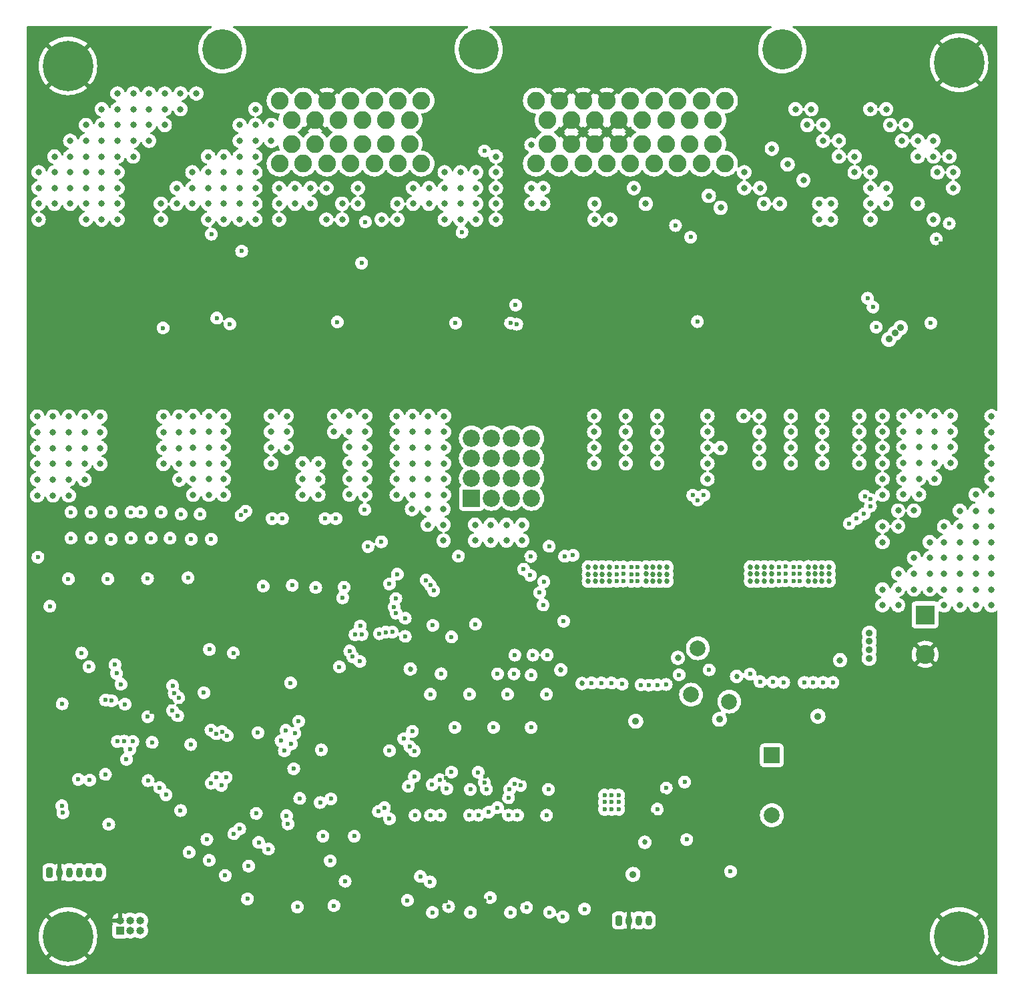
<source format=gbr>
%TF.GenerationSoftware,KiCad,Pcbnew,(6.0.8)*%
%TF.CreationDate,2023-05-29T03:20:34+02:00*%
%TF.ProjectId,pdms,70646d73-2e6b-4696-9361-645f70636258,rev?*%
%TF.SameCoordinates,Original*%
%TF.FileFunction,Copper,L3,Inr*%
%TF.FilePolarity,Positive*%
%FSLAX46Y46*%
G04 Gerber Fmt 4.6, Leading zero omitted, Abs format (unit mm)*
G04 Created by KiCad (PCBNEW (6.0.8)) date 2023-05-29 03:20:34*
%MOMM*%
%LPD*%
G01*
G04 APERTURE LIST*
G04 Aperture macros list*
%AMRoundRect*
0 Rectangle with rounded corners*
0 $1 Rounding radius*
0 $2 $3 $4 $5 $6 $7 $8 $9 X,Y pos of 4 corners*
0 Add a 4 corners polygon primitive as box body*
4,1,4,$2,$3,$4,$5,$6,$7,$8,$9,$2,$3,0*
0 Add four circle primitives for the rounded corners*
1,1,$1+$1,$2,$3*
1,1,$1+$1,$4,$5*
1,1,$1+$1,$6,$7*
1,1,$1+$1,$8,$9*
0 Add four rect primitives between the rounded corners*
20,1,$1+$1,$2,$3,$4,$5,0*
20,1,$1+$1,$4,$5,$6,$7,0*
20,1,$1+$1,$6,$7,$8,$9,0*
20,1,$1+$1,$8,$9,$2,$3,0*%
G04 Aperture macros list end*
%TA.AperFunction,ComponentPad*%
%ADD10C,2.000000*%
%TD*%
%TA.AperFunction,ComponentPad*%
%ADD11RoundRect,0.200000X-0.200000X-0.450000X0.200000X-0.450000X0.200000X0.450000X-0.200000X0.450000X0*%
%TD*%
%TA.AperFunction,ComponentPad*%
%ADD12O,0.800000X1.300000*%
%TD*%
%TA.AperFunction,ComponentPad*%
%ADD13R,1.000000X1.000000*%
%TD*%
%TA.AperFunction,ComponentPad*%
%ADD14O,1.000000X1.000000*%
%TD*%
%TA.AperFunction,ComponentPad*%
%ADD15C,0.800000*%
%TD*%
%TA.AperFunction,ComponentPad*%
%ADD16C,6.400000*%
%TD*%
%TA.AperFunction,ComponentPad*%
%ADD17C,2.250000*%
%TD*%
%TA.AperFunction,ComponentPad*%
%ADD18C,5.100000*%
%TD*%
%TA.AperFunction,ComponentPad*%
%ADD19R,2.000000X2.000000*%
%TD*%
%TA.AperFunction,ComponentPad*%
%ADD20R,2.175000X2.175000*%
%TD*%
%TA.AperFunction,ComponentPad*%
%ADD21C,2.175000*%
%TD*%
%TA.AperFunction,ComponentPad*%
%ADD22R,2.400000X2.400000*%
%TD*%
%TA.AperFunction,ComponentPad*%
%ADD23C,2.400000*%
%TD*%
%TA.AperFunction,ViaPad*%
%ADD24C,0.600000*%
%TD*%
%TA.AperFunction,ViaPad*%
%ADD25C,0.685800*%
%TD*%
%TA.AperFunction,ViaPad*%
%ADD26C,0.889000*%
%TD*%
%TA.AperFunction,ViaPad*%
%ADD27C,0.800000*%
%TD*%
G04 APERTURE END LIST*
D10*
%TO.N,SPI3_MISO*%
%TO.C,TP3*%
X102108000Y-120904000D03*
%TD*%
D11*
%TO.N,SAFETY_IN*%
%TO.C,J5*%
X92125000Y-155450000D03*
D12*
%TO.N,GND*%
X93375000Y-155450000D03*
%TO.N,+12V*%
X94625000Y-155450000D03*
%TO.N,+5V*%
X95875000Y-155450000D03*
%TD*%
D13*
%TO.N,+3.3V*%
%TO.C,J1*%
X28830000Y-156725000D03*
D14*
%TO.N,GND*%
X28830000Y-155455000D03*
%TO.N,+5V*%
X30100000Y-156725000D03*
%TO.N,NRST*%
X30100000Y-155455000D03*
%TO.N,SWCLK*%
X31370000Y-156725000D03*
%TO.N,SWDIO*%
X31370000Y-155455000D03*
%TD*%
D15*
%TO.N,GND*%
%TO.C,H2*%
X136952056Y-44902944D03*
X135255000Y-44200000D03*
X133557944Y-48297056D03*
D16*
X135255000Y-46600000D03*
D15*
X132855000Y-46600000D03*
X133557944Y-44902944D03*
X135255000Y-49000000D03*
X136952056Y-48297056D03*
X137655000Y-46600000D03*
%TD*%
D17*
%TO.N,HP_MOS7*%
%TO.C,J2*%
X105558000Y-59396000D03*
%TO.N,LP_MOS7*%
X104058000Y-56896000D03*
%TO.N,HP_MOS7*%
X102558000Y-59396000D03*
%TO.N,unconnected-(J2-Pad4)*%
X101058000Y-56896000D03*
%TO.N,LP_MOS6*%
X99558000Y-59396000D03*
%TO.N,unconnected-(J2-Pad6)*%
X98058000Y-56896000D03*
%TO.N,LP_MOS5*%
X96558000Y-59396000D03*
%TO.N,HP_MOS6*%
X95058000Y-56896000D03*
X93558000Y-59396000D03*
%TO.N,GND*%
X92058000Y-56896000D03*
%TO.N,LP_MOS4*%
X90558000Y-59396000D03*
%TO.N,GND*%
X89058000Y-56896000D03*
%TO.N,LP_MOS3*%
X87558000Y-59396000D03*
%TO.N,GND*%
X86058000Y-56896000D03*
%TO.N,LP_MOS2*%
X84558000Y-59396000D03*
%TO.N,HP_MOS5*%
X83058000Y-56896000D03*
X81558000Y-59396000D03*
%TO.N,LP_MOS8*%
X105558000Y-51396000D03*
%TO.N,HP_MOS8*%
X104058000Y-53896000D03*
X102558000Y-51396000D03*
%TO.N,+12V*%
X101058000Y-53896000D03*
X99558000Y-51396000D03*
%TO.N,+5V*%
X98058000Y-53896000D03*
X96558000Y-51396000D03*
%TO.N,+3.3V*%
X95058000Y-53896000D03*
X93558000Y-51396000D03*
%TO.N,GND*%
X92058000Y-53896000D03*
X90558000Y-51396000D03*
X89058000Y-53896000D03*
X87558000Y-51396000D03*
X86058000Y-53896000D03*
X84558000Y-51396000D03*
%TO.N,SAFETY_IN*%
X83058000Y-53896000D03*
%TO.N,LP_MOS1*%
X81558000Y-51396000D03*
%TO.N,HP_MOS4*%
X67058000Y-59396000D03*
%TO.N,CAN1_L*%
X65558000Y-56896000D03*
%TO.N,HP_MOS4*%
X64058000Y-59396000D03*
%TO.N,CAN1_H*%
X62558000Y-56896000D03*
%TO.N,HP_MOS4*%
X61058000Y-59396000D03*
%TO.N,CAN2_L*%
X59558000Y-56896000D03*
%TO.N,HP_MOS3*%
X58058000Y-59396000D03*
%TO.N,CAN2_H*%
X56558000Y-56896000D03*
%TO.N,HP_MOS3*%
X55058000Y-59396000D03*
%TO.N,HP_MOS2*%
X53558000Y-56896000D03*
%TO.N,HP_MOS3*%
X52058000Y-59396000D03*
%TO.N,HP_MOS2*%
X50558000Y-56896000D03*
X49058000Y-59396000D03*
%TO.N,CONN_AD_IN1*%
X67058000Y-51396000D03*
%TO.N,CONN_AD_IN2*%
X65558000Y-53896000D03*
%TO.N,CONN_AD_IN3*%
X64058000Y-51396000D03*
%TO.N,CONN_AD_IN4*%
X62558000Y-53896000D03*
%TO.N,CONN_AD_IN5*%
X61058000Y-51396000D03*
%TO.N,CONN_AD_IN6*%
X59558000Y-53896000D03*
%TO.N,CONN_AD_IN7*%
X58058000Y-51396000D03*
%TO.N,CONN_AD_IN8*%
X56558000Y-53896000D03*
%TO.N,GND*%
X55058000Y-51396000D03*
X53558000Y-53896000D03*
%TO.N,HP_MOS1*%
X52058000Y-51396000D03*
X50558000Y-53896000D03*
X49058000Y-51396000D03*
D18*
%TO.N,unconnected-(J2-PadMH1)*%
X112808000Y-44896000D03*
%TO.N,unconnected-(J2-PadMH2)*%
X74308000Y-44896000D03*
%TO.N,unconnected-(J2-PadMH3)*%
X41808000Y-44896000D03*
%TD*%
D19*
%TO.N,+5V*%
%TO.C,BZ1*%
X111500000Y-134500000D03*
D10*
%TO.N,Net-(BZ1-Pad2)*%
X111500000Y-142100000D03*
%TD*%
D11*
%TO.N,+3.3V*%
%TO.C,J4*%
X19892000Y-149352000D03*
D12*
%TO.N,GND*%
X21142000Y-149352000D03*
%TO.N,+5V*%
X22392000Y-149352000D03*
%TO.N,NRST*%
X23642000Y-149352000D03*
%TO.N,SWCLK*%
X24892000Y-149352000D03*
%TO.N,SWDIO*%
X26142000Y-149352000D03*
%TD*%
D20*
%TO.N,+12V*%
%TO.C,J3*%
X73405500Y-101853500D03*
D21*
X75945500Y-101853500D03*
X78485500Y-101853500D03*
X81025500Y-101853500D03*
X73405500Y-99313500D03*
X75945500Y-99313500D03*
X78485500Y-99313500D03*
X81025500Y-99313500D03*
X73405500Y-96773500D03*
X75945500Y-96773500D03*
X78485500Y-96773500D03*
X81025500Y-96773500D03*
X73405500Y-94233500D03*
X75945500Y-94233500D03*
X78485500Y-94233500D03*
X81025500Y-94233500D03*
%TD*%
D15*
%TO.N,GND*%
%TO.C,H1*%
X20527944Y-48687056D03*
D16*
X22225000Y-46990000D03*
D15*
X20527944Y-45292944D03*
X23922056Y-48687056D03*
X22225000Y-49390000D03*
X23922056Y-45292944D03*
X22225000Y-44590000D03*
X24625000Y-46990000D03*
X19825000Y-46990000D03*
%TD*%
D10*
%TO.N,SPI3_SCK*%
%TO.C,TP4*%
X106095800Y-127685800D03*
%TD*%
D15*
%TO.N,GND*%
%TO.C,H3*%
X23922056Y-159177056D03*
X20527944Y-155782944D03*
X23922056Y-155782944D03*
X24625000Y-157480000D03*
X20527944Y-159177056D03*
D16*
X22225000Y-157480000D03*
D15*
X19825000Y-157480000D03*
X22225000Y-159880000D03*
X22225000Y-155080000D03*
%TD*%
D10*
%TO.N,SPI3_MOSI*%
%TO.C,TP2*%
X101250000Y-126796800D03*
%TD*%
D15*
%TO.N,GND*%
%TO.C,H4*%
X133557944Y-159177056D03*
X136952056Y-155782944D03*
X135255000Y-159880000D03*
X132855000Y-157480000D03*
D16*
X135255000Y-157480000D03*
D15*
X137655000Y-157480000D03*
X136952056Y-159177056D03*
X133557944Y-155782944D03*
X135255000Y-155080000D03*
%TD*%
D22*
%TO.N,+12V*%
%TO.C,C88*%
X130937000Y-116666000D03*
D23*
%TO.N,GND*%
X130937000Y-121666000D03*
%TD*%
D24*
%TO.N,+3.3V*%
X19939000Y-115570000D03*
%TO.N,GND*%
X18669000Y-115570000D03*
X19685000Y-109347000D03*
%TO.N,+12V*%
X18415000Y-109347000D03*
D25*
%TO.N,/POWER_SWITCHES/BTS722204-1/OUT0*%
X89080000Y-110607000D03*
X89980000Y-110607000D03*
X88230000Y-110597000D03*
X89980000Y-111507000D03*
X88230000Y-111497000D03*
X89080000Y-112407000D03*
X88230000Y-112397000D03*
X90880000Y-110607000D03*
X89980000Y-112407000D03*
X90880000Y-112407000D03*
X89080000Y-111507000D03*
X90880000Y-111507000D03*
D26*
%TO.N,GND*%
X64262000Y-126111000D03*
D24*
X21150000Y-138950000D03*
X92760800Y-135128000D03*
D25*
X119701000Y-159084800D03*
X73981000Y-159084800D03*
D24*
X22856600Y-127929600D03*
X64973200Y-118313200D03*
X88392000Y-141859000D03*
X132892800Y-69545200D03*
X79908400Y-137414000D03*
X56769000Y-69850000D03*
X34180679Y-123180931D03*
D27*
X28448000Y-74676000D03*
D25*
X119701000Y-158322800D03*
D24*
X96316800Y-142036800D03*
X92760800Y-134213600D03*
D25*
X53649400Y-158992000D03*
D24*
X55525400Y-103544400D03*
X70127600Y-137328200D03*
X94589600Y-135128000D03*
X79984071Y-112208659D03*
X25225000Y-109300000D03*
D25*
X124781000Y-158322800D03*
D24*
X36611209Y-140048147D03*
X64922400Y-113233200D03*
D27*
X28448000Y-76708000D03*
D24*
X87249000Y-69723000D03*
X96316800Y-134228000D03*
D27*
X28448000Y-78740000D03*
D24*
X46725400Y-104644400D03*
D25*
X41380200Y-158334300D03*
X118624889Y-121235455D03*
X58614000Y-158322800D03*
D24*
X24300000Y-139600000D03*
X99738300Y-133238000D03*
X24598504Y-129575227D03*
D27*
X27940000Y-73660000D03*
D24*
X71323200Y-129235200D03*
X88392000Y-138811000D03*
D25*
X99381000Y-158322800D03*
X109541000Y-159084800D03*
D27*
X28448000Y-77724000D03*
D24*
X24130000Y-142367000D03*
X29200000Y-140228163D03*
X41656000Y-69723000D03*
X40525000Y-114058000D03*
D25*
X68901000Y-159084800D03*
D24*
X70900000Y-118000000D03*
X64922400Y-110744000D03*
X96316800Y-133328000D03*
X80000000Y-109601000D03*
D25*
X109226889Y-120727455D03*
D24*
X95416800Y-135128000D03*
X100685600Y-143840200D03*
X52610000Y-123750000D03*
X30249000Y-109380000D03*
D25*
X99381000Y-159084800D03*
X124781000Y-159084800D03*
D27*
X99870200Y-107261000D03*
D24*
X48250000Y-109600000D03*
X84683600Y-137414000D03*
X108500000Y-148750000D03*
D27*
X103816660Y-73722500D03*
D24*
X49112159Y-127453924D03*
D26*
X101600000Y-131724400D03*
D25*
X94301000Y-158322800D03*
D24*
X54341112Y-128928649D03*
X53365400Y-104481400D03*
D25*
X106272000Y-112279000D03*
D27*
X100787200Y-108150000D03*
D24*
X60500000Y-146831600D03*
D25*
X98058000Y-121257000D03*
D24*
X76581000Y-112141000D03*
X94801500Y-146735800D03*
X43800000Y-122100000D03*
D25*
X79061000Y-159084800D03*
D24*
X23495000Y-113411000D03*
X108500000Y-147250000D03*
X70129400Y-152984200D03*
X37084000Y-157988000D03*
X84836000Y-152908000D03*
X32766000Y-109411000D03*
D25*
X104461000Y-159084800D03*
D24*
X117602000Y-68961000D03*
X33405500Y-114046000D03*
X94166500Y-146735800D03*
D25*
X48492200Y-158334300D03*
X108210889Y-119203455D03*
D24*
X27709000Y-109371000D03*
X28448000Y-114046000D03*
D25*
X108972889Y-119203455D03*
D27*
X104324660Y-77786500D03*
D25*
X84141000Y-158322800D03*
D24*
X76809600Y-129286000D03*
X75184000Y-137160000D03*
D25*
X68901000Y-158322800D03*
D24*
X95416800Y-133328000D03*
X37846000Y-109474000D03*
D25*
X121164889Y-118949455D03*
D24*
X35306000Y-109421000D03*
X71729600Y-145150500D03*
X75057000Y-152908000D03*
D25*
X89221000Y-159084800D03*
D24*
X102555741Y-69772609D03*
D27*
X119532400Y-75767250D03*
D25*
X100303000Y-112279000D03*
D24*
X40475000Y-113408000D03*
D27*
X134740140Y-78828000D03*
X107626660Y-86422500D03*
D24*
X22733000Y-109347000D03*
D27*
X121495800Y-107261000D03*
D24*
X99077900Y-133238000D03*
X40386000Y-109474000D03*
D27*
X43578000Y-75703500D03*
D25*
X89221000Y-158322800D03*
D24*
X46417960Y-117883094D03*
X56816374Y-136991682D03*
D26*
X100482400Y-150418800D03*
D24*
X108500000Y-148000000D03*
D25*
X58614000Y-159084800D03*
D24*
X32820000Y-128970000D03*
X28448000Y-113358000D03*
X80162400Y-114554000D03*
X79959200Y-152908000D03*
D27*
X104324660Y-75754500D03*
X120462800Y-108150000D03*
X120462800Y-107261000D03*
D25*
X114621000Y-159084800D03*
X104461000Y-158322800D03*
D27*
X121462800Y-108150000D03*
D24*
X81432400Y-145150500D03*
X23950000Y-139000000D03*
X38989000Y-124841000D03*
X49168485Y-121924050D03*
D25*
X114621000Y-158322800D03*
D24*
X36768377Y-148082000D03*
X31521400Y-121513600D03*
D25*
X87644000Y-119225000D03*
D27*
X134740140Y-77812000D03*
X104324660Y-78802500D03*
D24*
X23180000Y-143342000D03*
D25*
X63694000Y-159084800D03*
X108972889Y-119965455D03*
D24*
X26860500Y-69278500D03*
D27*
X89116920Y-76757750D03*
X134740140Y-76796000D03*
D24*
X98417500Y-133238000D03*
X64984385Y-115936785D03*
D25*
X100598000Y-118971000D03*
X79061000Y-158322800D03*
X73981000Y-158322800D03*
X84141000Y-159084800D03*
D24*
X80111600Y-119786400D03*
X55430000Y-149199600D03*
X96316800Y-135128000D03*
X57785000Y-132080000D03*
X52401377Y-120666813D03*
D27*
X137871200Y-72542400D03*
D24*
X95436500Y-146735800D03*
X54864000Y-109601000D03*
D25*
X63694000Y-158322800D03*
D24*
X66852800Y-145150500D03*
D27*
X88608920Y-73709750D03*
X134740140Y-75780000D03*
X43070000Y-73671500D03*
X119532400Y-74751250D03*
D24*
X76555600Y-145150500D03*
D27*
X28448000Y-75692000D03*
X43578000Y-77735500D03*
X100820200Y-107261000D03*
D25*
X88406000Y-119987000D03*
D24*
X38051093Y-117679338D03*
X66954400Y-129286000D03*
X48825400Y-103544400D03*
X23495000Y-114046000D03*
D27*
X89116920Y-75741750D03*
X119024400Y-73735250D03*
D24*
X97739200Y-139598400D03*
X88646000Y-137541000D03*
D27*
X119532400Y-78815250D03*
X73909180Y-78777000D03*
D24*
X60000000Y-150550000D03*
D25*
X109541000Y-158322800D03*
D24*
X33405500Y-113411000D03*
D27*
X62003440Y-86384250D03*
X58701440Y-78764250D03*
X73909180Y-75729000D03*
D25*
X88660000Y-120749000D03*
D27*
X58701440Y-74700250D03*
X46880000Y-86371500D03*
D25*
X114306889Y-125172455D03*
D24*
X96071500Y-146735800D03*
D25*
X101065000Y-112279000D03*
D24*
X92760800Y-133299200D03*
X38802031Y-147714218D03*
D27*
X119532400Y-77799250D03*
D25*
X93726000Y-125499500D03*
X48480600Y-159096800D03*
D24*
X55248592Y-150346409D03*
D25*
X105510000Y-112279000D03*
D27*
X122834400Y-86435250D03*
D25*
X53661000Y-158229500D03*
D27*
X58701440Y-75716250D03*
D25*
X94301000Y-159084800D03*
D27*
X134740140Y-74764000D03*
D24*
X81737200Y-129235200D03*
D27*
X104324660Y-76770500D03*
D24*
X97920011Y-140896811D03*
D27*
X43578000Y-78751500D03*
D24*
X80074897Y-117006497D03*
D27*
X92418920Y-86409750D03*
D25*
X88406000Y-119225000D03*
D27*
X77211180Y-86397000D03*
D24*
X47000000Y-118375000D03*
X31350000Y-86400000D03*
D27*
X89116920Y-78789750D03*
X73909180Y-76745000D03*
D24*
X95416800Y-134228000D03*
D27*
X99870200Y-108150000D03*
X43578000Y-76719500D03*
X73909180Y-77761000D03*
X89116920Y-77773750D03*
X89116920Y-74725750D03*
D24*
X59182000Y-124841000D03*
D27*
X43578000Y-74687500D03*
D24*
X52193402Y-141547256D03*
X71882000Y-69596000D03*
D25*
X41368600Y-159096800D03*
D24*
X93689600Y-135128000D03*
D25*
X108210889Y-119965455D03*
D24*
X89250000Y-153750000D03*
D27*
X58701440Y-77748250D03*
X73401180Y-73697000D03*
D24*
X38608000Y-149987000D03*
D27*
X138042140Y-86448000D03*
X58701440Y-76732250D03*
D25*
X87644000Y-119987000D03*
D27*
X134232140Y-73748000D03*
X58193440Y-73684250D03*
X138480800Y-73202800D03*
D24*
X103505000Y-113030000D03*
D27*
X119532400Y-76783250D03*
X104324660Y-74738500D03*
X73909180Y-74713000D03*
D24*
X48597085Y-145145210D03*
%TO.N,/POWER_SWITCHES/BTS722204-1/OUT1*%
X92652400Y-112374600D03*
X91852400Y-111507000D03*
X92652400Y-110574600D03*
X91852400Y-110607000D03*
X91852400Y-112407000D03*
X92652400Y-111474600D03*
%TO.N,/POWER_SWITCHES/BTS722204-1/OUT2*%
X94481200Y-111507400D03*
X94481200Y-112407400D03*
X93681200Y-111500000D03*
X93681200Y-112400000D03*
X93681200Y-110600000D03*
X94481200Y-110607400D03*
D25*
%TO.N,/POWER_SWITCHES/BTS722204-1/OUT3*%
X95540000Y-110587000D03*
X98190000Y-111497000D03*
X98190000Y-110597000D03*
X95540000Y-112387000D03*
X96390000Y-112397000D03*
X96390000Y-110597000D03*
X97290000Y-112397000D03*
X96390000Y-111497000D03*
X97290000Y-110597000D03*
X98190000Y-112397000D03*
X97290000Y-111497000D03*
X95540000Y-111487000D03*
D24*
%TO.N,SENS_OUT_LP1*%
X59232800Y-122574500D03*
D27*
X99584395Y-122118235D03*
D24*
%TO.N,SENS_OUT_LP2*%
X56645345Y-123276500D03*
D27*
X120140000Y-122430000D03*
D24*
%TO.N,/POWER_SWITCHES/BTS50010-1TAE/IN*%
X34290000Y-80253500D03*
X62498519Y-118864875D03*
D27*
%TO.N,+12V*%
X103327200Y-99440000D03*
X34322000Y-97504000D03*
X137344400Y-113455200D03*
X125526800Y-101440000D03*
X92963000Y-91440000D03*
D26*
X127114300Y-80911700D03*
D27*
X67850000Y-105238800D03*
X63912000Y-91440000D03*
X65912000Y-95440000D03*
X139344400Y-103455200D03*
X38100000Y-101440000D03*
X38100000Y-93440000D03*
X69850000Y-105238800D03*
X38100000Y-99440000D03*
X88963000Y-95440000D03*
X135344400Y-107455200D03*
X88963000Y-93440000D03*
X92963000Y-93440000D03*
X34322000Y-91504000D03*
X49974000Y-95440000D03*
X18322000Y-101504000D03*
X20322000Y-101504000D03*
X67912000Y-97440000D03*
X132168400Y-93396800D03*
X137344400Y-115455200D03*
X139344400Y-113455200D03*
X125526800Y-97440000D03*
X135344400Y-105455200D03*
X113899200Y-91440000D03*
X55974000Y-91440000D03*
X135344400Y-111455200D03*
X96963000Y-97440000D03*
X96963000Y-93440000D03*
X135344400Y-109455200D03*
X122580400Y-91440000D03*
X20322000Y-95504000D03*
X67850000Y-103238800D03*
X125526800Y-115440000D03*
X127526800Y-113440000D03*
X57912000Y-93396800D03*
X139344400Y-101396800D03*
X65912000Y-101440000D03*
X125526800Y-91440000D03*
X22322000Y-93504000D03*
X122580400Y-95440000D03*
X73850000Y-107238800D03*
X24322000Y-95504000D03*
X57912000Y-97396800D03*
X65912000Y-97440000D03*
X36322000Y-97504000D03*
X129526800Y-103440000D03*
X53974000Y-99440000D03*
X125526800Y-99440000D03*
X105000000Y-95500000D03*
X24322000Y-93504000D03*
X34322000Y-95504000D03*
X26322000Y-93504000D03*
X125526800Y-107440000D03*
X134168400Y-91396800D03*
X139344400Y-93466400D03*
X128168400Y-101396800D03*
X130168400Y-97396800D03*
X59912000Y-99440000D03*
X117899200Y-93440000D03*
X117899200Y-91440000D03*
X18322000Y-91504000D03*
X63912000Y-99440000D03*
X128168400Y-99396800D03*
X88963000Y-91440000D03*
X67912000Y-95440000D03*
X92963000Y-95440000D03*
X49974000Y-91440000D03*
X24322000Y-91504000D03*
X135344400Y-113455200D03*
X69912000Y-99440000D03*
X107899200Y-91440000D03*
X137344400Y-101396800D03*
X113899200Y-95440000D03*
X36322000Y-91504000D03*
X92963000Y-97440000D03*
X113899200Y-97440000D03*
X137344400Y-103455200D03*
X47974000Y-95440000D03*
X41974000Y-97440000D03*
X20322000Y-93504000D03*
X63912000Y-101440000D03*
X109899200Y-93440000D03*
X67912000Y-101440000D03*
X63912000Y-97440000D03*
D26*
X127812800Y-80213200D03*
D27*
X128168400Y-91396800D03*
X18322000Y-95504000D03*
X129526800Y-109440000D03*
X127526800Y-111440000D03*
X139344400Y-99466400D03*
X53974000Y-97440000D03*
X125526800Y-113440000D03*
X103327200Y-97440000D03*
X79850000Y-107238800D03*
X135344400Y-115455200D03*
X36322000Y-95504000D03*
X55974000Y-93440000D03*
X139344400Y-109455200D03*
X130168400Y-91396800D03*
X75850000Y-105238800D03*
X69912000Y-101440000D03*
X117899200Y-97440000D03*
X22322000Y-95504000D03*
X18322000Y-97504000D03*
X109899200Y-97440000D03*
X79850000Y-105238800D03*
X59912000Y-97440000D03*
X88963000Y-97440000D03*
X24322000Y-99504000D03*
X132168400Y-97396800D03*
X67912000Y-91440000D03*
X131526800Y-111440000D03*
X41974000Y-93440000D03*
X109899200Y-95440000D03*
X125526800Y-95440000D03*
X38100000Y-95440000D03*
X139344400Y-105455200D03*
X137344400Y-109455200D03*
X69850000Y-103238800D03*
X127526800Y-105440000D03*
X134168400Y-93396800D03*
X133344400Y-113455200D03*
X40100000Y-97440000D03*
X128168400Y-95396800D03*
X65912000Y-99440000D03*
X40100000Y-99440000D03*
X20322000Y-99504000D03*
X125526800Y-93440000D03*
X127526800Y-115440000D03*
X139344400Y-91466400D03*
X137344400Y-105455200D03*
X26322000Y-95504000D03*
X128168400Y-97396800D03*
X20322000Y-97504000D03*
X133344400Y-107455200D03*
X133344400Y-115455200D03*
X26322000Y-91504000D03*
X96963000Y-91440000D03*
X129526800Y-113440000D03*
X130168400Y-95396800D03*
X130168400Y-99396800D03*
X67912000Y-93440000D03*
X113899200Y-93440000D03*
X41974000Y-101440000D03*
X38100000Y-91440000D03*
X63912000Y-93440000D03*
X134168400Y-97396800D03*
X134168400Y-95396800D03*
X77850000Y-107238800D03*
X69912000Y-95440000D03*
X137344400Y-111455200D03*
X47974000Y-97440000D03*
X57912000Y-101396800D03*
X73850000Y-105238800D03*
X127526800Y-103440000D03*
X132168400Y-95396800D03*
X103327200Y-93440000D03*
X69912000Y-93440000D03*
X69912000Y-91440000D03*
X24322000Y-97504000D03*
X22322000Y-101504000D03*
X103327200Y-95440000D03*
X67912000Y-99440000D03*
X103327200Y-91440000D03*
X41974000Y-99440000D03*
X18322000Y-93504000D03*
X65850000Y-103238800D03*
X40100000Y-91440000D03*
X40100000Y-95440000D03*
X36322000Y-93504000D03*
X22322000Y-91504000D03*
X139344400Y-95466400D03*
X139344400Y-107455200D03*
X57912000Y-91396800D03*
X139344400Y-97466400D03*
X69850000Y-107238800D03*
X51974000Y-101440000D03*
X65912000Y-91440000D03*
X40100000Y-93440000D03*
X77850000Y-105238800D03*
X59912000Y-93440000D03*
X69912000Y-97440000D03*
X137344400Y-107455200D03*
X57912000Y-95396800D03*
X131526800Y-109440000D03*
X65912000Y-93440000D03*
X129526800Y-111440000D03*
D26*
X126339600Y-81686400D03*
D27*
X130168400Y-93396800D03*
X36322000Y-99504000D03*
X20322000Y-91504000D03*
X47974000Y-93440000D03*
X122580400Y-93440000D03*
X26322000Y-97504000D03*
X63912000Y-95440000D03*
X51974000Y-97440000D03*
X18322000Y-99504000D03*
X49974000Y-93440000D03*
X59912000Y-101440000D03*
X133344400Y-105455200D03*
X122580400Y-97440000D03*
X47974000Y-91440000D03*
X131526800Y-107440000D03*
X132168400Y-99396800D03*
X41974000Y-95440000D03*
X41974000Y-91440000D03*
X38100000Y-97440000D03*
X109899200Y-91440000D03*
X135344400Y-103455200D03*
X128168400Y-93396800D03*
X131526800Y-113440000D03*
X130168400Y-101396800D03*
X125526800Y-105440000D03*
X34322000Y-93504000D03*
X59912000Y-95440000D03*
X51974000Y-99440000D03*
X132168400Y-91396800D03*
X139344400Y-115455200D03*
X22322000Y-97504000D03*
X57912000Y-99396800D03*
X40100000Y-101440000D03*
X117899200Y-95440000D03*
X22322000Y-99504000D03*
X53974000Y-101440000D03*
X96963000Y-95440000D03*
X75850000Y-107238800D03*
X59912000Y-91440000D03*
X133344400Y-109455200D03*
X139344400Y-111455200D03*
X133344400Y-111455200D03*
D24*
%TO.N,/POWER_SWITCHES/BTS50010-1TAE1/IN*%
X41097200Y-79004500D03*
X63358411Y-118841589D03*
%TO.N,/POWER_SWITCHES/BTS50010-1TAE2/IN*%
X59866559Y-103303041D03*
X56388000Y-79502000D03*
D25*
%TO.N,/POWER_SWITCHES/BTS722204-2/OUT0*%
X109646889Y-111485455D03*
X110546889Y-110585455D03*
X108796889Y-111475455D03*
X111446889Y-110585455D03*
X110546889Y-111485455D03*
X109646889Y-110585455D03*
X110546889Y-112385455D03*
X108796889Y-112375455D03*
X111446889Y-112385455D03*
X111446889Y-111485455D03*
X109646889Y-112385455D03*
X108796889Y-110575455D03*
D24*
%TO.N,/POWER_SWITCHES/BTS50010-1TAE3/IN*%
X71755000Y-109220000D03*
X71374000Y-79629000D03*
%TO.N,/POWER_SWITCHES/BTS722204-2/OUT1*%
X113219289Y-112353055D03*
X112419289Y-111485455D03*
X112419289Y-112385455D03*
X113219289Y-111453055D03*
X112419289Y-110585455D03*
X113219289Y-110553055D03*
%TO.N,/POWER_SWITCHES/BTS50010-1TAE4/IN*%
X76708000Y-124155200D03*
X71297800Y-130962400D03*
X69373021Y-137592419D03*
X78892400Y-121775500D03*
X79142977Y-79785795D03*
X69469000Y-142101500D03*
%TO.N,/POWER_SWITCHES/BTS50010-1TAE6/IN*%
X102108000Y-102108000D03*
X74295000Y-142101500D03*
X76200000Y-130962400D03*
X81178400Y-121775500D03*
X83258361Y-107968801D03*
X78790800Y-124155200D03*
X102044278Y-79439816D03*
X74257307Y-136652963D03*
%TO.N,/POWER_SWITCHES/BTS722204-2/OUT2*%
X114248089Y-111478455D03*
X115048089Y-111485855D03*
X114248089Y-110578455D03*
X115048089Y-112385855D03*
X115048089Y-110585855D03*
X114248089Y-112378455D03*
D25*
%TO.N,/POWER_SWITCHES/BTS722204-2/OUT3*%
X117856889Y-110575455D03*
X116956889Y-112375455D03*
X118756889Y-111475455D03*
X117856889Y-112375455D03*
X116106889Y-112365455D03*
X117856889Y-111475455D03*
X116956889Y-110575455D03*
X116956889Y-111475455D03*
X116106889Y-111465455D03*
X116106889Y-110565455D03*
X118756889Y-112375455D03*
X118756889Y-110575455D03*
D24*
%TO.N,/POWER_SWITCHES/BTS50010-1TAE7/IN*%
X85213003Y-109233003D03*
X78846575Y-138094824D03*
X124725700Y-80137000D03*
X80975200Y-124307600D03*
X124000101Y-102872642D03*
X80975200Y-130962400D03*
X79248000Y-142101500D03*
X83007200Y-121767600D03*
%TO.N,/POWER_SWITCHES/BTS50010-1TAE5/IN*%
X85090000Y-117475000D03*
X86280000Y-109110000D03*
X131643300Y-79629000D03*
X123190000Y-103840555D03*
%TO.N,LP_SIG_IN1*%
X49866589Y-131333411D03*
X94900000Y-125550000D03*
D26*
%TO.N,+5V*%
X117348000Y-129540000D03*
D25*
X84732066Y-123649534D03*
D26*
X94234000Y-130175000D03*
D25*
X65633600Y-123521400D03*
D26*
X104852200Y-129921000D03*
D24*
X87750000Y-154000000D03*
X61724413Y-119064783D03*
X57048400Y-114503200D03*
%TO.N,Net-(JP1-Pad2)*%
X54198761Y-140492239D03*
%TO.N,/ARGB_LEDS/LED_DATA_IN*%
X27400500Y-143256000D03*
X29319411Y-132697411D03*
%TO.N,/POWER1/PG3V3*%
X100431600Y-137871200D03*
X96977200Y-141325600D03*
%TO.N,/PERIPHERAL/BUZZ_IN*%
X45000000Y-152724500D03*
D25*
%TO.N,12V_LOGIC_ONLY*%
X95372324Y-145526242D03*
D24*
X100711000Y-145186400D03*
%TO.N,Net-(Q2-Pad1)*%
X106250000Y-149250000D03*
%TO.N,LP_SIG_IN2*%
X50554469Y-133045531D03*
X95927493Y-125593998D03*
%TO.N,LP_SIG_IN3*%
X49250000Y-132650000D03*
X97000000Y-125550000D03*
%TO.N,LP_SIG_IN4*%
X49670938Y-133929062D03*
X98100000Y-125500000D03*
%TO.N,LP_SIG_IN5*%
X115600000Y-125250000D03*
X49950000Y-142150000D03*
%TO.N,LP_SIG_IN6*%
X116750000Y-125250000D03*
X50120911Y-143204089D03*
%TO.N,LP_SIG_IN7*%
X118000000Y-125250000D03*
X44000000Y-143829089D03*
%TO.N,LP_SIG_IN8*%
X43250000Y-144453589D03*
X119250000Y-125250000D03*
%TO.N,VDDA*%
X43200000Y-121500000D03*
%TO.N,/VOLTAGE_OUT_MUX/HP_MOS_ADC*%
X73900000Y-117850000D03*
X59309300Y-118084300D03*
%TO.N,NCS*%
X28956000Y-125476000D03*
X29464000Y-128016000D03*
%TO.N,SENS_OUT1*%
X42750000Y-79750000D03*
X44173308Y-104025897D03*
%TO.N,SENS_OUT2*%
X44250000Y-70500000D03*
X44775500Y-103500000D03*
%TO.N,SENS_OUT3*%
X60276500Y-108000000D03*
X59472940Y-72009000D03*
%TO.N,SENS_OUT4*%
X61976000Y-107391200D03*
X72200000Y-68100000D03*
%TO.N,SENS_OUT5*%
X78985500Y-77343000D03*
X80850000Y-111650000D03*
X80907500Y-109256997D03*
X59502711Y-119160889D03*
%TO.N,SENS_OUT6*%
X82579808Y-112450208D03*
X58629322Y-119170678D03*
X102870000Y-101473000D03*
X101193600Y-68732400D03*
%TO.N,SENS_OUT7*%
X123647200Y-76479400D03*
X82051597Y-113861597D03*
X123291600Y-101600000D03*
X57962800Y-121259600D03*
%TO.N,SENS_OUT8*%
X132350000Y-68950000D03*
X122250000Y-104465055D03*
X58320349Y-121974697D03*
X82500000Y-115420000D03*
%TO.N,BK1_IO0*%
X23950000Y-121525000D03*
X24875000Y-123244500D03*
%TO.N,BK1_IO1*%
X27778945Y-127567306D03*
X28375000Y-124100000D03*
%TO.N,BK1_IO2*%
X26972094Y-127469171D03*
X28175000Y-122975000D03*
%TO.N,LP_CSN1*%
X66142100Y-133950000D03*
X46415534Y-145544343D03*
X54568385Y-144752622D03*
X92506800Y-125456600D03*
%TO.N,LP_CSN2*%
X113000000Y-125250000D03*
X58533483Y-144752622D03*
X63000000Y-142551500D03*
X47650000Y-146394710D03*
%TO.N,NRST*%
X37800000Y-133125000D03*
%TO.N,/PERIPHERAL/TEMP1_ALERT*%
X55950000Y-153575000D03*
X51325000Y-153733900D03*
D27*
%TO.N,HP_MOS3*%
X55000000Y-62500000D03*
X59000000Y-62500000D03*
X49000000Y-62500000D03*
X51000000Y-64500000D03*
X49000000Y-66500000D03*
X59000000Y-64500000D03*
D24*
X59944000Y-66802000D03*
X62998749Y-112751308D03*
D27*
X51000000Y-62500000D03*
X49000000Y-64500000D03*
X53000000Y-62500000D03*
X55000000Y-66500000D03*
X57000000Y-66500000D03*
X53000000Y-64500000D03*
X57000000Y-64500000D03*
D24*
%TO.N,/IMU/IMU_I2C_SA0*%
X29625675Y-135001783D03*
X23525212Y-137547894D03*
%TO.N,/IMU/IMU_I2C_SDA*%
X30099000Y-133731000D03*
X26968324Y-136915549D03*
X24983411Y-137633411D03*
%TO.N,/IMU/IMU_I2C_SCL*%
X30446512Y-132742851D03*
%TO.N,/CAN_BUS/CAN2_RX*%
X50673000Y-112903000D03*
X46303744Y-131620566D03*
%TO.N,/CAN_BUS/CAN2_TX*%
X50850000Y-136200000D03*
X46990000Y-113030000D03*
%TO.N,/CAN_BUS/CAN1_RX*%
X51004969Y-131700000D03*
X57250000Y-113150000D03*
%TO.N,/CAN_BUS/CAN1_TX*%
X53650000Y-113200000D03*
X51476609Y-130176609D03*
%TO.N,CAN1_H*%
X54825400Y-104444400D03*
%TO.N,CAN1_L*%
X56225400Y-104444400D03*
%TO.N,CAN2_L*%
X49425400Y-104444400D03*
%TO.N,CAN2_H*%
X48125400Y-104444400D03*
%TO.N,Net-(R107-Pad2)*%
X30226000Y-106934000D03*
X62357000Y-141137300D03*
X78105000Y-139888300D03*
X76708000Y-141137300D03*
X36132997Y-129475003D03*
X36254362Y-127182305D03*
%TO.N,SWDIO*%
X37592000Y-146812000D03*
%TO.N,SWCLK*%
X42164000Y-149733000D03*
%TO.N,CONN_AD_IN1*%
X22606000Y-103632000D03*
%TO.N,CONN_AD_IN2*%
X25146000Y-103632000D03*
%TO.N,CONN_AD_IN3*%
X27686000Y-103632000D03*
%TO.N,CONN_AD_IN4*%
X30226000Y-103632000D03*
%TO.N,CONN_AD_IN5*%
X31496000Y-103632000D03*
%TO.N,CONN_AD_IN6*%
X34036000Y-103632000D03*
%TO.N,CONN_AD_IN7*%
X36576000Y-103886000D03*
%TO.N,CONN_AD_IN8*%
X38989000Y-103886000D03*
%TO.N,Net-(R110-Pad2)*%
X66167000Y-137160000D03*
X22606000Y-106934000D03*
D27*
%TO.N,HP_MOS1*%
X48000000Y-54500000D03*
X28500000Y-62500000D03*
D24*
X40410000Y-68350000D03*
X65000000Y-119400000D03*
D27*
X46000000Y-52500000D03*
X24500000Y-56500000D03*
X26500000Y-58500000D03*
X26500000Y-56500000D03*
X24500000Y-64500000D03*
X34500000Y-54500000D03*
X32500000Y-52500000D03*
X28500000Y-58500000D03*
X18500000Y-62500000D03*
X38500000Y-50500000D03*
X36500000Y-50500000D03*
X28500000Y-56500000D03*
X36500000Y-52500000D03*
X26500000Y-60500000D03*
X28500000Y-52500000D03*
X30500000Y-58500000D03*
X24500000Y-58500000D03*
X28500000Y-64500000D03*
X26500000Y-52500000D03*
X20500000Y-60500000D03*
X28500000Y-50500000D03*
X20500000Y-64500000D03*
X20500000Y-62500000D03*
X18500000Y-60500000D03*
X32500000Y-54500000D03*
X30500000Y-52500000D03*
X30500000Y-50500000D03*
X24500000Y-54500000D03*
X26500000Y-54500000D03*
X24500000Y-66500000D03*
X26500000Y-64500000D03*
X22500000Y-60500000D03*
X30500000Y-56500000D03*
X30500000Y-54500000D03*
X22500000Y-62500000D03*
X24500000Y-60500000D03*
X26500000Y-66500000D03*
X34500000Y-50500000D03*
X22500000Y-58500000D03*
X32500000Y-56500000D03*
X18500000Y-64500000D03*
X44000000Y-54500000D03*
X22500000Y-64500000D03*
X46000000Y-54500000D03*
X26500000Y-62500000D03*
X28500000Y-66500000D03*
X34500000Y-52500000D03*
X20500000Y-58500000D03*
X28500000Y-54500000D03*
X24500000Y-62500000D03*
X28500000Y-60500000D03*
X32500000Y-50500000D03*
X22500000Y-56500000D03*
X18500000Y-66500000D03*
%TO.N,HP_MOS2*%
X44000000Y-66500000D03*
X40000000Y-64500000D03*
X46000000Y-62500000D03*
X44000000Y-58500000D03*
X42000000Y-62500000D03*
X46000000Y-64500000D03*
X34000000Y-66500000D03*
X40000000Y-66500000D03*
X42000000Y-58500000D03*
X38000000Y-60500000D03*
X46000000Y-58500000D03*
X42000000Y-64500000D03*
X44000000Y-62500000D03*
X36000000Y-62500000D03*
D24*
X65000000Y-117100000D03*
D27*
X40000000Y-60500000D03*
X40000000Y-62500000D03*
X40000000Y-58500000D03*
X34000000Y-64500000D03*
X48000000Y-56500000D03*
X42000000Y-66500000D03*
X46000000Y-56500000D03*
X38000000Y-62500000D03*
X36000000Y-64500000D03*
X44000000Y-60500000D03*
X44000000Y-64500000D03*
X42000000Y-60500000D03*
X46000000Y-66500000D03*
X38000000Y-64500000D03*
X44000000Y-56500000D03*
X46000000Y-60500000D03*
D24*
%TO.N,HP_MOS4*%
X64000000Y-111500000D03*
D27*
X74000000Y-64500000D03*
X70000000Y-66500000D03*
X66000000Y-62500000D03*
X62000000Y-66500000D03*
X72000000Y-66500000D03*
X70000000Y-62500000D03*
X70000000Y-60500000D03*
X74000000Y-66500000D03*
X74000000Y-60500000D03*
X72000000Y-64500000D03*
X66000000Y-64500000D03*
X72000000Y-62500000D03*
X68000000Y-62500000D03*
X64000000Y-64500000D03*
X74000000Y-62500000D03*
X68000000Y-64500000D03*
X70000000Y-64500000D03*
X64000000Y-66500000D03*
X72000000Y-60500000D03*
D24*
%TO.N,HP_MOS5*%
X78359000Y-79629000D03*
D27*
X76500000Y-64500000D03*
X81000000Y-57000000D03*
X82500000Y-62500000D03*
X76500000Y-58500000D03*
X76500000Y-62500000D03*
X89000000Y-66500000D03*
X89000000Y-64500000D03*
X81000000Y-64500000D03*
X76500000Y-66500000D03*
D24*
X80000000Y-110871000D03*
D27*
X76500000Y-60500000D03*
X81000000Y-62500000D03*
X82500000Y-64500000D03*
D24*
%TO.N,HP_MOS6*%
X101473000Y-101473000D03*
D27*
X105000000Y-65000000D03*
X103500000Y-63500000D03*
X95500000Y-64500000D03*
X94000000Y-62500000D03*
D24*
X99275000Y-67250000D03*
D27*
X91000000Y-66500000D03*
%TO.N,HP_MOS7*%
X119000000Y-64500000D03*
D24*
X123981492Y-102006400D03*
D27*
X117500000Y-64500000D03*
X108000000Y-62500000D03*
X117500000Y-66500000D03*
X111500000Y-57500000D03*
X110000000Y-62500000D03*
X119000000Y-66500000D03*
X108000000Y-60500000D03*
X115500000Y-61500000D03*
X112500000Y-64500000D03*
X110500000Y-64500000D03*
D24*
X124333000Y-77597000D03*
D27*
X113500000Y-59500000D03*
D24*
%TO.N,/VOLTAGE_OUT_MUX/HP_MOS_SEL3*%
X67645493Y-112268787D03*
X63802911Y-114597089D03*
%TO.N,/VOLTAGE_OUT_MUX/HP_MOS_SEL2*%
X68176935Y-112904803D03*
X63591589Y-115691589D03*
%TO.N,/VOLTAGE_OUT_MUX/HP_MOS_SEL1*%
X68606657Y-113579001D03*
X63844499Y-116450035D03*
D27*
%TO.N,HP_MOS8*%
X124000000Y-60500000D03*
X122000000Y-60500000D03*
X132500000Y-60500000D03*
X128500000Y-54500000D03*
X124000000Y-62500000D03*
X124000000Y-64500000D03*
X118000000Y-56500000D03*
D24*
X121309289Y-105092055D03*
D27*
X130000000Y-58500000D03*
X120000000Y-58500000D03*
X132000000Y-56500000D03*
X126500000Y-54500000D03*
X134500000Y-60500000D03*
X124000000Y-52500000D03*
X130000000Y-64500000D03*
X118000000Y-54500000D03*
X116500000Y-52500000D03*
X134000000Y-58500000D03*
D24*
X134000000Y-67000000D03*
D27*
X132000000Y-66500000D03*
X122000000Y-58500000D03*
X114500000Y-52500000D03*
X130000000Y-56500000D03*
X132000000Y-58500000D03*
X126000000Y-64500000D03*
X120000000Y-56500000D03*
X124000000Y-66500000D03*
X128000000Y-56500000D03*
X134500000Y-62500000D03*
X116000000Y-54500000D03*
X126000000Y-52500000D03*
X126000000Y-62500000D03*
D24*
%TO.N,+3.3V*%
X78105000Y-142101500D03*
D26*
X123850400Y-120040400D03*
X93878400Y-149606000D03*
D24*
X55563724Y-140011921D03*
X91171600Y-141347600D03*
X39840855Y-145157557D03*
X40132000Y-147828000D03*
X98106003Y-138644403D03*
X36500000Y-141500000D03*
D25*
X87426800Y-125374400D03*
D24*
X68500000Y-118000000D03*
X32319000Y-112058000D03*
X32333554Y-129604488D03*
X37450000Y-111958000D03*
X51622007Y-139967768D03*
X90271600Y-139547600D03*
X90271600Y-141347600D03*
X91171600Y-140447600D03*
X35493179Y-125649230D03*
D26*
X123850400Y-118999000D03*
D24*
X82931000Y-142101500D03*
X21450000Y-140900000D03*
X57375000Y-150475000D03*
X46103741Y-141858945D03*
X32900000Y-132850000D03*
X73152000Y-142101500D03*
X68199000Y-142101500D03*
X28488581Y-132725671D03*
D25*
X107035600Y-124482600D03*
D24*
X77978000Y-126746000D03*
X32386011Y-137700733D03*
X92071600Y-139547600D03*
D26*
X123850400Y-121107200D03*
D24*
X21573988Y-141800325D03*
X92071600Y-140447600D03*
X90271600Y-140447600D03*
X68199000Y-126746000D03*
X22275000Y-112108000D03*
X40162914Y-121051338D03*
X55480800Y-147878800D03*
X39450000Y-126550000D03*
X27271000Y-112108000D03*
X54351718Y-133803302D03*
X73152000Y-126746000D03*
X91171600Y-139547600D03*
X92071600Y-141347600D03*
X21485000Y-127955000D03*
X82931000Y-126746000D03*
D26*
X123834000Y-122199400D03*
D24*
X50450000Y-125300000D03*
%TO.N,SAFETY_IN*%
X75057000Y-57785000D03*
X78359000Y-154432000D03*
X65405000Y-138430000D03*
X83159600Y-138811000D03*
X83312000Y-154432000D03*
X75046500Y-137947590D03*
X66929000Y-149860000D03*
X66243200Y-142101500D03*
X70256400Y-138734800D03*
X69549847Y-124150553D03*
X85000000Y-155000000D03*
X73279000Y-154432000D03*
X79618500Y-138303000D03*
X73253600Y-138811000D03*
X68453000Y-154432000D03*
X65913000Y-131445000D03*
X70866000Y-119475500D03*
X68400630Y-138218919D03*
X78232000Y-138811000D03*
X68153794Y-150559109D03*
%TO.N,SPI3_MISO*%
X108751978Y-124185150D03*
X64798369Y-132387654D03*
X103531814Y-123645786D03*
X88650000Y-125323600D03*
%TO.N,SPI3_MOSI*%
X63000000Y-133900000D03*
X99745800Y-124282200D03*
X89916000Y-125323600D03*
X110000000Y-125150000D03*
%TO.N,SPI3_SCK*%
X65576542Y-133376542D03*
X91186000Y-125323600D03*
X111650000Y-125200000D03*
%TO.N,Net-(R113-Pad2)*%
X25146000Y-106934000D03*
X70866000Y-136624500D03*
%TO.N,Net-(R114-Pad2)*%
X35472245Y-128814252D03*
X75565000Y-141703122D03*
X35689029Y-126616971D03*
X61595000Y-141605000D03*
X27686000Y-107061000D03*
X75310561Y-138791861D03*
%TO.N,Net-(R116-Pad2)*%
X40358854Y-131286796D03*
X65278000Y-152908000D03*
X40394500Y-138034341D03*
X32766000Y-106934000D03*
%TO.N,Net-(R117-Pad2)*%
X41010500Y-131750000D03*
X70497425Y-153693962D03*
X41021000Y-137287000D03*
X35179000Y-106934000D03*
%TO.N,Net-(R118-Pad2)*%
X41767892Y-131493951D03*
X75776628Y-152559661D03*
X37846000Y-107061000D03*
X41666500Y-138303000D03*
%TO.N,Net-(R119-Pad2)*%
X42291000Y-137287000D03*
X80391000Y-153797000D03*
X40386000Y-107061000D03*
X42420029Y-132000000D03*
%TO.N,Net-(D4-Pad3)*%
X45125827Y-148544210D03*
%TO.N,SPI1_MISO*%
X33850000Y-138600000D03*
%TO.N,SPI1_MOSI*%
X34650000Y-139500000D03*
%TD*%
%TA.AperFunction,Conductor*%
%TO.N,GND*%
G36*
X40422177Y-41955902D02*
G01*
X40468670Y-42009558D01*
X40478774Y-42079832D01*
X40449280Y-42144412D01*
X40413985Y-42172736D01*
X40202864Y-42286889D01*
X39922033Y-42482072D01*
X39919391Y-42484385D01*
X39919387Y-42484388D01*
X39888993Y-42510996D01*
X39664708Y-42707342D01*
X39434098Y-42959893D01*
X39432032Y-42962736D01*
X39432030Y-42962739D01*
X39411792Y-42990594D01*
X39233076Y-43236575D01*
X39064149Y-43533941D01*
X39046282Y-43575629D01*
X38943763Y-43814824D01*
X38929422Y-43848283D01*
X38830573Y-44175685D01*
X38768836Y-44512064D01*
X38744980Y-44853229D01*
X38759301Y-45194928D01*
X38779024Y-45322332D01*
X38803872Y-45482836D01*
X38811622Y-45532900D01*
X38901290Y-45862934D01*
X39027188Y-46180916D01*
X39028843Y-46184028D01*
X39028845Y-46184033D01*
X39115646Y-46347281D01*
X39187746Y-46482882D01*
X39189736Y-46485788D01*
X39189737Y-46485790D01*
X39378973Y-46762162D01*
X39378978Y-46762168D01*
X39380964Y-46765069D01*
X39604433Y-47023960D01*
X39855367Y-47256328D01*
X40130639Y-47459276D01*
X40133676Y-47461030D01*
X40133680Y-47461032D01*
X40251231Y-47528900D01*
X40426818Y-47630275D01*
X40553715Y-47685715D01*
X40736992Y-47765787D01*
X40736995Y-47765788D01*
X40740213Y-47767194D01*
X40743570Y-47768233D01*
X40743575Y-47768235D01*
X40879434Y-47810290D01*
X41066916Y-47868325D01*
X41070372Y-47868984D01*
X41070371Y-47868984D01*
X41399405Y-47931751D01*
X41399410Y-47931752D01*
X41402856Y-47932409D01*
X41627015Y-47949657D01*
X41740350Y-47958378D01*
X41740351Y-47958378D01*
X41743847Y-47958647D01*
X41956892Y-47951208D01*
X42082122Y-47946835D01*
X42082127Y-47946835D01*
X42085637Y-47946712D01*
X42254802Y-47921731D01*
X42420487Y-47897265D01*
X42420491Y-47897264D01*
X42423966Y-47896751D01*
X42427358Y-47895855D01*
X42427362Y-47895854D01*
X42751210Y-47810290D01*
X42751219Y-47810287D01*
X42754618Y-47809389D01*
X43073471Y-47685715D01*
X43376551Y-47527268D01*
X43592852Y-47381371D01*
X43657164Y-47337992D01*
X43657166Y-47337991D01*
X43660080Y-47336025D01*
X43920525Y-47114369D01*
X43922920Y-47111819D01*
X43922928Y-47111811D01*
X44152227Y-46867631D01*
X44152231Y-46867626D01*
X44154638Y-46865063D01*
X44156743Y-46862249D01*
X44156749Y-46862242D01*
X44345764Y-46609580D01*
X44359503Y-46591215D01*
X44423062Y-46482882D01*
X44530784Y-46299275D01*
X44530787Y-46299270D01*
X44532566Y-46296237D01*
X44571572Y-46208629D01*
X44670237Y-45987023D01*
X44670239Y-45987018D01*
X44671669Y-45983806D01*
X44775079Y-45657816D01*
X44841507Y-45322332D01*
X44860779Y-45092836D01*
X44869942Y-44983715D01*
X44869942Y-44983708D01*
X44870125Y-44981533D01*
X44871319Y-44896000D01*
X44852228Y-44554535D01*
X44795194Y-44217326D01*
X44783119Y-44175216D01*
X44701893Y-43891948D01*
X44701891Y-43891942D01*
X44700926Y-43888577D01*
X44682986Y-43845051D01*
X44571939Y-43575629D01*
X44571935Y-43575621D01*
X44570601Y-43572384D01*
X44405842Y-43272688D01*
X44208703Y-42993226D01*
X43981642Y-42737481D01*
X43727487Y-42508639D01*
X43687578Y-42480067D01*
X43452275Y-42311606D01*
X43452268Y-42311602D01*
X43449408Y-42309554D01*
X43203084Y-42171888D01*
X43153378Y-42121195D01*
X43138970Y-42051675D01*
X43164434Y-41985402D01*
X43221685Y-41943417D01*
X43264554Y-41935900D01*
X72854056Y-41935900D01*
X72922177Y-41955902D01*
X72968670Y-42009558D01*
X72978774Y-42079832D01*
X72949280Y-42144412D01*
X72913985Y-42172736D01*
X72702864Y-42286889D01*
X72422033Y-42482072D01*
X72419391Y-42484385D01*
X72419387Y-42484388D01*
X72388993Y-42510996D01*
X72164708Y-42707342D01*
X71934098Y-42959893D01*
X71932032Y-42962736D01*
X71932030Y-42962739D01*
X71911792Y-42990594D01*
X71733076Y-43236575D01*
X71564149Y-43533941D01*
X71546282Y-43575629D01*
X71443763Y-43814824D01*
X71429422Y-43848283D01*
X71330573Y-44175685D01*
X71268836Y-44512064D01*
X71244980Y-44853229D01*
X71259301Y-45194928D01*
X71279024Y-45322332D01*
X71303872Y-45482836D01*
X71311622Y-45532900D01*
X71401290Y-45862934D01*
X71527188Y-46180916D01*
X71528843Y-46184028D01*
X71528845Y-46184033D01*
X71615646Y-46347281D01*
X71687746Y-46482882D01*
X71689736Y-46485788D01*
X71689737Y-46485790D01*
X71878973Y-46762162D01*
X71878978Y-46762168D01*
X71880964Y-46765069D01*
X72104433Y-47023960D01*
X72355367Y-47256328D01*
X72630639Y-47459276D01*
X72633676Y-47461030D01*
X72633680Y-47461032D01*
X72751231Y-47528900D01*
X72926818Y-47630275D01*
X73053715Y-47685715D01*
X73236992Y-47765787D01*
X73236995Y-47765788D01*
X73240213Y-47767194D01*
X73243570Y-47768233D01*
X73243575Y-47768235D01*
X73379434Y-47810290D01*
X73566916Y-47868325D01*
X73570372Y-47868984D01*
X73570371Y-47868984D01*
X73899405Y-47931751D01*
X73899410Y-47931752D01*
X73902856Y-47932409D01*
X74127015Y-47949657D01*
X74240350Y-47958378D01*
X74240351Y-47958378D01*
X74243847Y-47958647D01*
X74456892Y-47951208D01*
X74582122Y-47946835D01*
X74582127Y-47946835D01*
X74585637Y-47946712D01*
X74754802Y-47921731D01*
X74920487Y-47897265D01*
X74920491Y-47897264D01*
X74923966Y-47896751D01*
X74927358Y-47895855D01*
X74927362Y-47895854D01*
X75251210Y-47810290D01*
X75251219Y-47810287D01*
X75254618Y-47809389D01*
X75573471Y-47685715D01*
X75876551Y-47527268D01*
X76092852Y-47381371D01*
X76157164Y-47337992D01*
X76157166Y-47337991D01*
X76160080Y-47336025D01*
X76420525Y-47114369D01*
X76422920Y-47111819D01*
X76422928Y-47111811D01*
X76652227Y-46867631D01*
X76652231Y-46867626D01*
X76654638Y-46865063D01*
X76656743Y-46862249D01*
X76656749Y-46862242D01*
X76845764Y-46609580D01*
X76859503Y-46591215D01*
X76923062Y-46482882D01*
X77030784Y-46299275D01*
X77030787Y-46299270D01*
X77032566Y-46296237D01*
X77071572Y-46208629D01*
X77170237Y-45987023D01*
X77170239Y-45987018D01*
X77171669Y-45983806D01*
X77275079Y-45657816D01*
X77341507Y-45322332D01*
X77360779Y-45092836D01*
X77369942Y-44983715D01*
X77369942Y-44983708D01*
X77370125Y-44981533D01*
X77371319Y-44896000D01*
X77352228Y-44554535D01*
X77295194Y-44217326D01*
X77283119Y-44175216D01*
X77201893Y-43891948D01*
X77201891Y-43891942D01*
X77200926Y-43888577D01*
X77182986Y-43845051D01*
X77071939Y-43575629D01*
X77071935Y-43575621D01*
X77070601Y-43572384D01*
X76905842Y-43272688D01*
X76708703Y-42993226D01*
X76481642Y-42737481D01*
X76227487Y-42508639D01*
X76187578Y-42480067D01*
X75952275Y-42311606D01*
X75952268Y-42311602D01*
X75949408Y-42309554D01*
X75703084Y-42171888D01*
X75653378Y-42121195D01*
X75638970Y-42051675D01*
X75664434Y-41985402D01*
X75721685Y-41943417D01*
X75764554Y-41935900D01*
X111354056Y-41935900D01*
X111422177Y-41955902D01*
X111468670Y-42009558D01*
X111478774Y-42079832D01*
X111449280Y-42144412D01*
X111413985Y-42172736D01*
X111202864Y-42286889D01*
X110922033Y-42482072D01*
X110919391Y-42484385D01*
X110919387Y-42484388D01*
X110888993Y-42510996D01*
X110664708Y-42707342D01*
X110434098Y-42959893D01*
X110432032Y-42962736D01*
X110432030Y-42962739D01*
X110411792Y-42990594D01*
X110233076Y-43236575D01*
X110064149Y-43533941D01*
X110046282Y-43575629D01*
X109943763Y-43814824D01*
X109929422Y-43848283D01*
X109830573Y-44175685D01*
X109768836Y-44512064D01*
X109744980Y-44853229D01*
X109759301Y-45194928D01*
X109779024Y-45322332D01*
X109803872Y-45482836D01*
X109811622Y-45532900D01*
X109901290Y-45862934D01*
X110027188Y-46180916D01*
X110028843Y-46184028D01*
X110028845Y-46184033D01*
X110115646Y-46347281D01*
X110187746Y-46482882D01*
X110189736Y-46485788D01*
X110189737Y-46485790D01*
X110378973Y-46762162D01*
X110378978Y-46762168D01*
X110380964Y-46765069D01*
X110604433Y-47023960D01*
X110855367Y-47256328D01*
X111130639Y-47459276D01*
X111133676Y-47461030D01*
X111133680Y-47461032D01*
X111251231Y-47528900D01*
X111426818Y-47630275D01*
X111553715Y-47685715D01*
X111736992Y-47765787D01*
X111736995Y-47765788D01*
X111740213Y-47767194D01*
X111743570Y-47768233D01*
X111743575Y-47768235D01*
X111879434Y-47810290D01*
X112066916Y-47868325D01*
X112070372Y-47868984D01*
X112070371Y-47868984D01*
X112399405Y-47931751D01*
X112399410Y-47931752D01*
X112402856Y-47932409D01*
X112627015Y-47949657D01*
X112740350Y-47958378D01*
X112740351Y-47958378D01*
X112743847Y-47958647D01*
X112956892Y-47951208D01*
X113082122Y-47946835D01*
X113082127Y-47946835D01*
X113085637Y-47946712D01*
X113254802Y-47921731D01*
X113420487Y-47897265D01*
X113420491Y-47897264D01*
X113423966Y-47896751D01*
X113427358Y-47895855D01*
X113427362Y-47895854D01*
X113751210Y-47810290D01*
X113751219Y-47810287D01*
X113754618Y-47809389D01*
X114073471Y-47685715D01*
X114376551Y-47527268D01*
X114592852Y-47381371D01*
X114657164Y-47337992D01*
X114657166Y-47337991D01*
X114660080Y-47336025D01*
X114920525Y-47114369D01*
X114922920Y-47111819D01*
X114922928Y-47111811D01*
X115152227Y-46867631D01*
X115152231Y-46867626D01*
X115154638Y-46865063D01*
X115156743Y-46862249D01*
X115156749Y-46862242D01*
X115345764Y-46609580D01*
X115350461Y-46603301D01*
X131542084Y-46603301D01*
X131562080Y-46984833D01*
X131562766Y-46991371D01*
X131622535Y-47368734D01*
X131623906Y-47375184D01*
X131722788Y-47744216D01*
X131724829Y-47750498D01*
X131861740Y-48107164D01*
X131864422Y-48113189D01*
X132037872Y-48453603D01*
X132041169Y-48459313D01*
X132249253Y-48779735D01*
X132253123Y-48785061D01*
X132446478Y-49023835D01*
X132458733Y-49032300D01*
X132469824Y-49025966D01*
X134882978Y-46612812D01*
X134889356Y-46601132D01*
X135619408Y-46601132D01*
X135619539Y-46602965D01*
X135623790Y-46609580D01*
X138039310Y-49025100D01*
X138052386Y-49032241D01*
X138062753Y-49024784D01*
X138256877Y-48785061D01*
X138260747Y-48779735D01*
X138468831Y-48459313D01*
X138472128Y-48453603D01*
X138645578Y-48113189D01*
X138648260Y-48107164D01*
X138785171Y-47750498D01*
X138787212Y-47744216D01*
X138886094Y-47375184D01*
X138887465Y-47368734D01*
X138947234Y-46991371D01*
X138947920Y-46984833D01*
X138967916Y-46603301D01*
X138967916Y-46596699D01*
X138947920Y-46215167D01*
X138947234Y-46208629D01*
X138887465Y-45831266D01*
X138886094Y-45824816D01*
X138787212Y-45455784D01*
X138785171Y-45449502D01*
X138648260Y-45092836D01*
X138645578Y-45086811D01*
X138472128Y-44746397D01*
X138468831Y-44740687D01*
X138260747Y-44420265D01*
X138256877Y-44414939D01*
X138063522Y-44176165D01*
X138051267Y-44167700D01*
X138040176Y-44174034D01*
X135627022Y-46587188D01*
X135619408Y-46601132D01*
X134889356Y-46601132D01*
X134890592Y-46598868D01*
X134890461Y-46597035D01*
X134886210Y-46590420D01*
X132470690Y-44174900D01*
X132457614Y-44167759D01*
X132447247Y-44175216D01*
X132253123Y-44414939D01*
X132249253Y-44420265D01*
X132041169Y-44740687D01*
X132037872Y-44746397D01*
X131864422Y-45086811D01*
X131861740Y-45092836D01*
X131724829Y-45449502D01*
X131722788Y-45455784D01*
X131623906Y-45824816D01*
X131622535Y-45831266D01*
X131562766Y-46208629D01*
X131562080Y-46215167D01*
X131542084Y-46596699D01*
X131542084Y-46603301D01*
X115350461Y-46603301D01*
X115359503Y-46591215D01*
X115423062Y-46482882D01*
X115530784Y-46299275D01*
X115530787Y-46299270D01*
X115532566Y-46296237D01*
X115571572Y-46208629D01*
X115670237Y-45987023D01*
X115670239Y-45987018D01*
X115671669Y-45983806D01*
X115775079Y-45657816D01*
X115841507Y-45322332D01*
X115860779Y-45092836D01*
X115869942Y-44983715D01*
X115869942Y-44983708D01*
X115870125Y-44981533D01*
X115871319Y-44896000D01*
X115852228Y-44554535D01*
X115795194Y-44217326D01*
X115783119Y-44175216D01*
X115701893Y-43891948D01*
X115701891Y-43891942D01*
X115700926Y-43888577D01*
X115682986Y-43845051D01*
X115665956Y-43803733D01*
X132822700Y-43803733D01*
X132829034Y-43814824D01*
X135242188Y-46227978D01*
X135256132Y-46235592D01*
X135257965Y-46235461D01*
X135264580Y-46231210D01*
X137680100Y-43815690D01*
X137687241Y-43802614D01*
X137679784Y-43792247D01*
X137440065Y-43598126D01*
X137434728Y-43594249D01*
X137114315Y-43386170D01*
X137108606Y-43382873D01*
X136768189Y-43209422D01*
X136762164Y-43206740D01*
X136405498Y-43069829D01*
X136399216Y-43067788D01*
X136030184Y-42968906D01*
X136023734Y-42967535D01*
X135646371Y-42907766D01*
X135639833Y-42907080D01*
X135258301Y-42887084D01*
X135251699Y-42887084D01*
X134870167Y-42907080D01*
X134863629Y-42907766D01*
X134486266Y-42967535D01*
X134479816Y-42968906D01*
X134110784Y-43067788D01*
X134104502Y-43069829D01*
X133747836Y-43206740D01*
X133741811Y-43209422D01*
X133401397Y-43382872D01*
X133395687Y-43386169D01*
X133075265Y-43594253D01*
X133069939Y-43598123D01*
X132831165Y-43791478D01*
X132822700Y-43803733D01*
X115665956Y-43803733D01*
X115571939Y-43575629D01*
X115571935Y-43575621D01*
X115570601Y-43572384D01*
X115405842Y-43272688D01*
X115208703Y-42993226D01*
X114981642Y-42737481D01*
X114727487Y-42508639D01*
X114687578Y-42480067D01*
X114452275Y-42311606D01*
X114452268Y-42311602D01*
X114449408Y-42309554D01*
X114203084Y-42171888D01*
X114153378Y-42121195D01*
X114138970Y-42051675D01*
X114164434Y-41985402D01*
X114221685Y-41943417D01*
X114264554Y-41935900D01*
X140005300Y-41935900D01*
X140073421Y-41955902D01*
X140119914Y-42009558D01*
X140131300Y-42061900D01*
X140131300Y-90667860D01*
X140111298Y-90735981D01*
X140057642Y-90782474D01*
X139987368Y-90792578D01*
X139931239Y-90769796D01*
X139806494Y-90679163D01*
X139806493Y-90679162D01*
X139801152Y-90675282D01*
X139795124Y-90672598D01*
X139795122Y-90672597D01*
X139632719Y-90600291D01*
X139632718Y-90600291D01*
X139626688Y-90597606D01*
X139533288Y-90577753D01*
X139446344Y-90559272D01*
X139446339Y-90559272D01*
X139439887Y-90557900D01*
X139248913Y-90557900D01*
X139242461Y-90559272D01*
X139242456Y-90559272D01*
X139155513Y-90577753D01*
X139062112Y-90597606D01*
X139056082Y-90600291D01*
X139056081Y-90600291D01*
X138893678Y-90672597D01*
X138893676Y-90672598D01*
X138887648Y-90675282D01*
X138733147Y-90787534D01*
X138728726Y-90792444D01*
X138728725Y-90792445D01*
X138629131Y-90903056D01*
X138605360Y-90929456D01*
X138509873Y-91094844D01*
X138450858Y-91276472D01*
X138430896Y-91466400D01*
X138431586Y-91472965D01*
X138450140Y-91649492D01*
X138450858Y-91656328D01*
X138509873Y-91837956D01*
X138605360Y-92003344D01*
X138609778Y-92008251D01*
X138609779Y-92008252D01*
X138728725Y-92140355D01*
X138733147Y-92145266D01*
X138887648Y-92257518D01*
X138893676Y-92260202D01*
X138893678Y-92260203D01*
X139056081Y-92332509D01*
X139062112Y-92335194D01*
X139099556Y-92343153D01*
X139162029Y-92376882D01*
X139196351Y-92439031D01*
X139191623Y-92509870D01*
X139149347Y-92566908D01*
X139099556Y-92589647D01*
X139062112Y-92597606D01*
X139056082Y-92600291D01*
X139056081Y-92600291D01*
X138893678Y-92672597D01*
X138893676Y-92672598D01*
X138887648Y-92675282D01*
X138733147Y-92787534D01*
X138728726Y-92792444D01*
X138728725Y-92792445D01*
X138629131Y-92903056D01*
X138605360Y-92929456D01*
X138509873Y-93094844D01*
X138450858Y-93276472D01*
X138430896Y-93466400D01*
X138431586Y-93472965D01*
X138450140Y-93649492D01*
X138450858Y-93656328D01*
X138509873Y-93837956D01*
X138605360Y-94003344D01*
X138609778Y-94008251D01*
X138609779Y-94008252D01*
X138728725Y-94140355D01*
X138733147Y-94145266D01*
X138887648Y-94257518D01*
X138893676Y-94260202D01*
X138893678Y-94260203D01*
X139056081Y-94332509D01*
X139062112Y-94335194D01*
X139099556Y-94343153D01*
X139162029Y-94376882D01*
X139196351Y-94439031D01*
X139191623Y-94509870D01*
X139149347Y-94566908D01*
X139099556Y-94589647D01*
X139062112Y-94597606D01*
X139056082Y-94600291D01*
X139056081Y-94600291D01*
X138893678Y-94672597D01*
X138893676Y-94672598D01*
X138887648Y-94675282D01*
X138733147Y-94787534D01*
X138728726Y-94792444D01*
X138728725Y-94792445D01*
X138629131Y-94903056D01*
X138605360Y-94929456D01*
X138509873Y-95094844D01*
X138450858Y-95276472D01*
X138450168Y-95283033D01*
X138450168Y-95283035D01*
X138441160Y-95368740D01*
X138430896Y-95466400D01*
X138431586Y-95472965D01*
X138450140Y-95649492D01*
X138450858Y-95656328D01*
X138509873Y-95837956D01*
X138605360Y-96003344D01*
X138609778Y-96008251D01*
X138609779Y-96008252D01*
X138728725Y-96140355D01*
X138733147Y-96145266D01*
X138887648Y-96257518D01*
X138893676Y-96260202D01*
X138893678Y-96260203D01*
X139056081Y-96332509D01*
X139062112Y-96335194D01*
X139099556Y-96343153D01*
X139162029Y-96376882D01*
X139196351Y-96439031D01*
X139191623Y-96509870D01*
X139149347Y-96566908D01*
X139099556Y-96589647D01*
X139062112Y-96597606D01*
X139056082Y-96600291D01*
X139056081Y-96600291D01*
X138893678Y-96672597D01*
X138893676Y-96672598D01*
X138887648Y-96675282D01*
X138733147Y-96787534D01*
X138728726Y-96792444D01*
X138728725Y-96792445D01*
X138629131Y-96903056D01*
X138605360Y-96929456D01*
X138509873Y-97094844D01*
X138450858Y-97276472D01*
X138430896Y-97466400D01*
X138431586Y-97472965D01*
X138450140Y-97649492D01*
X138450858Y-97656328D01*
X138509873Y-97837956D01*
X138513176Y-97843678D01*
X138513177Y-97843679D01*
X138527953Y-97869271D01*
X138605360Y-98003344D01*
X138609778Y-98008251D01*
X138609779Y-98008252D01*
X138727785Y-98139311D01*
X138733147Y-98145266D01*
X138887648Y-98257518D01*
X138893676Y-98260202D01*
X138893678Y-98260203D01*
X139056081Y-98332509D01*
X139062112Y-98335194D01*
X139098869Y-98343007D01*
X139099556Y-98343153D01*
X139162029Y-98376882D01*
X139196351Y-98439031D01*
X139191623Y-98509870D01*
X139149347Y-98566908D01*
X139099556Y-98589647D01*
X139062112Y-98597606D01*
X139056082Y-98600291D01*
X139056081Y-98600291D01*
X138893678Y-98672597D01*
X138893676Y-98672598D01*
X138887648Y-98675282D01*
X138733147Y-98787534D01*
X138728726Y-98792444D01*
X138728725Y-98792445D01*
X138629131Y-98903056D01*
X138605360Y-98929456D01*
X138509873Y-99094844D01*
X138450858Y-99276472D01*
X138430896Y-99466400D01*
X138431586Y-99472965D01*
X138450140Y-99649492D01*
X138450858Y-99656328D01*
X138509873Y-99837956D01*
X138605360Y-100003344D01*
X138609778Y-100008251D01*
X138609779Y-100008252D01*
X138728725Y-100140355D01*
X138733147Y-100145266D01*
X138887648Y-100257518D01*
X138893676Y-100260202D01*
X138893678Y-100260203D01*
X138972099Y-100295118D01*
X139002817Y-100308794D01*
X139020109Y-100316493D01*
X139074204Y-100362473D01*
X139094854Y-100430400D01*
X139075502Y-100498708D01*
X139020109Y-100546707D01*
X138893678Y-100602997D01*
X138893676Y-100602998D01*
X138887648Y-100605682D01*
X138733147Y-100717934D01*
X138728726Y-100722844D01*
X138728725Y-100722845D01*
X138624213Y-100838918D01*
X138605360Y-100859856D01*
X138509873Y-101025244D01*
X138475042Y-101132444D01*
X138464233Y-101165709D01*
X138424159Y-101224314D01*
X138358763Y-101251951D01*
X138288806Y-101239844D01*
X138236500Y-101191838D01*
X138224567Y-101165709D01*
X138213759Y-101132444D01*
X138178927Y-101025244D01*
X138083440Y-100859856D01*
X138064588Y-100838918D01*
X137960075Y-100722845D01*
X137960074Y-100722844D01*
X137955653Y-100717934D01*
X137801152Y-100605682D01*
X137795124Y-100602998D01*
X137795122Y-100602997D01*
X137632719Y-100530691D01*
X137632718Y-100530691D01*
X137626688Y-100528006D01*
X137533287Y-100508153D01*
X137446344Y-100489672D01*
X137446339Y-100489672D01*
X137439887Y-100488300D01*
X137248913Y-100488300D01*
X137242461Y-100489672D01*
X137242456Y-100489672D01*
X137155513Y-100508153D01*
X137062112Y-100528006D01*
X137056082Y-100530691D01*
X137056081Y-100530691D01*
X136893678Y-100602997D01*
X136893676Y-100602998D01*
X136887648Y-100605682D01*
X136733147Y-100717934D01*
X136728726Y-100722844D01*
X136728725Y-100722845D01*
X136624213Y-100838918D01*
X136605360Y-100859856D01*
X136509873Y-101025244D01*
X136450858Y-101206872D01*
X136450168Y-101213433D01*
X136450168Y-101213435D01*
X136435573Y-101352298D01*
X136430896Y-101396800D01*
X136431586Y-101403365D01*
X136447393Y-101553756D01*
X136450858Y-101586728D01*
X136509873Y-101768356D01*
X136605360Y-101933744D01*
X136609778Y-101938651D01*
X136609779Y-101938652D01*
X136728725Y-102070755D01*
X136733147Y-102075666D01*
X136795639Y-102121069D01*
X136880695Y-102182866D01*
X136887648Y-102187918D01*
X136893676Y-102190602D01*
X136893678Y-102190603D01*
X137055046Y-102262448D01*
X137062112Y-102265594D01*
X137201011Y-102295118D01*
X137236930Y-102302753D01*
X137299403Y-102336482D01*
X137333725Y-102398631D01*
X137328997Y-102469470D01*
X137286721Y-102526508D01*
X137236930Y-102549247D01*
X137062112Y-102586406D01*
X137056082Y-102589091D01*
X137056081Y-102589091D01*
X136893678Y-102661397D01*
X136893676Y-102661398D01*
X136887648Y-102664082D01*
X136882307Y-102667962D01*
X136882306Y-102667963D01*
X136848690Y-102692387D01*
X136733147Y-102776334D01*
X136728726Y-102781244D01*
X136728725Y-102781245D01*
X136613898Y-102908774D01*
X136605360Y-102918256D01*
X136564154Y-102989627D01*
X136519879Y-103066314D01*
X136509873Y-103083644D01*
X136473727Y-103194891D01*
X136464233Y-103224109D01*
X136424159Y-103282714D01*
X136358763Y-103310351D01*
X136288806Y-103298244D01*
X136236500Y-103250238D01*
X136224567Y-103224109D01*
X136215074Y-103194891D01*
X136178927Y-103083644D01*
X136168922Y-103066314D01*
X136124646Y-102989627D01*
X136083440Y-102918256D01*
X136074903Y-102908774D01*
X135960075Y-102781245D01*
X135960074Y-102781244D01*
X135955653Y-102776334D01*
X135840110Y-102692387D01*
X135806494Y-102667963D01*
X135806493Y-102667962D01*
X135801152Y-102664082D01*
X135795124Y-102661398D01*
X135795122Y-102661397D01*
X135632719Y-102589091D01*
X135632718Y-102589091D01*
X135626688Y-102586406D01*
X135524043Y-102564588D01*
X135446344Y-102548072D01*
X135446339Y-102548072D01*
X135439887Y-102546700D01*
X135248913Y-102546700D01*
X135242461Y-102548072D01*
X135242456Y-102548072D01*
X135164757Y-102564588D01*
X135062112Y-102586406D01*
X135056082Y-102589091D01*
X135056081Y-102589091D01*
X134893678Y-102661397D01*
X134893676Y-102661398D01*
X134887648Y-102664082D01*
X134882307Y-102667962D01*
X134882306Y-102667963D01*
X134848690Y-102692387D01*
X134733147Y-102776334D01*
X134728726Y-102781244D01*
X134728725Y-102781245D01*
X134613898Y-102908774D01*
X134605360Y-102918256D01*
X134564154Y-102989627D01*
X134519879Y-103066314D01*
X134509873Y-103083644D01*
X134450858Y-103265272D01*
X134450168Y-103271833D01*
X134450168Y-103271835D01*
X134438145Y-103386229D01*
X134430896Y-103455200D01*
X134431586Y-103461765D01*
X134449895Y-103635962D01*
X134450858Y-103645128D01*
X134509873Y-103826756D01*
X134513176Y-103832478D01*
X134513177Y-103832479D01*
X134533220Y-103867194D01*
X134605360Y-103992144D01*
X134609778Y-103997051D01*
X134609779Y-103997052D01*
X134728067Y-104128424D01*
X134733147Y-104134066D01*
X134826293Y-104201741D01*
X134870423Y-104233803D01*
X134887648Y-104246318D01*
X134893676Y-104249002D01*
X134893678Y-104249003D01*
X135045848Y-104316753D01*
X135062112Y-104323994D01*
X135098234Y-104331672D01*
X135099556Y-104331953D01*
X135162029Y-104365682D01*
X135196351Y-104427831D01*
X135191623Y-104498670D01*
X135149347Y-104555708D01*
X135099556Y-104578447D01*
X135062112Y-104586406D01*
X135056082Y-104589091D01*
X135056081Y-104589091D01*
X134893678Y-104661397D01*
X134893676Y-104661398D01*
X134887648Y-104664082D01*
X134733147Y-104776334D01*
X134728726Y-104781244D01*
X134728725Y-104781245D01*
X134613898Y-104908774D01*
X134605360Y-104918256D01*
X134558560Y-104999316D01*
X134515614Y-105073701D01*
X134509873Y-105083644D01*
X134476828Y-105185347D01*
X134464233Y-105224109D01*
X134424159Y-105282714D01*
X134358763Y-105310351D01*
X134288806Y-105298244D01*
X134236500Y-105250238D01*
X134224567Y-105224109D01*
X134211973Y-105185347D01*
X134178927Y-105083644D01*
X134173187Y-105073701D01*
X134130240Y-104999316D01*
X134083440Y-104918256D01*
X134074903Y-104908774D01*
X133960075Y-104781245D01*
X133960074Y-104781244D01*
X133955653Y-104776334D01*
X133801152Y-104664082D01*
X133795124Y-104661398D01*
X133795122Y-104661397D01*
X133632719Y-104589091D01*
X133632718Y-104589091D01*
X133626688Y-104586406D01*
X133517734Y-104563247D01*
X133446344Y-104548072D01*
X133446339Y-104548072D01*
X133439887Y-104546700D01*
X133248913Y-104546700D01*
X133242461Y-104548072D01*
X133242456Y-104548072D01*
X133171066Y-104563247D01*
X133062112Y-104586406D01*
X133056082Y-104589091D01*
X133056081Y-104589091D01*
X132893678Y-104661397D01*
X132893676Y-104661398D01*
X132887648Y-104664082D01*
X132733147Y-104776334D01*
X132728726Y-104781244D01*
X132728725Y-104781245D01*
X132613898Y-104908774D01*
X132605360Y-104918256D01*
X132558560Y-104999316D01*
X132515614Y-105073701D01*
X132509873Y-105083644D01*
X132450858Y-105265272D01*
X132450168Y-105271833D01*
X132450168Y-105271835D01*
X132447332Y-105298817D01*
X132430896Y-105455200D01*
X132431586Y-105461765D01*
X132448571Y-105623365D01*
X132450858Y-105645128D01*
X132509873Y-105826756D01*
X132605360Y-105992144D01*
X132609778Y-105997051D01*
X132609779Y-105997052D01*
X132728725Y-106129155D01*
X132733147Y-106134066D01*
X132816933Y-106194940D01*
X132870423Y-106233803D01*
X132887648Y-106246318D01*
X132893676Y-106249002D01*
X132893678Y-106249003D01*
X133045848Y-106316753D01*
X133062112Y-106323994D01*
X133099556Y-106331953D01*
X133162029Y-106365682D01*
X133196351Y-106427831D01*
X133191623Y-106498670D01*
X133149347Y-106555708D01*
X133099556Y-106578447D01*
X133062112Y-106586406D01*
X133056082Y-106589091D01*
X133056081Y-106589091D01*
X132893678Y-106661397D01*
X132893676Y-106661398D01*
X132887648Y-106664082D01*
X132882307Y-106667962D01*
X132882306Y-106667963D01*
X132842412Y-106696948D01*
X132733147Y-106776334D01*
X132728726Y-106781244D01*
X132728725Y-106781245D01*
X132613898Y-106908774D01*
X132605360Y-106918256D01*
X132580890Y-106960639D01*
X132549107Y-107015689D01*
X132497725Y-107064682D01*
X132428011Y-107078118D01*
X132362100Y-107051732D01*
X132330869Y-107015689D01*
X132285993Y-106937962D01*
X132265840Y-106903056D01*
X132242087Y-106876675D01*
X132142475Y-106766045D01*
X132142474Y-106766044D01*
X132138053Y-106761134D01*
X132004473Y-106664082D01*
X131988894Y-106652763D01*
X131988893Y-106652762D01*
X131983552Y-106648882D01*
X131977524Y-106646198D01*
X131977522Y-106646197D01*
X131815119Y-106573891D01*
X131815118Y-106573891D01*
X131809088Y-106571206D01*
X131712272Y-106550627D01*
X131628744Y-106532872D01*
X131628739Y-106532872D01*
X131622287Y-106531500D01*
X131431313Y-106531500D01*
X131424861Y-106532872D01*
X131424856Y-106532872D01*
X131341328Y-106550627D01*
X131244512Y-106571206D01*
X131238482Y-106573891D01*
X131238481Y-106573891D01*
X131076078Y-106646197D01*
X131076076Y-106646198D01*
X131070048Y-106648882D01*
X131064707Y-106652762D01*
X131064706Y-106652763D01*
X131049127Y-106664082D01*
X130915547Y-106761134D01*
X130911126Y-106766044D01*
X130911125Y-106766045D01*
X130811514Y-106876675D01*
X130787760Y-106903056D01*
X130731124Y-107001152D01*
X130699081Y-107056653D01*
X130692273Y-107068444D01*
X130633258Y-107250072D01*
X130632568Y-107256633D01*
X130632568Y-107256635D01*
X130614734Y-107426314D01*
X130613296Y-107440000D01*
X130613986Y-107446565D01*
X130630541Y-107604074D01*
X130633258Y-107629928D01*
X130692273Y-107811556D01*
X130787760Y-107976944D01*
X130792178Y-107981851D01*
X130792179Y-107981852D01*
X130847126Y-108042877D01*
X130915547Y-108118866D01*
X130987494Y-108171139D01*
X131033602Y-108204638D01*
X131070048Y-108231118D01*
X131076076Y-108233802D01*
X131076078Y-108233803D01*
X131238481Y-108306109D01*
X131244512Y-108308794D01*
X131281956Y-108316753D01*
X131344429Y-108350482D01*
X131378751Y-108412631D01*
X131374023Y-108483470D01*
X131331747Y-108540508D01*
X131281956Y-108563247D01*
X131244512Y-108571206D01*
X131238482Y-108573891D01*
X131238481Y-108573891D01*
X131076078Y-108646197D01*
X131076076Y-108646198D01*
X131070048Y-108648882D01*
X131064707Y-108652762D01*
X131064706Y-108652763D01*
X131049127Y-108664082D01*
X130915547Y-108761134D01*
X130911126Y-108766044D01*
X130911125Y-108766045D01*
X130824305Y-108862469D01*
X130787760Y-108903056D01*
X130740312Y-108985238D01*
X130704802Y-109046744D01*
X130692273Y-109068444D01*
X130663927Y-109155685D01*
X130646633Y-109208909D01*
X130606559Y-109267514D01*
X130541163Y-109295151D01*
X130471206Y-109283044D01*
X130418900Y-109235038D01*
X130406967Y-109208909D01*
X130389674Y-109155685D01*
X130361327Y-109068444D01*
X130348799Y-109046744D01*
X130313288Y-108985238D01*
X130265840Y-108903056D01*
X130229296Y-108862469D01*
X130142475Y-108766045D01*
X130142474Y-108766044D01*
X130138053Y-108761134D01*
X130004473Y-108664082D01*
X129988894Y-108652763D01*
X129988893Y-108652762D01*
X129983552Y-108648882D01*
X129977524Y-108646198D01*
X129977522Y-108646197D01*
X129815119Y-108573891D01*
X129815118Y-108573891D01*
X129809088Y-108571206D01*
X129715688Y-108551353D01*
X129628744Y-108532872D01*
X129628739Y-108532872D01*
X129622287Y-108531500D01*
X129431313Y-108531500D01*
X129424861Y-108532872D01*
X129424856Y-108532872D01*
X129337912Y-108551353D01*
X129244512Y-108571206D01*
X129238482Y-108573891D01*
X129238481Y-108573891D01*
X129076078Y-108646197D01*
X129076076Y-108646198D01*
X129070048Y-108648882D01*
X129064707Y-108652762D01*
X129064706Y-108652763D01*
X129049127Y-108664082D01*
X128915547Y-108761134D01*
X128911126Y-108766044D01*
X128911125Y-108766045D01*
X128824305Y-108862469D01*
X128787760Y-108903056D01*
X128740312Y-108985238D01*
X128704802Y-109046744D01*
X128692273Y-109068444D01*
X128633258Y-109250072D01*
X128632568Y-109256633D01*
X128632568Y-109256635D01*
X128622654Y-109350962D01*
X128613296Y-109440000D01*
X128613986Y-109446565D01*
X128630118Y-109600049D01*
X128633258Y-109629928D01*
X128692273Y-109811556D01*
X128695576Y-109817278D01*
X128695577Y-109817279D01*
X128726984Y-109871677D01*
X128787760Y-109976944D01*
X128792178Y-109981851D01*
X128792179Y-109981852D01*
X128892980Y-110093803D01*
X128915547Y-110118866D01*
X129070048Y-110231118D01*
X129076076Y-110233802D01*
X129076078Y-110233803D01*
X129120858Y-110253740D01*
X129244512Y-110308794D01*
X129281956Y-110316753D01*
X129344429Y-110350482D01*
X129378751Y-110412631D01*
X129374023Y-110483470D01*
X129331747Y-110540508D01*
X129281956Y-110563247D01*
X129244512Y-110571206D01*
X129238482Y-110573891D01*
X129238481Y-110573891D01*
X129076078Y-110646197D01*
X129076076Y-110646198D01*
X129070048Y-110648882D01*
X129064707Y-110652762D01*
X129064706Y-110652763D01*
X129049127Y-110664082D01*
X128915547Y-110761134D01*
X128911126Y-110766044D01*
X128911125Y-110766045D01*
X128829187Y-110857047D01*
X128787760Y-110903056D01*
X128692273Y-111068444D01*
X128661432Y-111163364D01*
X128646633Y-111208909D01*
X128606559Y-111267514D01*
X128541163Y-111295151D01*
X128471206Y-111283044D01*
X128418900Y-111235038D01*
X128406967Y-111208909D01*
X128392169Y-111163364D01*
X128361327Y-111068444D01*
X128265840Y-110903056D01*
X128224414Y-110857047D01*
X128142475Y-110766045D01*
X128142474Y-110766044D01*
X128138053Y-110761134D01*
X128004473Y-110664082D01*
X127988894Y-110652763D01*
X127988893Y-110652762D01*
X127983552Y-110648882D01*
X127977524Y-110646198D01*
X127977522Y-110646197D01*
X127815119Y-110573891D01*
X127815118Y-110573891D01*
X127809088Y-110571206D01*
X127715688Y-110551353D01*
X127628744Y-110532872D01*
X127628739Y-110532872D01*
X127622287Y-110531500D01*
X127431313Y-110531500D01*
X127424861Y-110532872D01*
X127424856Y-110532872D01*
X127337913Y-110551353D01*
X127244512Y-110571206D01*
X127238482Y-110573891D01*
X127238481Y-110573891D01*
X127076078Y-110646197D01*
X127076076Y-110646198D01*
X127070048Y-110648882D01*
X127064707Y-110652762D01*
X127064706Y-110652763D01*
X127049127Y-110664082D01*
X126915547Y-110761134D01*
X126911126Y-110766044D01*
X126911125Y-110766045D01*
X126829187Y-110857047D01*
X126787760Y-110903056D01*
X126692273Y-111068444D01*
X126633258Y-111250072D01*
X126632568Y-111256633D01*
X126632568Y-111256635D01*
X126624971Y-111328915D01*
X126613296Y-111440000D01*
X126613986Y-111446565D01*
X126630118Y-111600049D01*
X126633258Y-111629928D01*
X126692273Y-111811556D01*
X126695576Y-111817278D01*
X126695577Y-111817279D01*
X126718027Y-111856163D01*
X126787760Y-111976944D01*
X126792178Y-111981851D01*
X126792179Y-111981852D01*
X126910484Y-112113243D01*
X126915547Y-112118866D01*
X127070048Y-112231118D01*
X127076076Y-112233802D01*
X127076078Y-112233803D01*
X127238481Y-112306109D01*
X127244512Y-112308794D01*
X127281956Y-112316753D01*
X127344429Y-112350482D01*
X127378751Y-112412631D01*
X127374023Y-112483470D01*
X127331747Y-112540508D01*
X127281956Y-112563247D01*
X127244512Y-112571206D01*
X127238482Y-112573891D01*
X127238481Y-112573891D01*
X127076078Y-112646197D01*
X127076076Y-112646198D01*
X127070048Y-112648882D01*
X127064707Y-112652762D01*
X127064706Y-112652763D01*
X127051563Y-112662312D01*
X126915547Y-112761134D01*
X126911126Y-112766044D01*
X126911125Y-112766045D01*
X126795023Y-112894990D01*
X126787760Y-112903056D01*
X126762577Y-112946674D01*
X126699089Y-113056639D01*
X126692273Y-113068444D01*
X126646765Y-113208504D01*
X126646633Y-113208909D01*
X126606559Y-113267514D01*
X126541163Y-113295151D01*
X126471206Y-113283044D01*
X126418900Y-113235038D01*
X126406967Y-113208909D01*
X126406836Y-113208504D01*
X126361327Y-113068444D01*
X126354512Y-113056639D01*
X126291023Y-112946674D01*
X126265840Y-112903056D01*
X126258578Y-112894990D01*
X126142475Y-112766045D01*
X126142474Y-112766044D01*
X126138053Y-112761134D01*
X126002037Y-112662312D01*
X125988894Y-112652763D01*
X125988893Y-112652762D01*
X125983552Y-112648882D01*
X125977524Y-112646198D01*
X125977522Y-112646197D01*
X125815119Y-112573891D01*
X125815118Y-112573891D01*
X125809088Y-112571206D01*
X125699259Y-112547861D01*
X125628744Y-112532872D01*
X125628739Y-112532872D01*
X125622287Y-112531500D01*
X125431313Y-112531500D01*
X125424861Y-112532872D01*
X125424856Y-112532872D01*
X125354341Y-112547861D01*
X125244512Y-112571206D01*
X125238482Y-112573891D01*
X125238481Y-112573891D01*
X125076078Y-112646197D01*
X125076076Y-112646198D01*
X125070048Y-112648882D01*
X125064707Y-112652762D01*
X125064706Y-112652763D01*
X125051563Y-112662312D01*
X124915547Y-112761134D01*
X124911126Y-112766044D01*
X124911125Y-112766045D01*
X124795023Y-112894990D01*
X124787760Y-112903056D01*
X124762577Y-112946674D01*
X124699089Y-113056639D01*
X124692273Y-113068444D01*
X124633258Y-113250072D01*
X124632568Y-113256633D01*
X124632568Y-113256635D01*
X124622409Y-113353290D01*
X124613296Y-113440000D01*
X124613986Y-113446565D01*
X124630118Y-113600049D01*
X124633258Y-113629928D01*
X124692273Y-113811556D01*
X124695576Y-113817278D01*
X124695577Y-113817279D01*
X124722235Y-113863451D01*
X124787760Y-113976944D01*
X124792178Y-113981851D01*
X124792179Y-113981852D01*
X124911125Y-114113955D01*
X124915547Y-114118866D01*
X125014643Y-114190864D01*
X125064258Y-114226911D01*
X125070048Y-114231118D01*
X125076076Y-114233802D01*
X125076078Y-114233803D01*
X125120858Y-114253740D01*
X125244512Y-114308794D01*
X125280018Y-114316341D01*
X125281956Y-114316753D01*
X125344429Y-114350482D01*
X125378751Y-114412631D01*
X125374023Y-114483470D01*
X125331747Y-114540508D01*
X125281956Y-114563247D01*
X125244512Y-114571206D01*
X125238482Y-114573891D01*
X125238481Y-114573891D01*
X125076078Y-114646197D01*
X125076076Y-114646198D01*
X125070048Y-114648882D01*
X125064707Y-114652762D01*
X125064706Y-114652763D01*
X125049127Y-114664082D01*
X124915547Y-114761134D01*
X124911126Y-114766044D01*
X124911125Y-114766045D01*
X124807644Y-114880973D01*
X124787760Y-114903056D01*
X124756327Y-114957500D01*
X124695723Y-115062469D01*
X124692273Y-115068444D01*
X124633258Y-115250072D01*
X124632568Y-115256633D01*
X124632568Y-115256635D01*
X124622158Y-115355684D01*
X124613296Y-115440000D01*
X124613986Y-115446565D01*
X124630118Y-115600049D01*
X124633258Y-115629928D01*
X124692273Y-115811556D01*
X124787760Y-115976944D01*
X124792178Y-115981851D01*
X124792179Y-115981852D01*
X124892241Y-116092982D01*
X124915547Y-116118866D01*
X124976463Y-116163124D01*
X125057054Y-116221677D01*
X125070048Y-116231118D01*
X125076076Y-116233802D01*
X125076078Y-116233803D01*
X125221793Y-116298679D01*
X125244512Y-116308794D01*
X125322477Y-116325366D01*
X125424856Y-116347128D01*
X125424861Y-116347128D01*
X125431313Y-116348500D01*
X125622287Y-116348500D01*
X125628739Y-116347128D01*
X125628744Y-116347128D01*
X125731123Y-116325366D01*
X125809088Y-116308794D01*
X125831807Y-116298679D01*
X125977522Y-116233803D01*
X125977524Y-116233802D01*
X125983552Y-116231118D01*
X125996547Y-116221677D01*
X126077137Y-116163124D01*
X126138053Y-116118866D01*
X126161359Y-116092982D01*
X126261421Y-115981852D01*
X126261422Y-115981851D01*
X126265840Y-115976944D01*
X126361327Y-115811556D01*
X126406967Y-115671090D01*
X126447041Y-115612486D01*
X126512437Y-115584849D01*
X126582394Y-115596956D01*
X126634700Y-115644962D01*
X126646632Y-115671089D01*
X126692273Y-115811556D01*
X126787760Y-115976944D01*
X126792178Y-115981851D01*
X126792179Y-115981852D01*
X126892241Y-116092982D01*
X126915547Y-116118866D01*
X126976463Y-116163124D01*
X127057054Y-116221677D01*
X127070048Y-116231118D01*
X127076076Y-116233802D01*
X127076078Y-116233803D01*
X127221793Y-116298679D01*
X127244512Y-116308794D01*
X127322477Y-116325366D01*
X127424856Y-116347128D01*
X127424861Y-116347128D01*
X127431313Y-116348500D01*
X127622287Y-116348500D01*
X127628739Y-116347128D01*
X127628744Y-116347128D01*
X127731123Y-116325366D01*
X127809088Y-116308794D01*
X127831807Y-116298679D01*
X127977522Y-116233803D01*
X127977524Y-116233802D01*
X127983552Y-116231118D01*
X127996547Y-116221677D01*
X128077137Y-116163124D01*
X128138053Y-116118866D01*
X128161359Y-116092982D01*
X128261421Y-115981852D01*
X128261422Y-115981851D01*
X128265840Y-115976944D01*
X128361327Y-115811556D01*
X128420342Y-115629928D01*
X128423483Y-115600049D01*
X128439614Y-115446565D01*
X128440304Y-115440000D01*
X128431442Y-115355684D01*
X128421032Y-115256635D01*
X128421032Y-115256633D01*
X128420342Y-115250072D01*
X128361327Y-115068444D01*
X128357878Y-115062469D01*
X128297273Y-114957500D01*
X128265840Y-114903056D01*
X128245957Y-114880973D01*
X128142475Y-114766045D01*
X128142474Y-114766044D01*
X128138053Y-114761134D01*
X128004473Y-114664082D01*
X127988894Y-114652763D01*
X127988893Y-114652762D01*
X127983552Y-114648882D01*
X127977524Y-114646198D01*
X127977522Y-114646197D01*
X127815119Y-114573891D01*
X127815118Y-114573891D01*
X127809088Y-114571206D01*
X127771644Y-114563247D01*
X127709171Y-114529518D01*
X127674849Y-114467369D01*
X127679577Y-114396530D01*
X127721853Y-114339492D01*
X127771644Y-114316753D01*
X127773582Y-114316341D01*
X127809088Y-114308794D01*
X127932742Y-114253740D01*
X127977522Y-114233803D01*
X127977524Y-114233802D01*
X127983552Y-114231118D01*
X127989343Y-114226911D01*
X128038957Y-114190864D01*
X128138053Y-114118866D01*
X128142475Y-114113955D01*
X128261421Y-113981852D01*
X128261422Y-113981851D01*
X128265840Y-113976944D01*
X128331365Y-113863451D01*
X128358023Y-113817279D01*
X128358024Y-113817278D01*
X128361327Y-113811556D01*
X128406967Y-113671090D01*
X128447041Y-113612486D01*
X128512437Y-113584849D01*
X128582394Y-113596956D01*
X128634700Y-113644962D01*
X128646632Y-113671089D01*
X128692273Y-113811556D01*
X128695576Y-113817278D01*
X128695577Y-113817279D01*
X128722235Y-113863451D01*
X128787760Y-113976944D01*
X128792178Y-113981851D01*
X128792179Y-113981852D01*
X128911125Y-114113955D01*
X128915547Y-114118866D01*
X129014643Y-114190864D01*
X129064258Y-114226911D01*
X129070048Y-114231118D01*
X129076076Y-114233802D01*
X129076078Y-114233803D01*
X129120858Y-114253740D01*
X129244512Y-114308794D01*
X129322477Y-114325366D01*
X129424856Y-114347128D01*
X129424861Y-114347128D01*
X129431313Y-114348500D01*
X129622287Y-114348500D01*
X129628739Y-114347128D01*
X129628744Y-114347128D01*
X129731123Y-114325366D01*
X129809088Y-114308794D01*
X129932742Y-114253740D01*
X129977522Y-114233803D01*
X129977524Y-114233802D01*
X129983552Y-114231118D01*
X129989343Y-114226911D01*
X130038957Y-114190864D01*
X130138053Y-114118866D01*
X130142475Y-114113955D01*
X130261421Y-113981852D01*
X130261422Y-113981851D01*
X130265840Y-113976944D01*
X130331365Y-113863451D01*
X130358023Y-113817279D01*
X130358024Y-113817278D01*
X130361327Y-113811556D01*
X130406967Y-113671090D01*
X130447041Y-113612486D01*
X130512437Y-113584849D01*
X130582394Y-113596956D01*
X130634700Y-113644962D01*
X130646632Y-113671089D01*
X130692273Y-113811556D01*
X130695576Y-113817278D01*
X130695577Y-113817279D01*
X130722235Y-113863451D01*
X130787760Y-113976944D01*
X130792178Y-113981851D01*
X130792179Y-113981852D01*
X130911125Y-114113955D01*
X130915547Y-114118866D01*
X131014643Y-114190864D01*
X131064258Y-114226911D01*
X131070048Y-114231118D01*
X131076076Y-114233802D01*
X131076078Y-114233803D01*
X131120858Y-114253740D01*
X131244512Y-114308794D01*
X131322477Y-114325366D01*
X131424856Y-114347128D01*
X131424861Y-114347128D01*
X131431313Y-114348500D01*
X131622287Y-114348500D01*
X131628739Y-114347128D01*
X131628744Y-114347128D01*
X131731123Y-114325366D01*
X131809088Y-114308794D01*
X131932742Y-114253740D01*
X131977522Y-114233803D01*
X131977524Y-114233802D01*
X131983552Y-114231118D01*
X131989343Y-114226911D01*
X132038957Y-114190864D01*
X132138053Y-114118866D01*
X132142475Y-114113955D01*
X132261421Y-113981852D01*
X132261422Y-113981851D01*
X132265840Y-113976944D01*
X132322093Y-113879511D01*
X132373475Y-113830518D01*
X132443189Y-113817082D01*
X132509100Y-113843468D01*
X132540331Y-113879511D01*
X132546934Y-113890947D01*
X132605360Y-113992144D01*
X132609778Y-113997051D01*
X132609779Y-113997052D01*
X132728725Y-114129155D01*
X132733147Y-114134066D01*
X132816933Y-114194940D01*
X132878344Y-114239558D01*
X132887648Y-114246318D01*
X132893676Y-114249002D01*
X132893678Y-114249003D01*
X133044923Y-114316341D01*
X133062112Y-114323994D01*
X133099556Y-114331953D01*
X133162029Y-114365682D01*
X133196351Y-114427831D01*
X133191623Y-114498670D01*
X133149347Y-114555708D01*
X133099556Y-114578447D01*
X133062112Y-114586406D01*
X133056082Y-114589091D01*
X133056081Y-114589091D01*
X132893678Y-114661397D01*
X132893676Y-114661398D01*
X132887648Y-114664082D01*
X132882307Y-114667962D01*
X132882306Y-114667963D01*
X132860484Y-114683818D01*
X132733147Y-114776334D01*
X132728726Y-114781244D01*
X132728725Y-114781245D01*
X132613130Y-114909627D01*
X132605360Y-114918256D01*
X132602061Y-114923969D01*
X132602058Y-114923974D01*
X132570296Y-114978988D01*
X132518913Y-115027982D01*
X132449199Y-115041417D01*
X132400195Y-115022459D01*
X132398760Y-115025079D01*
X132390892Y-115020771D01*
X132383705Y-115015385D01*
X132247316Y-114964255D01*
X132185134Y-114957500D01*
X129688866Y-114957500D01*
X129626684Y-114964255D01*
X129490295Y-115015385D01*
X129373739Y-115102739D01*
X129286385Y-115219295D01*
X129235255Y-115355684D01*
X129228500Y-115417866D01*
X129228500Y-117914134D01*
X129235255Y-117976316D01*
X129286385Y-118112705D01*
X129373739Y-118229261D01*
X129490295Y-118316615D01*
X129626684Y-118367745D01*
X129688866Y-118374500D01*
X132185134Y-118374500D01*
X132247316Y-118367745D01*
X132383705Y-118316615D01*
X132500261Y-118229261D01*
X132587615Y-118112705D01*
X132638745Y-117976316D01*
X132645500Y-117914134D01*
X132645500Y-116317676D01*
X132665502Y-116249555D01*
X132719158Y-116203062D01*
X132789432Y-116192958D01*
X132845561Y-116215740D01*
X132879587Y-116240461D01*
X132887648Y-116246318D01*
X132893676Y-116249002D01*
X132893678Y-116249003D01*
X133047921Y-116317676D01*
X133062112Y-116323994D01*
X133155512Y-116343847D01*
X133242456Y-116362328D01*
X133242461Y-116362328D01*
X133248913Y-116363700D01*
X133439887Y-116363700D01*
X133446339Y-116362328D01*
X133446344Y-116362328D01*
X133533288Y-116343847D01*
X133626688Y-116323994D01*
X133640879Y-116317676D01*
X133795122Y-116249003D01*
X133795124Y-116249002D01*
X133801152Y-116246318D01*
X133809214Y-116240461D01*
X133876142Y-116191834D01*
X133955653Y-116134066D01*
X133960075Y-116129155D01*
X134079021Y-115997052D01*
X134079022Y-115997051D01*
X134083440Y-115992144D01*
X134178927Y-115826756D01*
X134224567Y-115686290D01*
X134264641Y-115627686D01*
X134330037Y-115600049D01*
X134399994Y-115612156D01*
X134452300Y-115660162D01*
X134464232Y-115686289D01*
X134509873Y-115826756D01*
X134605360Y-115992144D01*
X134609778Y-115997051D01*
X134609779Y-115997052D01*
X134728725Y-116129155D01*
X134733147Y-116134066D01*
X134812658Y-116191834D01*
X134879587Y-116240461D01*
X134887648Y-116246318D01*
X134893676Y-116249002D01*
X134893678Y-116249003D01*
X135047921Y-116317676D01*
X135062112Y-116323994D01*
X135155512Y-116343847D01*
X135242456Y-116362328D01*
X135242461Y-116362328D01*
X135248913Y-116363700D01*
X135439887Y-116363700D01*
X135446339Y-116362328D01*
X135446344Y-116362328D01*
X135533288Y-116343847D01*
X135626688Y-116323994D01*
X135640879Y-116317676D01*
X135795122Y-116249003D01*
X135795124Y-116249002D01*
X135801152Y-116246318D01*
X135809214Y-116240461D01*
X135876142Y-116191834D01*
X135955653Y-116134066D01*
X135960075Y-116129155D01*
X136079021Y-115997052D01*
X136079022Y-115997051D01*
X136083440Y-115992144D01*
X136178927Y-115826756D01*
X136224567Y-115686290D01*
X136264641Y-115627686D01*
X136330037Y-115600049D01*
X136399994Y-115612156D01*
X136452300Y-115660162D01*
X136464232Y-115686289D01*
X136509873Y-115826756D01*
X136605360Y-115992144D01*
X136609778Y-115997051D01*
X136609779Y-115997052D01*
X136728725Y-116129155D01*
X136733147Y-116134066D01*
X136812658Y-116191834D01*
X136879587Y-116240461D01*
X136887648Y-116246318D01*
X136893676Y-116249002D01*
X136893678Y-116249003D01*
X137047921Y-116317676D01*
X137062112Y-116323994D01*
X137155512Y-116343847D01*
X137242456Y-116362328D01*
X137242461Y-116362328D01*
X137248913Y-116363700D01*
X137439887Y-116363700D01*
X137446339Y-116362328D01*
X137446344Y-116362328D01*
X137533288Y-116343847D01*
X137626688Y-116323994D01*
X137640879Y-116317676D01*
X137795122Y-116249003D01*
X137795124Y-116249002D01*
X137801152Y-116246318D01*
X137809214Y-116240461D01*
X137876142Y-116191834D01*
X137955653Y-116134066D01*
X137960075Y-116129155D01*
X138079021Y-115997052D01*
X138079022Y-115997051D01*
X138083440Y-115992144D01*
X138178927Y-115826756D01*
X138224567Y-115686290D01*
X138264641Y-115627686D01*
X138330037Y-115600049D01*
X138399994Y-115612156D01*
X138452300Y-115660162D01*
X138464232Y-115686289D01*
X138509873Y-115826756D01*
X138605360Y-115992144D01*
X138609778Y-115997051D01*
X138609779Y-115997052D01*
X138728725Y-116129155D01*
X138733147Y-116134066D01*
X138812658Y-116191834D01*
X138879587Y-116240461D01*
X138887648Y-116246318D01*
X138893676Y-116249002D01*
X138893678Y-116249003D01*
X139047921Y-116317676D01*
X139062112Y-116323994D01*
X139155512Y-116343847D01*
X139242456Y-116362328D01*
X139242461Y-116362328D01*
X139248913Y-116363700D01*
X139439887Y-116363700D01*
X139446339Y-116362328D01*
X139446344Y-116362328D01*
X139533288Y-116343847D01*
X139626688Y-116323994D01*
X139640879Y-116317676D01*
X139795122Y-116249003D01*
X139795124Y-116249002D01*
X139801152Y-116246318D01*
X139809214Y-116240461D01*
X139931239Y-116151804D01*
X139998107Y-116127946D01*
X140067258Y-116144026D01*
X140116738Y-116194940D01*
X140131300Y-116253740D01*
X140131300Y-162103300D01*
X140111298Y-162171421D01*
X140057642Y-162217914D01*
X140005300Y-162229300D01*
X17119100Y-162229300D01*
X17050979Y-162209298D01*
X17004486Y-162155642D01*
X16993100Y-162103300D01*
X16993100Y-160277386D01*
X19792759Y-160277386D01*
X19800216Y-160287753D01*
X20039935Y-160481874D01*
X20045272Y-160485751D01*
X20365685Y-160693830D01*
X20371394Y-160697127D01*
X20711811Y-160870578D01*
X20717836Y-160873260D01*
X21074502Y-161010171D01*
X21080784Y-161012212D01*
X21449816Y-161111094D01*
X21456266Y-161112465D01*
X21833629Y-161172234D01*
X21840167Y-161172920D01*
X22221699Y-161192916D01*
X22228301Y-161192916D01*
X22609833Y-161172920D01*
X22616371Y-161172234D01*
X22993734Y-161112465D01*
X23000184Y-161111094D01*
X23369216Y-161012212D01*
X23375498Y-161010171D01*
X23732164Y-160873260D01*
X23738189Y-160870578D01*
X24078606Y-160697127D01*
X24084315Y-160693830D01*
X24404728Y-160485751D01*
X24410065Y-160481874D01*
X24648835Y-160288522D01*
X24656527Y-160277386D01*
X132822759Y-160277386D01*
X132830216Y-160287753D01*
X133069935Y-160481874D01*
X133075272Y-160485751D01*
X133395685Y-160693830D01*
X133401394Y-160697127D01*
X133741811Y-160870578D01*
X133747836Y-160873260D01*
X134104502Y-161010171D01*
X134110784Y-161012212D01*
X134479816Y-161111094D01*
X134486266Y-161112465D01*
X134863629Y-161172234D01*
X134870167Y-161172920D01*
X135251699Y-161192916D01*
X135258301Y-161192916D01*
X135639833Y-161172920D01*
X135646371Y-161172234D01*
X136023734Y-161112465D01*
X136030184Y-161111094D01*
X136399216Y-161012212D01*
X136405498Y-161010171D01*
X136762164Y-160873260D01*
X136768189Y-160870578D01*
X137108606Y-160697127D01*
X137114315Y-160693830D01*
X137434728Y-160485751D01*
X137440065Y-160481874D01*
X137678835Y-160288522D01*
X137687300Y-160276267D01*
X137680966Y-160265176D01*
X135267812Y-157852022D01*
X135253868Y-157844408D01*
X135252035Y-157844539D01*
X135245420Y-157848790D01*
X132829900Y-160264310D01*
X132822759Y-160277386D01*
X24656527Y-160277386D01*
X24657300Y-160276267D01*
X24650966Y-160265176D01*
X22237812Y-157852022D01*
X22223868Y-157844408D01*
X22222035Y-157844539D01*
X22215420Y-157848790D01*
X19799900Y-160264310D01*
X19792759Y-160277386D01*
X16993100Y-160277386D01*
X16993100Y-157483301D01*
X18512084Y-157483301D01*
X18532080Y-157864833D01*
X18532766Y-157871371D01*
X18592535Y-158248734D01*
X18593906Y-158255184D01*
X18692788Y-158624216D01*
X18694829Y-158630498D01*
X18831740Y-158987164D01*
X18834422Y-158993189D01*
X19007872Y-159333603D01*
X19011169Y-159339313D01*
X19219253Y-159659735D01*
X19223123Y-159665061D01*
X19416478Y-159903835D01*
X19428733Y-159912300D01*
X19439824Y-159905966D01*
X21852978Y-157492812D01*
X21859356Y-157481132D01*
X22589408Y-157481132D01*
X22589539Y-157482965D01*
X22593790Y-157489580D01*
X25009310Y-159905100D01*
X25022386Y-159912241D01*
X25032753Y-159904784D01*
X25226877Y-159665061D01*
X25230747Y-159659735D01*
X25438831Y-159339313D01*
X25442128Y-159333603D01*
X25615578Y-158993189D01*
X25618260Y-158987164D01*
X25755171Y-158630498D01*
X25757212Y-158624216D01*
X25856094Y-158255184D01*
X25857465Y-158248734D01*
X25917234Y-157871371D01*
X25917920Y-157864833D01*
X25937916Y-157483301D01*
X25937916Y-157476699D01*
X25927247Y-157273134D01*
X27821500Y-157273134D01*
X27828255Y-157335316D01*
X27879385Y-157471705D01*
X27966739Y-157588261D01*
X28083295Y-157675615D01*
X28219684Y-157726745D01*
X28281866Y-157733500D01*
X29378134Y-157733500D01*
X29440316Y-157726745D01*
X29576705Y-157675615D01*
X29583892Y-157670229D01*
X29591760Y-157665921D01*
X29592975Y-157668141D01*
X29646928Y-157647986D01*
X29694916Y-157653827D01*
X29872776Y-157711616D01*
X29882392Y-157714740D01*
X30078777Y-157738158D01*
X30084912Y-157737686D01*
X30084914Y-157737686D01*
X30269830Y-157723457D01*
X30269834Y-157723456D01*
X30275972Y-157722984D01*
X30466463Y-157669798D01*
X30471967Y-157667018D01*
X30471969Y-157667017D01*
X30637493Y-157583405D01*
X30637495Y-157583404D01*
X30642996Y-157580625D01*
X30647850Y-157576833D01*
X30647859Y-157576827D01*
X30656548Y-157570038D01*
X30722542Y-157543860D01*
X30795592Y-157559339D01*
X30964294Y-157653624D01*
X31152392Y-157714740D01*
X31348777Y-157738158D01*
X31354912Y-157737686D01*
X31354914Y-157737686D01*
X31539830Y-157723457D01*
X31539834Y-157723456D01*
X31545972Y-157722984D01*
X31736463Y-157669798D01*
X31741967Y-157667018D01*
X31741969Y-157667017D01*
X31907495Y-157583404D01*
X31907497Y-157583403D01*
X31912996Y-157580625D01*
X32037565Y-157483301D01*
X131542084Y-157483301D01*
X131562080Y-157864833D01*
X131562766Y-157871371D01*
X131622535Y-158248734D01*
X131623906Y-158255184D01*
X131722788Y-158624216D01*
X131724829Y-158630498D01*
X131861740Y-158987164D01*
X131864422Y-158993189D01*
X132037872Y-159333603D01*
X132041169Y-159339313D01*
X132249253Y-159659735D01*
X132253123Y-159665061D01*
X132446478Y-159903835D01*
X132458733Y-159912300D01*
X132469824Y-159905966D01*
X134882978Y-157492812D01*
X134889356Y-157481132D01*
X135619408Y-157481132D01*
X135619539Y-157482965D01*
X135623790Y-157489580D01*
X138039310Y-159905100D01*
X138052386Y-159912241D01*
X138062753Y-159904784D01*
X138256877Y-159665061D01*
X138260747Y-159659735D01*
X138468831Y-159339313D01*
X138472128Y-159333603D01*
X138645578Y-158993189D01*
X138648260Y-158987164D01*
X138785171Y-158630498D01*
X138787212Y-158624216D01*
X138886094Y-158255184D01*
X138887465Y-158248734D01*
X138947234Y-157871371D01*
X138947920Y-157864833D01*
X138967916Y-157483301D01*
X138967916Y-157476699D01*
X138947920Y-157095167D01*
X138947234Y-157088629D01*
X138887465Y-156711266D01*
X138886094Y-156704816D01*
X138787212Y-156335784D01*
X138785171Y-156329502D01*
X138648260Y-155972836D01*
X138645578Y-155966811D01*
X138472128Y-155626397D01*
X138468831Y-155620687D01*
X138260747Y-155300265D01*
X138256877Y-155294939D01*
X138063522Y-155056165D01*
X138051267Y-155047700D01*
X138040176Y-155054034D01*
X135627022Y-157467188D01*
X135619408Y-157481132D01*
X134889356Y-157481132D01*
X134890592Y-157478868D01*
X134890461Y-157477035D01*
X134886210Y-157470420D01*
X132470690Y-155054900D01*
X132457614Y-155047759D01*
X132447247Y-155055216D01*
X132253123Y-155294939D01*
X132249253Y-155300265D01*
X132041169Y-155620687D01*
X132037872Y-155626397D01*
X131864422Y-155966811D01*
X131861740Y-155972836D01*
X131724829Y-156329502D01*
X131722788Y-156335784D01*
X131623906Y-156704816D01*
X131622535Y-156711266D01*
X131562766Y-157088629D01*
X131562080Y-157095167D01*
X131542084Y-157476699D01*
X131542084Y-157483301D01*
X32037565Y-157483301D01*
X32068847Y-157458861D01*
X32198078Y-157309145D01*
X32295769Y-157137179D01*
X32358197Y-156949513D01*
X32382985Y-156753295D01*
X32383380Y-156725000D01*
X32364080Y-156528167D01*
X32351724Y-156487240D01*
X32324937Y-156398519D01*
X32306916Y-156338831D01*
X32214066Y-156164204D01*
X32210167Y-156159424D01*
X32209715Y-156158743D01*
X32188676Y-156090935D01*
X32205105Y-156026775D01*
X32292723Y-155872542D01*
X32292725Y-155872537D01*
X32295769Y-155867179D01*
X32358197Y-155679513D01*
X32382985Y-155483295D01*
X32383380Y-155455000D01*
X32364080Y-155258167D01*
X32349212Y-155208920D01*
X32338351Y-155172947D01*
X32306916Y-155068831D01*
X32214066Y-154894204D01*
X32115437Y-154773273D01*
X32092960Y-154745713D01*
X32092957Y-154745710D01*
X32089065Y-154740938D01*
X32083152Y-154736046D01*
X31941425Y-154618799D01*
X31941421Y-154618797D01*
X31936675Y-154614870D01*
X31762701Y-154520802D01*
X31573768Y-154462318D01*
X31567643Y-154461674D01*
X31567642Y-154461674D01*
X31383204Y-154442289D01*
X31383202Y-154442289D01*
X31377075Y-154441645D01*
X31299806Y-154448677D01*
X31186251Y-154459011D01*
X31186248Y-154459012D01*
X31180112Y-154459570D01*
X31174206Y-154461308D01*
X31174202Y-154461309D01*
X31077985Y-154489627D01*
X30990381Y-154515410D01*
X30984923Y-154518263D01*
X30984919Y-154518265D01*
X30905817Y-154559619D01*
X30815110Y-154607040D01*
X30810310Y-154610900D01*
X30805153Y-154614274D01*
X30803769Y-154612158D01*
X30748365Y-154635027D01*
X30678512Y-154622334D01*
X30668898Y-154616709D01*
X30666675Y-154614870D01*
X30492701Y-154520802D01*
X30303768Y-154462318D01*
X30297643Y-154461674D01*
X30297642Y-154461674D01*
X30113204Y-154442289D01*
X30113202Y-154442289D01*
X30107075Y-154441645D01*
X30029806Y-154448677D01*
X29916251Y-154459011D01*
X29916248Y-154459012D01*
X29910112Y-154459570D01*
X29904206Y-154461308D01*
X29904202Y-154461309D01*
X29807985Y-154489627D01*
X29720381Y-154515410D01*
X29714923Y-154518263D01*
X29714919Y-154518265D01*
X29635817Y-154559619D01*
X29545110Y-154607040D01*
X29540310Y-154610900D01*
X29535153Y-154614274D01*
X29533849Y-154612281D01*
X29477977Y-154635354D01*
X29408122Y-154622674D01*
X29394186Y-154614522D01*
X29390980Y-154612360D01*
X29227924Y-154524196D01*
X29216619Y-154519444D01*
X29101308Y-154483750D01*
X29087205Y-154483544D01*
X29084000Y-154490299D01*
X29084000Y-155583000D01*
X29063998Y-155651121D01*
X29010342Y-155697614D01*
X28958000Y-155709000D01*
X27872282Y-155709000D01*
X27858751Y-155712973D01*
X27857601Y-155720975D01*
X27886552Y-155821941D01*
X27891068Y-155833346D01*
X27894480Y-155839985D01*
X27907831Y-155909715D01*
X27887432Y-155962338D01*
X27889079Y-155963240D01*
X27884771Y-155971108D01*
X27879385Y-155978295D01*
X27828255Y-156114684D01*
X27821500Y-156176866D01*
X27821500Y-157273134D01*
X25927247Y-157273134D01*
X25917920Y-157095167D01*
X25917234Y-157088629D01*
X25857465Y-156711266D01*
X25856094Y-156704816D01*
X25757212Y-156335784D01*
X25755171Y-156329502D01*
X25618260Y-155972836D01*
X25615578Y-155966811D01*
X25442128Y-155626397D01*
X25438831Y-155620687D01*
X25230747Y-155300265D01*
X25226877Y-155294939D01*
X25148241Y-155197831D01*
X27858202Y-155197831D01*
X27864763Y-155201000D01*
X28557885Y-155201000D01*
X28573124Y-155196525D01*
X28574329Y-155195135D01*
X28576000Y-155187452D01*
X28576000Y-154497076D01*
X28572027Y-154483545D01*
X28564232Y-154482425D01*
X28456479Y-154514138D01*
X28445111Y-154518731D01*
X28280846Y-154604607D01*
X28270585Y-154611321D01*
X28126127Y-154727468D01*
X28117368Y-154736046D01*
X27998222Y-154878039D01*
X27991292Y-154888159D01*
X27901998Y-155050585D01*
X27897166Y-155061858D01*
X27858506Y-155183731D01*
X27858202Y-155197831D01*
X25148241Y-155197831D01*
X25033522Y-155056165D01*
X25021267Y-155047700D01*
X25010176Y-155054034D01*
X22597022Y-157467188D01*
X22589408Y-157481132D01*
X21859356Y-157481132D01*
X21860592Y-157478868D01*
X21860461Y-157477035D01*
X21856210Y-157470420D01*
X19440690Y-155054900D01*
X19427614Y-155047759D01*
X19417247Y-155055216D01*
X19223123Y-155294939D01*
X19219253Y-155300265D01*
X19011169Y-155620687D01*
X19007872Y-155626397D01*
X18834422Y-155966811D01*
X18831740Y-155972836D01*
X18694829Y-156329502D01*
X18692788Y-156335784D01*
X18593906Y-156704816D01*
X18592535Y-156711266D01*
X18532766Y-157088629D01*
X18532080Y-157095167D01*
X18512084Y-157476699D01*
X18512084Y-157483301D01*
X16993100Y-157483301D01*
X16993100Y-154683733D01*
X19792700Y-154683733D01*
X19799034Y-154694824D01*
X22212188Y-157107978D01*
X22226132Y-157115592D01*
X22227965Y-157115461D01*
X22234580Y-157111210D01*
X24650100Y-154695690D01*
X24657241Y-154682614D01*
X24649784Y-154672247D01*
X24410065Y-154478126D01*
X24404728Y-154474249D01*
X24084315Y-154266170D01*
X24078606Y-154262873D01*
X23738189Y-154089422D01*
X23732164Y-154086740D01*
X23375498Y-153949829D01*
X23369216Y-153947788D01*
X23000184Y-153848906D01*
X22993734Y-153847535D01*
X22616371Y-153787766D01*
X22609833Y-153787080D01*
X22228301Y-153767084D01*
X22221699Y-153767084D01*
X21840167Y-153787080D01*
X21833629Y-153787766D01*
X21456266Y-153847535D01*
X21449816Y-153848906D01*
X21080784Y-153947788D01*
X21074502Y-153949829D01*
X20717836Y-154086740D01*
X20711811Y-154089422D01*
X20371397Y-154262872D01*
X20365687Y-154266169D01*
X20045265Y-154474253D01*
X20039939Y-154478123D01*
X19801165Y-154671478D01*
X19792700Y-154683733D01*
X16993100Y-154683733D01*
X16993100Y-153722540D01*
X50511463Y-153722540D01*
X50529163Y-153903060D01*
X50586418Y-154075173D01*
X50590065Y-154081195D01*
X50590066Y-154081197D01*
X50675220Y-154221803D01*
X50680380Y-154230324D01*
X50685269Y-154235387D01*
X50685270Y-154235388D01*
X50721115Y-154272506D01*
X50806382Y-154360802D01*
X50838729Y-154381969D01*
X50943848Y-154450757D01*
X50958159Y-154460122D01*
X50964763Y-154462578D01*
X50964765Y-154462579D01*
X51121558Y-154520890D01*
X51121560Y-154520890D01*
X51128168Y-154523348D01*
X51210548Y-154534340D01*
X51300980Y-154546407D01*
X51300984Y-154546407D01*
X51307961Y-154547338D01*
X51314972Y-154546700D01*
X51314976Y-154546700D01*
X51457459Y-154533732D01*
X51488600Y-154530898D01*
X51495302Y-154528720D01*
X51495304Y-154528720D01*
X51654409Y-154477024D01*
X51654412Y-154477023D01*
X51661108Y-154474847D01*
X51752041Y-154420640D01*
X67639463Y-154420640D01*
X67657163Y-154601160D01*
X67714418Y-154773273D01*
X67718065Y-154779295D01*
X67718066Y-154779297D01*
X67787656Y-154894204D01*
X67808380Y-154928424D01*
X67813269Y-154933487D01*
X67813270Y-154933488D01*
X67873305Y-154995655D01*
X67934382Y-155058902D01*
X67959305Y-155075211D01*
X68077247Y-155152390D01*
X68086159Y-155158222D01*
X68092763Y-155160678D01*
X68092765Y-155160679D01*
X68249558Y-155218990D01*
X68249560Y-155218990D01*
X68256168Y-155221448D01*
X68339995Y-155232633D01*
X68428980Y-155244507D01*
X68428984Y-155244507D01*
X68435961Y-155245438D01*
X68442972Y-155244800D01*
X68442976Y-155244800D01*
X68585459Y-155231832D01*
X68616600Y-155228998D01*
X68623302Y-155226820D01*
X68623304Y-155226820D01*
X68782409Y-155175124D01*
X68782412Y-155175123D01*
X68789108Y-155172947D01*
X68944912Y-155080069D01*
X69076266Y-154954982D01*
X69176643Y-154803902D01*
X69222291Y-154683733D01*
X69238555Y-154640920D01*
X69238556Y-154640918D01*
X69241055Y-154634338D01*
X69244172Y-154612158D01*
X69265748Y-154458639D01*
X69265748Y-154458636D01*
X69266299Y-154454717D01*
X69266481Y-154441645D01*
X69266561Y-154435962D01*
X69266561Y-154435957D01*
X69266616Y-154432000D01*
X69246397Y-154251745D01*
X69244080Y-154245091D01*
X69189064Y-154087106D01*
X69189062Y-154087103D01*
X69186745Y-154080448D01*
X69099180Y-153940314D01*
X69094359Y-153932598D01*
X69090626Y-153926624D01*
X69076941Y-153912843D01*
X68967778Y-153802915D01*
X68967774Y-153802912D01*
X68962815Y-153797918D01*
X68955164Y-153793062D01*
X68888638Y-153750844D01*
X68809666Y-153700727D01*
X68758765Y-153682602D01*
X69683888Y-153682602D01*
X69701588Y-153863122D01*
X69758843Y-154035235D01*
X69762490Y-154041257D01*
X69762491Y-154041259D01*
X69843350Y-154174773D01*
X69852805Y-154190386D01*
X69857694Y-154195449D01*
X69857695Y-154195450D01*
X69905633Y-154245091D01*
X69978807Y-154320864D01*
X70016667Y-154345639D01*
X70119244Y-154412763D01*
X70130584Y-154420184D01*
X70137188Y-154422640D01*
X70137190Y-154422641D01*
X70293983Y-154480952D01*
X70293985Y-154480952D01*
X70300593Y-154483410D01*
X70384420Y-154494595D01*
X70473405Y-154506469D01*
X70473409Y-154506469D01*
X70480386Y-154507400D01*
X70487397Y-154506762D01*
X70487401Y-154506762D01*
X70629884Y-154493794D01*
X70661025Y-154490960D01*
X70667727Y-154488782D01*
X70667729Y-154488782D01*
X70826834Y-154437086D01*
X70826837Y-154437085D01*
X70833533Y-154434909D01*
X70857469Y-154420640D01*
X72465463Y-154420640D01*
X72483163Y-154601160D01*
X72540418Y-154773273D01*
X72544065Y-154779295D01*
X72544066Y-154779297D01*
X72613656Y-154894204D01*
X72634380Y-154928424D01*
X72639269Y-154933487D01*
X72639270Y-154933488D01*
X72699305Y-154995655D01*
X72760382Y-155058902D01*
X72785305Y-155075211D01*
X72903247Y-155152390D01*
X72912159Y-155158222D01*
X72918763Y-155160678D01*
X72918765Y-155160679D01*
X73075558Y-155218990D01*
X73075560Y-155218990D01*
X73082168Y-155221448D01*
X73165995Y-155232633D01*
X73254980Y-155244507D01*
X73254984Y-155244507D01*
X73261961Y-155245438D01*
X73268972Y-155244800D01*
X73268976Y-155244800D01*
X73411459Y-155231832D01*
X73442600Y-155228998D01*
X73449302Y-155226820D01*
X73449304Y-155226820D01*
X73608409Y-155175124D01*
X73608412Y-155175123D01*
X73615108Y-155172947D01*
X73770912Y-155080069D01*
X73902266Y-154954982D01*
X74002643Y-154803902D01*
X74048291Y-154683733D01*
X74064555Y-154640920D01*
X74064556Y-154640918D01*
X74067055Y-154634338D01*
X74070172Y-154612158D01*
X74091748Y-154458639D01*
X74091748Y-154458636D01*
X74092299Y-154454717D01*
X74092481Y-154441645D01*
X74092561Y-154435962D01*
X74092561Y-154435957D01*
X74092616Y-154432000D01*
X74091342Y-154420640D01*
X77545463Y-154420640D01*
X77563163Y-154601160D01*
X77620418Y-154773273D01*
X77624065Y-154779295D01*
X77624066Y-154779297D01*
X77693656Y-154894204D01*
X77714380Y-154928424D01*
X77719269Y-154933487D01*
X77719270Y-154933488D01*
X77779305Y-154995655D01*
X77840382Y-155058902D01*
X77865305Y-155075211D01*
X77983247Y-155152390D01*
X77992159Y-155158222D01*
X77998763Y-155160678D01*
X77998765Y-155160679D01*
X78155558Y-155218990D01*
X78155560Y-155218990D01*
X78162168Y-155221448D01*
X78245995Y-155232633D01*
X78334980Y-155244507D01*
X78334984Y-155244507D01*
X78341961Y-155245438D01*
X78348972Y-155244800D01*
X78348976Y-155244800D01*
X78491459Y-155231832D01*
X78522600Y-155228998D01*
X78529302Y-155226820D01*
X78529304Y-155226820D01*
X78688409Y-155175124D01*
X78688412Y-155175123D01*
X78695108Y-155172947D01*
X78850912Y-155080069D01*
X78982266Y-154954982D01*
X79082643Y-154803902D01*
X79128291Y-154683733D01*
X79144555Y-154640920D01*
X79144556Y-154640918D01*
X79147055Y-154634338D01*
X79150172Y-154612158D01*
X79171748Y-154458639D01*
X79171748Y-154458636D01*
X79172299Y-154454717D01*
X79172481Y-154441645D01*
X79172561Y-154435962D01*
X79172561Y-154435957D01*
X79172616Y-154432000D01*
X79152397Y-154251745D01*
X79150080Y-154245091D01*
X79095064Y-154087106D01*
X79095062Y-154087103D01*
X79092745Y-154080448D01*
X79005180Y-153940314D01*
X79000359Y-153932598D01*
X78996626Y-153926624D01*
X78982941Y-153912843D01*
X78873778Y-153802915D01*
X78873774Y-153802912D01*
X78868815Y-153797918D01*
X78861164Y-153793062D01*
X78849469Y-153785640D01*
X79577463Y-153785640D01*
X79595163Y-153966160D01*
X79652418Y-154138273D01*
X79656065Y-154144295D01*
X79656066Y-154144297D01*
X79733712Y-154272506D01*
X79746380Y-154293424D01*
X79751269Y-154298487D01*
X79751270Y-154298488D01*
X79815172Y-154364660D01*
X79872382Y-154423902D01*
X79927732Y-154460122D01*
X80017677Y-154518980D01*
X80024159Y-154523222D01*
X80030763Y-154525678D01*
X80030765Y-154525679D01*
X80187558Y-154583990D01*
X80187560Y-154583990D01*
X80194168Y-154586448D01*
X80277995Y-154597633D01*
X80366980Y-154609507D01*
X80366984Y-154609507D01*
X80373961Y-154610438D01*
X80380972Y-154609800D01*
X80380976Y-154609800D01*
X80523459Y-154596832D01*
X80554600Y-154593998D01*
X80561302Y-154591820D01*
X80561304Y-154591820D01*
X80720409Y-154540124D01*
X80720412Y-154540123D01*
X80727108Y-154537947D01*
X80823513Y-154480478D01*
X80876860Y-154448677D01*
X80876862Y-154448676D01*
X80882912Y-154445069D01*
X80908565Y-154420640D01*
X82498463Y-154420640D01*
X82516163Y-154601160D01*
X82573418Y-154773273D01*
X82577065Y-154779295D01*
X82577066Y-154779297D01*
X82646656Y-154894204D01*
X82667380Y-154928424D01*
X82672269Y-154933487D01*
X82672270Y-154933488D01*
X82732305Y-154995655D01*
X82793382Y-155058902D01*
X82818305Y-155075211D01*
X82936247Y-155152390D01*
X82945159Y-155158222D01*
X82951763Y-155160678D01*
X82951765Y-155160679D01*
X83108558Y-155218990D01*
X83108560Y-155218990D01*
X83115168Y-155221448D01*
X83198995Y-155232633D01*
X83287980Y-155244507D01*
X83287984Y-155244507D01*
X83294961Y-155245438D01*
X83301972Y-155244800D01*
X83301976Y-155244800D01*
X83444459Y-155231832D01*
X83475600Y-155228998D01*
X83482302Y-155226820D01*
X83482304Y-155226820D01*
X83641409Y-155175124D01*
X83641412Y-155175123D01*
X83648108Y-155172947D01*
X83803912Y-155080069D01*
X83935266Y-154954982D01*
X83956225Y-154923436D01*
X84010582Y-154877766D01*
X84081002Y-154868733D01*
X84145126Y-154899206D01*
X84182596Y-154959510D01*
X84186352Y-154988651D01*
X84186463Y-154988640D01*
X84204163Y-155169160D01*
X84261418Y-155341273D01*
X84265065Y-155347295D01*
X84265066Y-155347297D01*
X84347429Y-155483295D01*
X84355380Y-155496424D01*
X84481382Y-155626902D01*
X84487278Y-155630760D01*
X84625141Y-155720975D01*
X84633159Y-155726222D01*
X84639763Y-155728678D01*
X84639765Y-155728679D01*
X84796558Y-155786990D01*
X84796560Y-155786990D01*
X84803168Y-155789448D01*
X84886995Y-155800633D01*
X84975980Y-155812507D01*
X84975984Y-155812507D01*
X84982961Y-155813438D01*
X84989972Y-155812800D01*
X84989976Y-155812800D01*
X85132459Y-155799832D01*
X85163600Y-155796998D01*
X85170302Y-155794820D01*
X85170304Y-155794820D01*
X85329409Y-155743124D01*
X85329412Y-155743123D01*
X85336108Y-155740947D01*
X85491912Y-155648069D01*
X85623266Y-155522982D01*
X85723643Y-155371902D01*
X85780796Y-155221448D01*
X85785555Y-155208920D01*
X85785556Y-155208918D01*
X85788055Y-155202338D01*
X85790670Y-155183731D01*
X85812748Y-155026639D01*
X85812748Y-155026636D01*
X85813299Y-155022717D01*
X85813452Y-155011738D01*
X85813561Y-155003962D01*
X85813561Y-155003957D01*
X85813616Y-155000000D01*
X85807263Y-154943365D01*
X91216500Y-154943365D01*
X91216501Y-155956634D01*
X91216764Y-155959492D01*
X91216764Y-155959501D01*
X91220026Y-155995004D01*
X91223247Y-156030062D01*
X91225246Y-156036440D01*
X91225246Y-156036441D01*
X91270324Y-156180283D01*
X91274528Y-156193699D01*
X91363361Y-156340381D01*
X91484619Y-156461639D01*
X91631301Y-156550472D01*
X91638548Y-156552743D01*
X91638550Y-156552744D01*
X91681198Y-156566109D01*
X91794938Y-156601753D01*
X91868365Y-156608500D01*
X91871263Y-156608500D01*
X92125665Y-156608499D01*
X92381634Y-156608499D01*
X92384492Y-156608236D01*
X92384501Y-156608236D01*
X92420004Y-156604974D01*
X92455062Y-156601753D01*
X92461447Y-156599752D01*
X92611450Y-156552744D01*
X92611452Y-156552743D01*
X92618699Y-156550472D01*
X92755483Y-156467634D01*
X92824110Y-156449455D01*
X92894813Y-156473474D01*
X92913157Y-156486802D01*
X92924529Y-156493368D01*
X93086839Y-156565633D01*
X93099325Y-156569690D01*
X93103278Y-156570530D01*
X93117341Y-156569457D01*
X93121000Y-156559503D01*
X93121000Y-156556182D01*
X93629000Y-156556182D01*
X93632973Y-156569713D01*
X93643468Y-156571222D01*
X93650675Y-156569690D01*
X93663161Y-156565633D01*
X93825471Y-156493368D01*
X93836843Y-156486802D01*
X93925515Y-156422378D01*
X93992383Y-156398519D01*
X94061534Y-156414600D01*
X94073620Y-156422366D01*
X94168248Y-156491118D01*
X94174276Y-156493802D01*
X94174278Y-156493803D01*
X94321844Y-156559503D01*
X94342712Y-156568794D01*
X94436113Y-156588647D01*
X94523056Y-156607128D01*
X94523061Y-156607128D01*
X94529513Y-156608500D01*
X94720487Y-156608500D01*
X94726939Y-156607128D01*
X94726944Y-156607128D01*
X94813887Y-156588647D01*
X94907288Y-156568794D01*
X94928156Y-156559503D01*
X95075722Y-156493803D01*
X95075724Y-156493802D01*
X95081752Y-156491118D01*
X95087693Y-156486802D01*
X95175939Y-156422687D01*
X95242807Y-156398828D01*
X95311958Y-156414909D01*
X95324061Y-156422687D01*
X95412308Y-156486802D01*
X95418248Y-156491118D01*
X95424276Y-156493802D01*
X95424278Y-156493803D01*
X95571844Y-156559503D01*
X95592712Y-156568794D01*
X95686113Y-156588647D01*
X95773056Y-156607128D01*
X95773061Y-156607128D01*
X95779513Y-156608500D01*
X95970487Y-156608500D01*
X95976939Y-156607128D01*
X95976944Y-156607128D01*
X96063887Y-156588647D01*
X96157288Y-156568794D01*
X96178156Y-156559503D01*
X96325722Y-156493803D01*
X96325724Y-156493802D01*
X96331752Y-156491118D01*
X96337693Y-156486802D01*
X96436644Y-156414909D01*
X96486253Y-156378866D01*
X96500000Y-156363598D01*
X96609621Y-156241852D01*
X96609622Y-156241851D01*
X96614040Y-156236944D01*
X96709527Y-156071556D01*
X96768542Y-155889928D01*
X96783500Y-155747610D01*
X96783500Y-155152390D01*
X96773674Y-155058902D01*
X96769232Y-155016635D01*
X96769232Y-155016633D01*
X96768542Y-155010072D01*
X96709527Y-154828444D01*
X96685594Y-154786990D01*
X96653249Y-154730968D01*
X96625978Y-154683733D01*
X132822700Y-154683733D01*
X132829034Y-154694824D01*
X135242188Y-157107978D01*
X135256132Y-157115592D01*
X135257965Y-157115461D01*
X135264580Y-157111210D01*
X137680100Y-154695690D01*
X137687241Y-154682614D01*
X137679784Y-154672247D01*
X137440065Y-154478126D01*
X137434728Y-154474249D01*
X137114315Y-154266170D01*
X137108606Y-154262873D01*
X136768189Y-154089422D01*
X136762164Y-154086740D01*
X136405498Y-153949829D01*
X136399216Y-153947788D01*
X136030184Y-153848906D01*
X136023734Y-153847535D01*
X135646371Y-153787766D01*
X135639833Y-153787080D01*
X135258301Y-153767084D01*
X135251699Y-153767084D01*
X134870167Y-153787080D01*
X134863629Y-153787766D01*
X134486266Y-153847535D01*
X134479816Y-153848906D01*
X134110784Y-153947788D01*
X134104502Y-153949829D01*
X133747836Y-154086740D01*
X133741811Y-154089422D01*
X133401397Y-154262872D01*
X133395687Y-154266169D01*
X133075265Y-154474253D01*
X133069939Y-154478123D01*
X132831165Y-154671478D01*
X132822700Y-154683733D01*
X96625978Y-154683733D01*
X96614040Y-154663056D01*
X96595504Y-154642469D01*
X96490675Y-154526045D01*
X96490674Y-154526044D01*
X96486253Y-154521134D01*
X96376846Y-154441645D01*
X96337094Y-154412763D01*
X96337093Y-154412762D01*
X96331752Y-154408882D01*
X96325724Y-154406198D01*
X96325722Y-154406197D01*
X96163319Y-154333891D01*
X96163318Y-154333891D01*
X96157288Y-154331206D01*
X96063887Y-154311353D01*
X95976944Y-154292872D01*
X95976939Y-154292872D01*
X95970487Y-154291500D01*
X95779513Y-154291500D01*
X95773061Y-154292872D01*
X95773056Y-154292872D01*
X95686113Y-154311353D01*
X95592712Y-154331206D01*
X95586682Y-154333891D01*
X95586681Y-154333891D01*
X95424278Y-154406197D01*
X95424276Y-154406198D01*
X95418248Y-154408882D01*
X95412907Y-154412762D01*
X95412906Y-154412763D01*
X95324061Y-154477313D01*
X95257193Y-154501172D01*
X95188042Y-154485091D01*
X95175939Y-154477313D01*
X95087094Y-154412763D01*
X95087093Y-154412762D01*
X95081752Y-154408882D01*
X95075724Y-154406198D01*
X95075722Y-154406197D01*
X94913319Y-154333891D01*
X94913318Y-154333891D01*
X94907288Y-154331206D01*
X94813887Y-154311353D01*
X94726944Y-154292872D01*
X94726939Y-154292872D01*
X94720487Y-154291500D01*
X94529513Y-154291500D01*
X94523061Y-154292872D01*
X94523056Y-154292872D01*
X94436113Y-154311353D01*
X94342712Y-154331206D01*
X94336682Y-154333891D01*
X94336681Y-154333891D01*
X94174278Y-154406197D01*
X94174276Y-154406198D01*
X94168248Y-154408882D01*
X94073634Y-154477623D01*
X94006770Y-154501480D01*
X93937618Y-154485400D01*
X93925515Y-154477622D01*
X93836843Y-154413198D01*
X93825471Y-154406632D01*
X93663161Y-154334367D01*
X93650675Y-154330310D01*
X93646722Y-154329470D01*
X93632659Y-154330543D01*
X93629000Y-154340497D01*
X93629000Y-156556182D01*
X93121000Y-156556182D01*
X93121000Y-154343818D01*
X93117027Y-154330287D01*
X93106532Y-154328778D01*
X93099325Y-154330310D01*
X93086839Y-154334367D01*
X92924529Y-154406632D01*
X92913157Y-154413198D01*
X92894813Y-154426526D01*
X92827946Y-154450384D01*
X92755483Y-154432366D01*
X92618699Y-154349528D01*
X92611452Y-154347257D01*
X92611450Y-154347256D01*
X92539543Y-154324722D01*
X92455062Y-154298247D01*
X92381635Y-154291500D01*
X92378737Y-154291500D01*
X92124335Y-154291501D01*
X91868366Y-154291501D01*
X91865508Y-154291764D01*
X91865499Y-154291764D01*
X91829996Y-154295026D01*
X91794938Y-154298247D01*
X91788560Y-154300246D01*
X91788559Y-154300246D01*
X91638550Y-154347256D01*
X91638548Y-154347257D01*
X91631301Y-154349528D01*
X91484619Y-154438361D01*
X91363361Y-154559619D01*
X91274528Y-154706301D01*
X91272257Y-154713548D01*
X91272256Y-154713550D01*
X91262988Y-154743124D01*
X91223247Y-154869938D01*
X91216500Y-154943365D01*
X85807263Y-154943365D01*
X85793397Y-154819745D01*
X85791080Y-154813091D01*
X85736064Y-154655106D01*
X85736062Y-154655103D01*
X85733745Y-154648448D01*
X85706089Y-154604188D01*
X85641359Y-154500598D01*
X85637626Y-154494624D01*
X85628466Y-154485400D01*
X85514778Y-154370915D01*
X85514774Y-154370912D01*
X85509815Y-154365918D01*
X85503626Y-154361990D01*
X85425389Y-154312340D01*
X85356666Y-154268727D01*
X85297545Y-154247675D01*
X85192425Y-154210243D01*
X85192420Y-154210242D01*
X85185790Y-154207881D01*
X85178802Y-154207048D01*
X85178799Y-154207047D01*
X85055698Y-154192368D01*
X85005680Y-154186404D01*
X84998677Y-154187140D01*
X84998676Y-154187140D01*
X84832288Y-154204628D01*
X84832286Y-154204629D01*
X84825288Y-154205364D01*
X84653579Y-154263818D01*
X84599051Y-154297364D01*
X84505095Y-154355166D01*
X84505092Y-154355168D01*
X84499088Y-154358862D01*
X84494053Y-154363793D01*
X84494050Y-154363795D01*
X84374525Y-154480843D01*
X84369493Y-154485771D01*
X84357481Y-154504409D01*
X84303769Y-154550833D01*
X84233483Y-154560849D01*
X84168939Y-154531275D01*
X84130630Y-154471501D01*
X84126327Y-154439886D01*
X84125754Y-154439914D01*
X84125561Y-154435962D01*
X84125616Y-154432000D01*
X84105397Y-154251745D01*
X84103080Y-154245091D01*
X84048064Y-154087106D01*
X84048062Y-154087103D01*
X84045745Y-154080448D01*
X83988377Y-153988640D01*
X86936463Y-153988640D01*
X86954163Y-154169160D01*
X87011418Y-154341273D01*
X87015065Y-154347295D01*
X87015066Y-154347297D01*
X87101671Y-154490299D01*
X87105380Y-154496424D01*
X87110269Y-154501487D01*
X87110270Y-154501488D01*
X87166407Y-154559619D01*
X87231382Y-154626902D01*
X87383159Y-154726222D01*
X87389763Y-154728678D01*
X87389765Y-154728679D01*
X87546558Y-154786990D01*
X87546560Y-154786990D01*
X87553168Y-154789448D01*
X87636995Y-154800633D01*
X87725980Y-154812507D01*
X87725984Y-154812507D01*
X87732961Y-154813438D01*
X87739972Y-154812800D01*
X87739976Y-154812800D01*
X87882459Y-154799832D01*
X87913600Y-154796998D01*
X87920302Y-154794820D01*
X87920304Y-154794820D01*
X88079409Y-154743124D01*
X88079412Y-154743123D01*
X88086108Y-154740947D01*
X88216771Y-154663056D01*
X88235860Y-154651677D01*
X88235862Y-154651676D01*
X88241912Y-154648069D01*
X88373266Y-154522982D01*
X88473643Y-154371902D01*
X88520833Y-154247675D01*
X88535555Y-154208920D01*
X88535556Y-154208918D01*
X88538055Y-154202338D01*
X88540191Y-154187140D01*
X88562748Y-154026639D01*
X88562748Y-154026636D01*
X88563299Y-154022717D01*
X88563452Y-154011738D01*
X88563561Y-154003962D01*
X88563561Y-154003957D01*
X88563616Y-154000000D01*
X88543397Y-153819745D01*
X88541080Y-153813091D01*
X88486064Y-153655106D01*
X88486062Y-153655103D01*
X88483745Y-153648448D01*
X88430752Y-153563640D01*
X88391359Y-153500598D01*
X88387626Y-153494624D01*
X88355070Y-153461840D01*
X88264778Y-153370915D01*
X88264774Y-153370912D01*
X88259815Y-153365918D01*
X88248697Y-153358862D01*
X88160333Y-153302785D01*
X88106666Y-153268727D01*
X88033265Y-153242590D01*
X87942425Y-153210243D01*
X87942420Y-153210242D01*
X87935790Y-153207881D01*
X87928802Y-153207048D01*
X87928799Y-153207047D01*
X87789367Y-153190421D01*
X87755680Y-153186404D01*
X87748677Y-153187140D01*
X87748676Y-153187140D01*
X87582288Y-153204628D01*
X87582286Y-153204629D01*
X87575288Y-153205364D01*
X87403579Y-153263818D01*
X87358381Y-153291624D01*
X87255095Y-153355166D01*
X87255092Y-153355168D01*
X87249088Y-153358862D01*
X87244053Y-153363793D01*
X87244050Y-153363795D01*
X87143930Y-153461840D01*
X87119493Y-153485771D01*
X87021235Y-153638238D01*
X87018826Y-153644858D01*
X87018824Y-153644861D01*
X86963450Y-153797000D01*
X86959197Y-153808685D01*
X86936463Y-153988640D01*
X83988377Y-153988640D01*
X83958180Y-153940314D01*
X83953359Y-153932598D01*
X83949626Y-153926624D01*
X83935941Y-153912843D01*
X83826778Y-153802915D01*
X83826774Y-153802912D01*
X83821815Y-153797918D01*
X83814164Y-153793062D01*
X83747638Y-153750844D01*
X83668666Y-153700727D01*
X83617765Y-153682602D01*
X83504425Y-153642243D01*
X83504420Y-153642242D01*
X83497790Y-153639881D01*
X83490802Y-153639048D01*
X83490799Y-153639047D01*
X83362462Y-153623744D01*
X83317680Y-153618404D01*
X83310677Y-153619140D01*
X83310676Y-153619140D01*
X83144288Y-153636628D01*
X83144286Y-153636629D01*
X83137288Y-153637364D01*
X82965579Y-153695818D01*
X82949619Y-153705637D01*
X82817095Y-153787166D01*
X82817092Y-153787168D01*
X82811088Y-153790862D01*
X82806053Y-153795793D01*
X82806050Y-153795795D01*
X82703418Y-153896300D01*
X82681493Y-153917771D01*
X82635821Y-153988640D01*
X82590300Y-154059276D01*
X82583235Y-154070238D01*
X82580826Y-154076858D01*
X82580824Y-154076861D01*
X82524968Y-154230324D01*
X82521197Y-154240685D01*
X82498463Y-154420640D01*
X80908565Y-154420640D01*
X81014266Y-154319982D01*
X81114643Y-154168902D01*
X81170174Y-154022717D01*
X81176555Y-154005920D01*
X81176556Y-154005918D01*
X81179055Y-153999338D01*
X81180559Y-153988640D01*
X81203748Y-153823639D01*
X81203748Y-153823636D01*
X81204299Y-153819717D01*
X81204453Y-153808685D01*
X81204561Y-153800962D01*
X81204561Y-153800957D01*
X81204616Y-153797000D01*
X81184397Y-153616745D01*
X81182080Y-153610091D01*
X81127064Y-153452106D01*
X81127062Y-153452103D01*
X81124745Y-153445448D01*
X81090519Y-153390675D01*
X81032359Y-153297598D01*
X81028626Y-153291624D01*
X81014941Y-153277843D01*
X80905778Y-153167915D01*
X80905774Y-153167912D01*
X80900815Y-153162918D01*
X80889697Y-153155862D01*
X80841538Y-153125300D01*
X80747666Y-153065727D01*
X80711430Y-153052824D01*
X80583425Y-153007243D01*
X80583420Y-153007242D01*
X80576790Y-153004881D01*
X80569802Y-153004048D01*
X80569799Y-153004047D01*
X80446698Y-152989368D01*
X80396680Y-152983404D01*
X80389677Y-152984140D01*
X80389676Y-152984140D01*
X80223288Y-153001628D01*
X80223286Y-153001629D01*
X80216288Y-153002364D01*
X80044579Y-153060818D01*
X80018016Y-153077160D01*
X79896095Y-153152166D01*
X79896092Y-153152168D01*
X79890088Y-153155862D01*
X79885053Y-153160793D01*
X79885050Y-153160795D01*
X79802524Y-153241611D01*
X79760493Y-153282771D01*
X79662235Y-153435238D01*
X79659826Y-153441858D01*
X79659824Y-153441861D01*
X79612799Y-153571062D01*
X79600197Y-153605685D01*
X79577463Y-153785640D01*
X78849469Y-153785640D01*
X78794638Y-153750844D01*
X78715666Y-153700727D01*
X78664765Y-153682602D01*
X78551425Y-153642243D01*
X78551420Y-153642242D01*
X78544790Y-153639881D01*
X78537802Y-153639048D01*
X78537799Y-153639047D01*
X78409462Y-153623744D01*
X78364680Y-153618404D01*
X78357677Y-153619140D01*
X78357676Y-153619140D01*
X78191288Y-153636628D01*
X78191286Y-153636629D01*
X78184288Y-153637364D01*
X78012579Y-153695818D01*
X77996619Y-153705637D01*
X77864095Y-153787166D01*
X77864092Y-153787168D01*
X77858088Y-153790862D01*
X77853053Y-153795793D01*
X77853050Y-153795795D01*
X77750418Y-153896300D01*
X77728493Y-153917771D01*
X77682821Y-153988640D01*
X77637300Y-154059276D01*
X77630235Y-154070238D01*
X77627826Y-154076858D01*
X77627824Y-154076861D01*
X77571968Y-154230324D01*
X77568197Y-154240685D01*
X77545463Y-154420640D01*
X74091342Y-154420640D01*
X74072397Y-154251745D01*
X74070080Y-154245091D01*
X74015064Y-154087106D01*
X74015062Y-154087103D01*
X74012745Y-154080448D01*
X73925180Y-153940314D01*
X73920359Y-153932598D01*
X73916626Y-153926624D01*
X73902941Y-153912843D01*
X73793778Y-153802915D01*
X73793774Y-153802912D01*
X73788815Y-153797918D01*
X73781164Y-153793062D01*
X73714638Y-153750844D01*
X73635666Y-153700727D01*
X73584765Y-153682602D01*
X73471425Y-153642243D01*
X73471420Y-153642242D01*
X73464790Y-153639881D01*
X73457802Y-153639048D01*
X73457799Y-153639047D01*
X73329462Y-153623744D01*
X73284680Y-153618404D01*
X73277677Y-153619140D01*
X73277676Y-153619140D01*
X73111288Y-153636628D01*
X73111286Y-153636629D01*
X73104288Y-153637364D01*
X72932579Y-153695818D01*
X72916619Y-153705637D01*
X72784095Y-153787166D01*
X72784092Y-153787168D01*
X72778088Y-153790862D01*
X72773053Y-153795793D01*
X72773050Y-153795795D01*
X72670418Y-153896300D01*
X72648493Y-153917771D01*
X72602821Y-153988640D01*
X72557300Y-154059276D01*
X72550235Y-154070238D01*
X72547826Y-154076858D01*
X72547824Y-154076861D01*
X72491968Y-154230324D01*
X72488197Y-154240685D01*
X72465463Y-154420640D01*
X70857469Y-154420640D01*
X70950169Y-154365380D01*
X70983285Y-154345639D01*
X70983287Y-154345638D01*
X70989337Y-154342031D01*
X71120691Y-154216944D01*
X71221068Y-154065864D01*
X71267809Y-153942820D01*
X71282980Y-153902882D01*
X71282981Y-153902880D01*
X71285480Y-153896300D01*
X71286460Y-153889328D01*
X71310173Y-153720601D01*
X71310173Y-153720598D01*
X71310724Y-153716679D01*
X71310964Y-153699512D01*
X71310986Y-153697924D01*
X71310986Y-153697919D01*
X71311041Y-153693962D01*
X71290822Y-153513707D01*
X71288505Y-153507053D01*
X71233489Y-153349068D01*
X71233487Y-153349065D01*
X71231170Y-153342410D01*
X71206410Y-153302785D01*
X71138784Y-153194560D01*
X71135051Y-153188586D01*
X71130089Y-153183589D01*
X71012203Y-153064877D01*
X71012199Y-153064874D01*
X71007240Y-153059880D01*
X70996122Y-153052824D01*
X70915109Y-153001412D01*
X70854091Y-152962689D01*
X70802008Y-152944143D01*
X70689850Y-152904205D01*
X70689845Y-152904204D01*
X70683215Y-152901843D01*
X70676227Y-152901010D01*
X70676224Y-152901009D01*
X70553123Y-152886330D01*
X70503105Y-152880366D01*
X70496102Y-152881102D01*
X70496101Y-152881102D01*
X70329713Y-152898590D01*
X70329711Y-152898591D01*
X70322713Y-152899326D01*
X70151004Y-152957780D01*
X70089777Y-152995447D01*
X70002520Y-153049128D01*
X70002517Y-153049130D01*
X69996513Y-153052824D01*
X69991478Y-153057755D01*
X69991475Y-153057757D01*
X69884089Y-153162918D01*
X69866918Y-153179733D01*
X69768660Y-153332200D01*
X69766251Y-153338820D01*
X69766249Y-153338823D01*
X69720162Y-153465447D01*
X69706622Y-153502647D01*
X69683888Y-153682602D01*
X68758765Y-153682602D01*
X68645425Y-153642243D01*
X68645420Y-153642242D01*
X68638790Y-153639881D01*
X68631802Y-153639048D01*
X68631799Y-153639047D01*
X68503462Y-153623744D01*
X68458680Y-153618404D01*
X68451677Y-153619140D01*
X68451676Y-153619140D01*
X68285288Y-153636628D01*
X68285286Y-153636629D01*
X68278288Y-153637364D01*
X68106579Y-153695818D01*
X68090619Y-153705637D01*
X67958095Y-153787166D01*
X67958092Y-153787168D01*
X67952088Y-153790862D01*
X67947053Y-153795793D01*
X67947050Y-153795795D01*
X67844418Y-153896300D01*
X67822493Y-153917771D01*
X67776821Y-153988640D01*
X67731300Y-154059276D01*
X67724235Y-154070238D01*
X67721826Y-154076858D01*
X67721824Y-154076861D01*
X67665968Y-154230324D01*
X67662197Y-154240685D01*
X67639463Y-154420640D01*
X51752041Y-154420640D01*
X51776269Y-154406197D01*
X51810860Y-154385577D01*
X51810862Y-154385576D01*
X51816912Y-154381969D01*
X51948266Y-154256882D01*
X52048643Y-154105802D01*
X52113055Y-153936238D01*
X52115014Y-153922297D01*
X52137748Y-153760539D01*
X52137748Y-153760536D01*
X52138299Y-153756617D01*
X52138616Y-153733900D01*
X52119518Y-153563640D01*
X55136463Y-153563640D01*
X55154163Y-153744160D01*
X55211418Y-153916273D01*
X55215065Y-153922295D01*
X55215066Y-153922297D01*
X55301073Y-154064312D01*
X55305380Y-154071424D01*
X55310269Y-154076487D01*
X55310270Y-154076488D01*
X55344248Y-154111673D01*
X55431382Y-154201902D01*
X55480534Y-154234066D01*
X55568709Y-154291766D01*
X55583159Y-154301222D01*
X55589763Y-154303678D01*
X55589765Y-154303679D01*
X55746558Y-154361990D01*
X55746560Y-154361990D01*
X55753168Y-154364448D01*
X55836995Y-154375633D01*
X55925980Y-154387507D01*
X55925984Y-154387507D01*
X55932961Y-154388438D01*
X55939972Y-154387800D01*
X55939976Y-154387800D01*
X56082459Y-154374832D01*
X56113600Y-154371998D01*
X56120302Y-154369820D01*
X56120304Y-154369820D01*
X56279409Y-154318124D01*
X56279412Y-154318123D01*
X56286108Y-154315947D01*
X56421247Y-154235388D01*
X56435860Y-154226677D01*
X56435862Y-154226676D01*
X56441912Y-154223069D01*
X56573266Y-154097982D01*
X56673643Y-153946902D01*
X56729081Y-153800962D01*
X56735555Y-153783920D01*
X56735556Y-153783918D01*
X56738055Y-153777338D01*
X56741524Y-153752657D01*
X56762748Y-153601639D01*
X56762748Y-153601636D01*
X56763299Y-153597717D01*
X56763616Y-153575000D01*
X56743397Y-153394745D01*
X56741080Y-153388091D01*
X56686064Y-153230106D01*
X56686062Y-153230103D01*
X56683745Y-153223448D01*
X56661119Y-153187238D01*
X56591359Y-153075598D01*
X56587626Y-153069624D01*
X56579210Y-153061149D01*
X56464778Y-152945915D01*
X56464774Y-152945912D01*
X56459815Y-152940918D01*
X56448697Y-152933862D01*
X56394276Y-152899326D01*
X56390044Y-152896640D01*
X64464463Y-152896640D01*
X64482163Y-153077160D01*
X64539418Y-153249273D01*
X64543065Y-153255295D01*
X64543066Y-153255297D01*
X64624043Y-153389006D01*
X64633380Y-153404424D01*
X64759382Y-153534902D01*
X64797242Y-153559677D01*
X64886987Y-153618404D01*
X64911159Y-153634222D01*
X64917763Y-153636678D01*
X64917765Y-153636679D01*
X65074558Y-153694990D01*
X65074560Y-153694990D01*
X65081168Y-153697448D01*
X65164995Y-153708633D01*
X65253980Y-153720507D01*
X65253984Y-153720507D01*
X65260961Y-153721438D01*
X65267972Y-153720800D01*
X65267976Y-153720800D01*
X65410459Y-153707832D01*
X65441600Y-153704998D01*
X65448302Y-153702820D01*
X65448304Y-153702820D01*
X65607409Y-153651124D01*
X65607412Y-153651123D01*
X65614108Y-153648947D01*
X65757212Y-153563640D01*
X65763860Y-153559677D01*
X65763862Y-153559676D01*
X65769912Y-153556069D01*
X65901266Y-153430982D01*
X66001643Y-153279902D01*
X66066055Y-153110338D01*
X66067035Y-153103366D01*
X66090748Y-152934639D01*
X66090748Y-152934636D01*
X66091299Y-152930717D01*
X66091616Y-152908000D01*
X66071397Y-152727745D01*
X66068753Y-152720153D01*
X66014064Y-152563106D01*
X66014062Y-152563103D01*
X66011745Y-152556448D01*
X66006654Y-152548301D01*
X74963091Y-152548301D01*
X74980791Y-152728821D01*
X75038046Y-152900934D01*
X75041693Y-152906956D01*
X75041694Y-152906958D01*
X75127795Y-153049128D01*
X75132008Y-153056085D01*
X75136897Y-153061148D01*
X75136898Y-153061149D01*
X75177667Y-153103366D01*
X75258010Y-153186563D01*
X75308604Y-153219671D01*
X75397501Y-153277843D01*
X75409787Y-153285883D01*
X75416391Y-153288339D01*
X75416393Y-153288340D01*
X75573186Y-153346651D01*
X75573188Y-153346651D01*
X75579796Y-153349109D01*
X75652890Y-153358862D01*
X75752608Y-153372168D01*
X75752612Y-153372168D01*
X75759589Y-153373099D01*
X75766600Y-153372461D01*
X75766604Y-153372461D01*
X75916022Y-153358862D01*
X75940228Y-153356659D01*
X75946930Y-153354481D01*
X75946932Y-153354481D01*
X76106037Y-153302785D01*
X76106040Y-153302784D01*
X76112736Y-153300608D01*
X76238575Y-153225593D01*
X76262488Y-153211338D01*
X76262490Y-153211337D01*
X76268540Y-153207730D01*
X76399894Y-153082643D01*
X76500271Y-152931563D01*
X76542051Y-152821578D01*
X76562183Y-152768581D01*
X76562184Y-152768579D01*
X76564683Y-152761999D01*
X76566209Y-152751139D01*
X76589376Y-152586300D01*
X76589376Y-152586297D01*
X76589927Y-152582378D01*
X76590244Y-152559661D01*
X76570025Y-152379406D01*
X76566527Y-152369361D01*
X76512692Y-152214767D01*
X76512690Y-152214764D01*
X76510373Y-152208109D01*
X76414254Y-152054285D01*
X76400569Y-152040504D01*
X76291406Y-151930576D01*
X76291402Y-151930573D01*
X76286443Y-151925579D01*
X76275325Y-151918523D01*
X76227166Y-151887961D01*
X76133294Y-151828388D01*
X76104091Y-151817989D01*
X75969053Y-151769904D01*
X75969048Y-151769903D01*
X75962418Y-151767542D01*
X75955430Y-151766709D01*
X75955427Y-151766708D01*
X75832326Y-151752029D01*
X75782308Y-151746065D01*
X75775305Y-151746801D01*
X75775304Y-151746801D01*
X75608916Y-151764289D01*
X75608914Y-151764290D01*
X75601916Y-151765025D01*
X75430207Y-151823479D01*
X75424203Y-151827173D01*
X75281723Y-151914827D01*
X75281720Y-151914829D01*
X75275716Y-151918523D01*
X75270681Y-151923454D01*
X75270678Y-151923456D01*
X75195572Y-151997006D01*
X75146121Y-152045432D01*
X75047863Y-152197899D01*
X75045454Y-152204519D01*
X75045452Y-152204522D01*
X75022762Y-152266862D01*
X74985825Y-152368346D01*
X74963091Y-152548301D01*
X66006654Y-152548301D01*
X65915626Y-152402624D01*
X65892768Y-152379606D01*
X65792778Y-152278915D01*
X65792774Y-152278912D01*
X65787815Y-152273918D01*
X65776697Y-152266862D01*
X65701473Y-152219124D01*
X65634666Y-152176727D01*
X65605463Y-152166328D01*
X65470425Y-152118243D01*
X65470420Y-152118242D01*
X65463790Y-152115881D01*
X65456802Y-152115048D01*
X65456799Y-152115047D01*
X65333698Y-152100368D01*
X65283680Y-152094404D01*
X65276677Y-152095140D01*
X65276676Y-152095140D01*
X65110288Y-152112628D01*
X65110286Y-152112629D01*
X65103288Y-152113364D01*
X64931579Y-152171818D01*
X64925575Y-152175512D01*
X64783095Y-152263166D01*
X64783092Y-152263168D01*
X64777088Y-152266862D01*
X64772053Y-152271793D01*
X64772050Y-152271795D01*
X64655015Y-152386405D01*
X64647493Y-152393771D01*
X64549235Y-152546238D01*
X64546826Y-152552858D01*
X64546824Y-152552861D01*
X64491033Y-152706146D01*
X64487197Y-152716685D01*
X64464463Y-152896640D01*
X56390044Y-152896640D01*
X56306666Y-152843727D01*
X56277463Y-152833328D01*
X56142425Y-152785243D01*
X56142420Y-152785242D01*
X56135790Y-152782881D01*
X56128802Y-152782048D01*
X56128799Y-152782047D01*
X56005698Y-152767368D01*
X55955680Y-152761404D01*
X55948677Y-152762140D01*
X55948676Y-152762140D01*
X55782288Y-152779628D01*
X55782286Y-152779629D01*
X55775288Y-152780364D01*
X55603579Y-152838818D01*
X55597575Y-152842512D01*
X55455095Y-152930166D01*
X55455092Y-152930168D01*
X55449088Y-152933862D01*
X55444053Y-152938793D01*
X55444050Y-152938795D01*
X55327608Y-153052824D01*
X55319493Y-153060771D01*
X55221235Y-153213238D01*
X55218826Y-153219858D01*
X55218824Y-153219861D01*
X55171782Y-153349109D01*
X55159197Y-153383685D01*
X55136463Y-153563640D01*
X52119518Y-153563640D01*
X52118397Y-153553645D01*
X52116080Y-153546991D01*
X52061064Y-153389006D01*
X52061062Y-153389003D01*
X52058745Y-153382348D01*
X52052966Y-153373099D01*
X51966359Y-153234498D01*
X51962626Y-153228524D01*
X51957664Y-153223527D01*
X51839778Y-153104815D01*
X51839774Y-153104812D01*
X51834815Y-153099818D01*
X51823697Y-153092762D01*
X51754940Y-153049128D01*
X51681666Y-153002627D01*
X51630024Y-152984238D01*
X51517425Y-152944143D01*
X51517420Y-152944142D01*
X51510790Y-152941781D01*
X51503802Y-152940948D01*
X51503799Y-152940947D01*
X51369852Y-152924975D01*
X51330680Y-152920304D01*
X51323677Y-152921040D01*
X51323676Y-152921040D01*
X51157288Y-152938528D01*
X51157286Y-152938529D01*
X51150288Y-152939264D01*
X50978579Y-152997718D01*
X50916109Y-153036150D01*
X50830095Y-153089066D01*
X50830092Y-153089068D01*
X50824088Y-153092762D01*
X50819053Y-153097693D01*
X50819050Y-153097695D01*
X50703002Y-153211338D01*
X50694493Y-153219671D01*
X50612660Y-153346651D01*
X50600244Y-153365918D01*
X50596235Y-153372138D01*
X50593826Y-153378758D01*
X50593824Y-153378761D01*
X50538838Y-153529834D01*
X50534197Y-153542585D01*
X50511463Y-153722540D01*
X16993100Y-153722540D01*
X16993100Y-152713140D01*
X44186463Y-152713140D01*
X44204163Y-152893660D01*
X44261418Y-153065773D01*
X44265065Y-153071795D01*
X44265066Y-153071797D01*
X44351637Y-153214743D01*
X44355380Y-153220924D01*
X44360269Y-153225987D01*
X44360270Y-153225988D01*
X44399259Y-153266362D01*
X44481382Y-153351402D01*
X44547617Y-153394745D01*
X44615963Y-153439469D01*
X44633159Y-153450722D01*
X44639763Y-153453178D01*
X44639765Y-153453179D01*
X44796558Y-153511490D01*
X44796560Y-153511490D01*
X44803168Y-153513948D01*
X44886995Y-153525133D01*
X44975980Y-153537007D01*
X44975984Y-153537007D01*
X44982961Y-153537938D01*
X44989972Y-153537300D01*
X44989976Y-153537300D01*
X45132459Y-153524332D01*
X45163600Y-153521498D01*
X45170302Y-153519320D01*
X45170304Y-153519320D01*
X45329409Y-153467624D01*
X45329412Y-153467623D01*
X45336108Y-153465447D01*
X45442971Y-153401744D01*
X45485860Y-153376177D01*
X45485862Y-153376176D01*
X45491912Y-153372569D01*
X45623266Y-153247482D01*
X45723643Y-153096402D01*
X45780808Y-152945915D01*
X45785555Y-152933420D01*
X45785556Y-152933418D01*
X45788055Y-152926838D01*
X45790146Y-152911962D01*
X45812748Y-152751139D01*
X45812748Y-152751136D01*
X45813299Y-152747217D01*
X45813616Y-152724500D01*
X45793397Y-152544245D01*
X45791080Y-152537591D01*
X45736064Y-152379606D01*
X45736062Y-152379603D01*
X45733745Y-152372948D01*
X45637626Y-152219124D01*
X45595524Y-152176727D01*
X45514778Y-152095415D01*
X45514774Y-152095412D01*
X45509815Y-152090418D01*
X45498697Y-152083362D01*
X45431163Y-152040504D01*
X45356666Y-151993227D01*
X45327463Y-151982828D01*
X45192425Y-151934743D01*
X45192420Y-151934742D01*
X45185790Y-151932381D01*
X45178802Y-151931548D01*
X45178799Y-151931547D01*
X45038579Y-151914827D01*
X45005680Y-151910904D01*
X44998677Y-151911640D01*
X44998676Y-151911640D01*
X44832288Y-151929128D01*
X44832286Y-151929129D01*
X44825288Y-151929864D01*
X44653579Y-151988318D01*
X44647575Y-151992012D01*
X44505095Y-152079666D01*
X44505092Y-152079668D01*
X44499088Y-152083362D01*
X44494053Y-152088293D01*
X44494050Y-152088295D01*
X44374525Y-152205343D01*
X44369493Y-152210271D01*
X44271235Y-152362738D01*
X44268826Y-152369358D01*
X44268824Y-152369361D01*
X44254543Y-152408598D01*
X44209197Y-152533185D01*
X44186463Y-152713140D01*
X16993100Y-152713140D01*
X16993100Y-148845365D01*
X18983500Y-148845365D01*
X18983501Y-149858634D01*
X18983764Y-149861492D01*
X18983764Y-149861501D01*
X18985179Y-149876902D01*
X18990247Y-149932062D01*
X18992246Y-149938440D01*
X18992246Y-149938441D01*
X19030249Y-150059707D01*
X19041528Y-150095699D01*
X19130361Y-150242381D01*
X19251619Y-150363639D01*
X19398301Y-150452472D01*
X19405548Y-150454743D01*
X19405550Y-150454744D01*
X19456316Y-150470653D01*
X19561938Y-150503753D01*
X19635365Y-150510500D01*
X19638263Y-150510500D01*
X19892665Y-150510499D01*
X20148634Y-150510499D01*
X20151492Y-150510236D01*
X20151501Y-150510236D01*
X20187004Y-150506974D01*
X20222062Y-150503753D01*
X20253959Y-150493757D01*
X20378450Y-150454744D01*
X20378452Y-150454743D01*
X20385699Y-150452472D01*
X20522483Y-150369634D01*
X20591110Y-150351455D01*
X20661813Y-150375474D01*
X20680157Y-150388802D01*
X20691529Y-150395368D01*
X20853839Y-150467633D01*
X20866325Y-150471690D01*
X20870278Y-150472530D01*
X20884341Y-150471457D01*
X20888000Y-150461503D01*
X20888000Y-150458182D01*
X21396000Y-150458182D01*
X21399973Y-150471713D01*
X21410468Y-150473222D01*
X21417675Y-150471690D01*
X21430161Y-150467633D01*
X21592471Y-150395368D01*
X21603843Y-150388802D01*
X21692515Y-150324378D01*
X21759383Y-150300519D01*
X21828534Y-150316600D01*
X21840620Y-150324366D01*
X21935248Y-150393118D01*
X21941276Y-150395802D01*
X21941278Y-150395803D01*
X22102612Y-150467633D01*
X22109712Y-150470794D01*
X22178536Y-150485423D01*
X22290056Y-150509128D01*
X22290061Y-150509128D01*
X22296513Y-150510500D01*
X22487487Y-150510500D01*
X22493939Y-150509128D01*
X22493944Y-150509128D01*
X22605464Y-150485423D01*
X22674288Y-150470794D01*
X22681388Y-150467633D01*
X22842722Y-150395803D01*
X22842724Y-150395802D01*
X22848752Y-150393118D01*
X22854693Y-150388802D01*
X22942939Y-150324687D01*
X23009807Y-150300828D01*
X23078958Y-150316909D01*
X23091061Y-150324687D01*
X23179308Y-150388802D01*
X23185248Y-150393118D01*
X23191276Y-150395802D01*
X23191278Y-150395803D01*
X23352612Y-150467633D01*
X23359712Y-150470794D01*
X23428536Y-150485423D01*
X23540056Y-150509128D01*
X23540061Y-150509128D01*
X23546513Y-150510500D01*
X23737487Y-150510500D01*
X23743939Y-150509128D01*
X23743944Y-150509128D01*
X23855464Y-150485423D01*
X23924288Y-150470794D01*
X23931388Y-150467633D01*
X24092722Y-150395803D01*
X24092724Y-150395802D01*
X24098752Y-150393118D01*
X24104693Y-150388802D01*
X24192939Y-150324687D01*
X24259807Y-150300828D01*
X24328958Y-150316909D01*
X24341061Y-150324687D01*
X24429308Y-150388802D01*
X24435248Y-150393118D01*
X24441276Y-150395802D01*
X24441278Y-150395803D01*
X24602612Y-150467633D01*
X24609712Y-150470794D01*
X24678536Y-150485423D01*
X24790056Y-150509128D01*
X24790061Y-150509128D01*
X24796513Y-150510500D01*
X24987487Y-150510500D01*
X24993939Y-150509128D01*
X24993944Y-150509128D01*
X25105464Y-150485423D01*
X25174288Y-150470794D01*
X25181388Y-150467633D01*
X25342722Y-150395803D01*
X25342724Y-150395802D01*
X25348752Y-150393118D01*
X25354693Y-150388802D01*
X25442939Y-150324687D01*
X25509807Y-150300828D01*
X25578958Y-150316909D01*
X25591061Y-150324687D01*
X25679308Y-150388802D01*
X25685248Y-150393118D01*
X25691276Y-150395802D01*
X25691278Y-150395803D01*
X25852612Y-150467633D01*
X25859712Y-150470794D01*
X25928536Y-150485423D01*
X26040056Y-150509128D01*
X26040061Y-150509128D01*
X26046513Y-150510500D01*
X26237487Y-150510500D01*
X26243939Y-150509128D01*
X26243944Y-150509128D01*
X26355464Y-150485423D01*
X26424288Y-150470794D01*
X26431388Y-150467633D01*
X26592722Y-150395803D01*
X26592724Y-150395802D01*
X26598752Y-150393118D01*
X26604693Y-150388802D01*
X26703644Y-150316909D01*
X26753253Y-150280866D01*
X26757675Y-150275955D01*
X26876621Y-150143852D01*
X26876622Y-150143851D01*
X26881040Y-150138944D01*
X26960768Y-150000852D01*
X26973223Y-149979279D01*
X26973224Y-149979278D01*
X26976527Y-149973556D01*
X27035542Y-149791928D01*
X27036293Y-149784789D01*
X27042929Y-149721640D01*
X41350463Y-149721640D01*
X41368163Y-149902160D01*
X41425418Y-150074273D01*
X41429065Y-150080295D01*
X41429066Y-150080297D01*
X41505980Y-150207297D01*
X41519380Y-150229424D01*
X41524269Y-150234487D01*
X41524270Y-150234488D01*
X41589219Y-150301744D01*
X41645382Y-150359902D01*
X41699549Y-150395348D01*
X41780831Y-150448537D01*
X41797159Y-150459222D01*
X41803763Y-150461678D01*
X41803765Y-150461679D01*
X41960558Y-150519990D01*
X41960560Y-150519990D01*
X41967168Y-150522448D01*
X42050995Y-150533633D01*
X42139980Y-150545507D01*
X42139984Y-150545507D01*
X42146961Y-150546438D01*
X42153972Y-150545800D01*
X42153976Y-150545800D01*
X42296459Y-150532832D01*
X42327600Y-150529998D01*
X42334302Y-150527820D01*
X42334304Y-150527820D01*
X42493409Y-150476124D01*
X42493412Y-150476123D01*
X42500108Y-150473947D01*
X42517398Y-150463640D01*
X56561463Y-150463640D01*
X56579163Y-150644160D01*
X56636418Y-150816273D01*
X56640065Y-150822295D01*
X56640066Y-150822297D01*
X56709461Y-150936882D01*
X56730380Y-150971424D01*
X56856382Y-151101902D01*
X56862278Y-151105760D01*
X56990810Y-151189869D01*
X57008159Y-151201222D01*
X57014763Y-151203678D01*
X57014765Y-151203679D01*
X57171558Y-151261990D01*
X57171560Y-151261990D01*
X57178168Y-151264448D01*
X57261995Y-151275633D01*
X57350980Y-151287507D01*
X57350984Y-151287507D01*
X57357961Y-151288438D01*
X57364972Y-151287800D01*
X57364976Y-151287800D01*
X57507459Y-151274832D01*
X57538600Y-151271998D01*
X57545302Y-151269820D01*
X57545304Y-151269820D01*
X57704409Y-151218124D01*
X57704412Y-151218123D01*
X57711108Y-151215947D01*
X57866912Y-151123069D01*
X57998266Y-150997982D01*
X58098643Y-150846902D01*
X58163055Y-150677338D01*
X58166220Y-150654819D01*
X58187748Y-150501639D01*
X58187748Y-150501636D01*
X58188299Y-150497717D01*
X58188616Y-150475000D01*
X58168397Y-150294745D01*
X58164916Y-150284749D01*
X58111064Y-150130106D01*
X58111062Y-150130103D01*
X58108745Y-150123448D01*
X58062060Y-150048736D01*
X58016359Y-149975598D01*
X58012626Y-149969624D01*
X57998941Y-149955843D01*
X57892484Y-149848640D01*
X66115463Y-149848640D01*
X66133163Y-150029160D01*
X66190418Y-150201273D01*
X66194065Y-150207295D01*
X66194066Y-150207297D01*
X66265160Y-150324687D01*
X66284380Y-150356424D01*
X66289269Y-150361487D01*
X66289270Y-150361488D01*
X66340500Y-150414538D01*
X66410382Y-150486902D01*
X66444347Y-150509128D01*
X66549390Y-150577866D01*
X66562159Y-150586222D01*
X66568763Y-150588678D01*
X66568765Y-150588679D01*
X66725558Y-150646990D01*
X66725560Y-150646990D01*
X66732168Y-150649448D01*
X66815995Y-150660633D01*
X66904980Y-150672507D01*
X66904984Y-150672507D01*
X66911961Y-150673438D01*
X66918972Y-150672800D01*
X66918976Y-150672800D01*
X67075140Y-150658587D01*
X67092600Y-150656998D01*
X67099305Y-150654819D01*
X67099307Y-150654819D01*
X67194308Y-150623952D01*
X67265275Y-150621925D01*
X67326073Y-150658587D01*
X67356489Y-150717587D01*
X67357270Y-150721260D01*
X67357957Y-150728269D01*
X67360180Y-150734951D01*
X67360180Y-150734952D01*
X67385009Y-150809590D01*
X67415212Y-150900382D01*
X67418859Y-150906404D01*
X67418860Y-150906406D01*
X67470765Y-150992111D01*
X67509174Y-151055533D01*
X67635176Y-151186011D01*
X67658421Y-151201222D01*
X67767555Y-151272637D01*
X67786953Y-151285331D01*
X67793557Y-151287787D01*
X67793559Y-151287788D01*
X67950352Y-151346099D01*
X67950354Y-151346099D01*
X67956962Y-151348557D01*
X68040789Y-151359742D01*
X68129774Y-151371616D01*
X68129778Y-151371616D01*
X68136755Y-151372547D01*
X68143766Y-151371909D01*
X68143770Y-151371909D01*
X68286253Y-151358941D01*
X68317394Y-151356107D01*
X68324096Y-151353929D01*
X68324098Y-151353929D01*
X68483203Y-151302233D01*
X68483206Y-151302232D01*
X68489902Y-151300056D01*
X68645706Y-151207178D01*
X68777060Y-151082091D01*
X68877437Y-150931011D01*
X68941849Y-150761447D01*
X68954218Y-150673438D01*
X68966542Y-150585748D01*
X68966542Y-150585745D01*
X68967093Y-150581826D01*
X68967410Y-150559109D01*
X68947191Y-150378854D01*
X68940591Y-150359902D01*
X68889858Y-150214215D01*
X68889856Y-150214212D01*
X68887539Y-150207557D01*
X68791420Y-150053733D01*
X68786458Y-150048736D01*
X68668572Y-149930024D01*
X68668568Y-149930021D01*
X68663609Y-149925027D01*
X68510460Y-149827836D01*
X68466091Y-149812037D01*
X68346219Y-149769352D01*
X68346214Y-149769351D01*
X68339584Y-149766990D01*
X68332596Y-149766157D01*
X68332593Y-149766156D01*
X68209492Y-149751477D01*
X68159474Y-149745513D01*
X68152471Y-149746249D01*
X68152470Y-149746249D01*
X67986082Y-149763737D01*
X67986080Y-149763738D01*
X67979082Y-149764473D01*
X67936800Y-149778867D01*
X67889344Y-149795022D01*
X67818412Y-149798040D01*
X67757108Y-149762230D01*
X67724896Y-149698961D01*
X67723525Y-149689794D01*
X67723183Y-149686750D01*
X67723182Y-149686748D01*
X67722397Y-149679745D01*
X67720080Y-149673091D01*
X67692061Y-149592630D01*
X92920882Y-149592630D01*
X92921398Y-149598774D01*
X92935534Y-149767111D01*
X92936521Y-149778867D01*
X92988036Y-149958520D01*
X93009792Y-150000852D01*
X93063266Y-150104902D01*
X93073464Y-150124746D01*
X93077287Y-150129570D01*
X93077290Y-150129574D01*
X93151657Y-150223401D01*
X93189552Y-150271212D01*
X93194246Y-150275207D01*
X93324254Y-150385853D01*
X93331878Y-150392342D01*
X93495021Y-150483519D01*
X93672767Y-150541272D01*
X93858345Y-150563401D01*
X93864480Y-150562929D01*
X93864482Y-150562929D01*
X93920519Y-150558617D01*
X94044687Y-150549063D01*
X94224696Y-150498804D01*
X94230185Y-150496031D01*
X94230191Y-150496029D01*
X94311920Y-150454744D01*
X94391514Y-150414538D01*
X94416051Y-150395368D01*
X94506517Y-150324687D01*
X94538787Y-150299475D01*
X94542813Y-150294811D01*
X94542816Y-150294808D01*
X94623553Y-150201273D01*
X94660907Y-150157998D01*
X94734097Y-150029160D01*
X94750178Y-150000852D01*
X94750179Y-150000851D01*
X94753221Y-149995495D01*
X94758616Y-149979279D01*
X94787247Y-149893211D01*
X94812214Y-149818157D01*
X94822237Y-149738818D01*
X94835196Y-149636241D01*
X94835197Y-149636232D01*
X94835638Y-149632738D01*
X94836011Y-149606000D01*
X94817773Y-149419999D01*
X94813819Y-149406901D01*
X94765536Y-149246983D01*
X94763755Y-149241083D01*
X94762456Y-149238640D01*
X105436463Y-149238640D01*
X105454163Y-149419160D01*
X105511418Y-149591273D01*
X105515065Y-149597295D01*
X105515066Y-149597297D01*
X105600774Y-149738818D01*
X105605380Y-149746424D01*
X105610269Y-149751487D01*
X105610270Y-149751488D01*
X105631027Y-149772982D01*
X105731382Y-149876902D01*
X105763729Y-149898069D01*
X105852017Y-149955843D01*
X105883159Y-149976222D01*
X105889763Y-149978678D01*
X105889765Y-149978679D01*
X106046558Y-150036990D01*
X106046560Y-150036990D01*
X106053168Y-150039448D01*
X106122777Y-150048736D01*
X106225980Y-150062507D01*
X106225984Y-150062507D01*
X106232961Y-150063438D01*
X106239972Y-150062800D01*
X106239976Y-150062800D01*
X106394503Y-150048736D01*
X106413600Y-150046998D01*
X106420302Y-150044820D01*
X106420304Y-150044820D01*
X106579409Y-149993124D01*
X106579412Y-149993123D01*
X106586108Y-149990947D01*
X106691088Y-149928366D01*
X106735860Y-149901677D01*
X106735862Y-149901676D01*
X106741912Y-149898069D01*
X106873266Y-149772982D01*
X106973643Y-149621902D01*
X107038055Y-149452338D01*
X107041738Y-149426133D01*
X107062748Y-149276639D01*
X107062748Y-149276636D01*
X107063299Y-149272717D01*
X107063616Y-149250000D01*
X107043397Y-149069745D01*
X107041080Y-149063091D01*
X106986064Y-148905106D01*
X106986062Y-148905103D01*
X106983745Y-148898448D01*
X106887626Y-148744624D01*
X106869275Y-148726144D01*
X106764778Y-148620915D01*
X106764774Y-148620912D01*
X106759815Y-148615918D01*
X106748697Y-148608862D01*
X106682617Y-148566927D01*
X106606666Y-148518727D01*
X106577463Y-148508328D01*
X106442425Y-148460243D01*
X106442420Y-148460242D01*
X106435790Y-148457881D01*
X106428802Y-148457048D01*
X106428799Y-148457047D01*
X106305698Y-148442368D01*
X106255680Y-148436404D01*
X106248677Y-148437140D01*
X106248676Y-148437140D01*
X106082288Y-148454628D01*
X106082286Y-148454629D01*
X106075288Y-148455364D01*
X105903579Y-148513818D01*
X105872643Y-148532850D01*
X105755095Y-148605166D01*
X105755092Y-148605168D01*
X105749088Y-148608862D01*
X105744053Y-148613793D01*
X105744050Y-148613795D01*
X105624525Y-148730843D01*
X105619493Y-148735771D01*
X105521235Y-148888238D01*
X105518826Y-148894858D01*
X105518824Y-148894861D01*
X105467959Y-149034611D01*
X105459197Y-149058685D01*
X105436463Y-149238640D01*
X94762456Y-149238640D01*
X94676015Y-149076066D01*
X94670860Y-149069745D01*
X94561788Y-148936010D01*
X94561785Y-148936007D01*
X94557893Y-148931235D01*
X94553144Y-148927306D01*
X94418639Y-148816034D01*
X94418636Y-148816032D01*
X94413889Y-148812105D01*
X94249489Y-148723214D01*
X94147361Y-148691600D01*
X94076841Y-148669770D01*
X94076838Y-148669769D01*
X94070954Y-148667948D01*
X94064829Y-148667304D01*
X94064828Y-148667304D01*
X93891213Y-148649056D01*
X93891212Y-148649056D01*
X93885085Y-148648412D01*
X93766487Y-148659206D01*
X93705103Y-148664792D01*
X93705102Y-148664792D01*
X93698962Y-148665351D01*
X93693048Y-148667092D01*
X93693046Y-148667092D01*
X93663466Y-148675798D01*
X93519673Y-148718119D01*
X93514208Y-148720976D01*
X93457546Y-148750598D01*
X93354047Y-148804705D01*
X93208395Y-148921813D01*
X93088262Y-149064981D01*
X93085299Y-149070370D01*
X93085296Y-149070375D01*
X93018280Y-149192279D01*
X92998226Y-149228757D01*
X92941715Y-149406901D01*
X92920882Y-149592630D01*
X67692061Y-149592630D01*
X67665064Y-149515106D01*
X67665062Y-149515103D01*
X67662745Y-149508448D01*
X67611129Y-149425844D01*
X67570359Y-149360598D01*
X67566626Y-149354624D01*
X67553938Y-149341847D01*
X67443778Y-149230915D01*
X67443774Y-149230912D01*
X67438815Y-149225918D01*
X67427697Y-149218862D01*
X67378153Y-149187421D01*
X67285666Y-149128727D01*
X67215986Y-149103915D01*
X67121425Y-149070243D01*
X67121420Y-149070242D01*
X67114790Y-149067881D01*
X67107802Y-149067048D01*
X67107799Y-149067047D01*
X66984698Y-149052368D01*
X66934680Y-149046404D01*
X66927677Y-149047140D01*
X66927676Y-149047140D01*
X66761288Y-149064628D01*
X66761286Y-149064629D01*
X66754288Y-149065364D01*
X66582579Y-149123818D01*
X66576575Y-149127512D01*
X66434095Y-149215166D01*
X66434092Y-149215168D01*
X66428088Y-149218862D01*
X66423053Y-149223793D01*
X66423050Y-149223795D01*
X66303525Y-149340843D01*
X66298493Y-149345771D01*
X66200235Y-149498238D01*
X66197826Y-149504858D01*
X66197824Y-149504861D01*
X66140847Y-149661404D01*
X66138197Y-149668685D01*
X66115463Y-149848640D01*
X57892484Y-149848640D01*
X57889778Y-149845915D01*
X57889774Y-149845912D01*
X57884815Y-149840918D01*
X57873697Y-149833862D01*
X57797277Y-149785365D01*
X57731666Y-149743727D01*
X57689333Y-149728653D01*
X57567425Y-149685243D01*
X57567420Y-149685242D01*
X57560790Y-149682881D01*
X57553802Y-149682048D01*
X57553799Y-149682047D01*
X57430698Y-149667368D01*
X57380680Y-149661404D01*
X57373677Y-149662140D01*
X57373676Y-149662140D01*
X57207288Y-149679628D01*
X57207286Y-149679629D01*
X57200288Y-149680364D01*
X57028579Y-149738818D01*
X56982786Y-149766990D01*
X56880095Y-149830166D01*
X56880092Y-149830168D01*
X56874088Y-149833862D01*
X56869053Y-149838793D01*
X56869050Y-149838795D01*
X56763743Y-149941920D01*
X56744493Y-149960771D01*
X56646235Y-150113238D01*
X56643826Y-150119858D01*
X56643824Y-150119861D01*
X56586606Y-150277066D01*
X56584197Y-150283685D01*
X56561463Y-150463640D01*
X42517398Y-150463640D01*
X42599767Y-150414538D01*
X42649860Y-150384677D01*
X42649862Y-150384676D01*
X42655912Y-150381069D01*
X42787266Y-150255982D01*
X42887643Y-150104902D01*
X42935591Y-149978679D01*
X42949555Y-149941920D01*
X42949556Y-149941918D01*
X42952055Y-149935338D01*
X42954035Y-149921252D01*
X42976748Y-149759639D01*
X42976748Y-149759636D01*
X42977299Y-149755717D01*
X42977616Y-149733000D01*
X42957397Y-149552745D01*
X42955080Y-149546091D01*
X42900064Y-149388106D01*
X42900062Y-149388103D01*
X42897745Y-149381448D01*
X42873000Y-149341847D01*
X42805359Y-149233598D01*
X42801626Y-149227624D01*
X42761703Y-149187421D01*
X42678778Y-149103915D01*
X42678774Y-149103912D01*
X42673815Y-149098918D01*
X42662697Y-149091862D01*
X42592380Y-149047238D01*
X42520666Y-149001727D01*
X42491463Y-148991328D01*
X42356425Y-148943243D01*
X42356420Y-148943242D01*
X42349790Y-148940881D01*
X42342802Y-148940048D01*
X42342799Y-148940047D01*
X42219698Y-148925368D01*
X42169680Y-148919404D01*
X42162677Y-148920140D01*
X42162676Y-148920140D01*
X41996288Y-148937628D01*
X41996286Y-148937629D01*
X41989288Y-148938364D01*
X41817579Y-148996818D01*
X41811575Y-149000512D01*
X41669095Y-149088166D01*
X41669092Y-149088168D01*
X41663088Y-149091862D01*
X41658053Y-149096793D01*
X41658050Y-149096795D01*
X41556861Y-149195887D01*
X41533493Y-149218771D01*
X41435235Y-149371238D01*
X41432826Y-149377858D01*
X41432824Y-149377861D01*
X41386600Y-149504861D01*
X41373197Y-149541685D01*
X41350463Y-149721640D01*
X27042929Y-149721640D01*
X27050500Y-149649610D01*
X27050500Y-149054390D01*
X27035542Y-148912072D01*
X26976527Y-148730444D01*
X26968406Y-148716377D01*
X26938623Y-148664792D01*
X26881040Y-148565056D01*
X26873498Y-148556679D01*
X26757675Y-148428045D01*
X26757674Y-148428044D01*
X26753253Y-148423134D01*
X26653945Y-148350982D01*
X26604094Y-148314763D01*
X26604093Y-148314762D01*
X26598752Y-148310882D01*
X26592724Y-148308198D01*
X26592722Y-148308197D01*
X26430319Y-148235891D01*
X26430318Y-148235891D01*
X26424288Y-148233206D01*
X26330887Y-148213353D01*
X26243944Y-148194872D01*
X26243939Y-148194872D01*
X26237487Y-148193500D01*
X26046513Y-148193500D01*
X26040061Y-148194872D01*
X26040056Y-148194872D01*
X25953113Y-148213353D01*
X25859712Y-148233206D01*
X25853682Y-148235891D01*
X25853681Y-148235891D01*
X25691278Y-148308197D01*
X25691276Y-148308198D01*
X25685248Y-148310882D01*
X25679907Y-148314762D01*
X25679906Y-148314763D01*
X25591061Y-148379313D01*
X25524193Y-148403172D01*
X25455042Y-148387091D01*
X25442939Y-148379313D01*
X25354094Y-148314763D01*
X25354093Y-148314762D01*
X25348752Y-148310882D01*
X25342724Y-148308198D01*
X25342722Y-148308197D01*
X25180319Y-148235891D01*
X25180318Y-148235891D01*
X25174288Y-148233206D01*
X25080887Y-148213353D01*
X24993944Y-148194872D01*
X24993939Y-148194872D01*
X24987487Y-148193500D01*
X24796513Y-148193500D01*
X24790061Y-148194872D01*
X24790056Y-148194872D01*
X24703113Y-148213353D01*
X24609712Y-148233206D01*
X24603682Y-148235891D01*
X24603681Y-148235891D01*
X24441278Y-148308197D01*
X24441276Y-148308198D01*
X24435248Y-148310882D01*
X24429907Y-148314762D01*
X24429906Y-148314763D01*
X24341061Y-148379313D01*
X24274193Y-148403172D01*
X24205042Y-148387091D01*
X24192939Y-148379313D01*
X24104094Y-148314763D01*
X24104093Y-148314762D01*
X24098752Y-148310882D01*
X24092724Y-148308198D01*
X24092722Y-148308197D01*
X23930319Y-148235891D01*
X23930318Y-148235891D01*
X23924288Y-148233206D01*
X23830887Y-148213353D01*
X23743944Y-148194872D01*
X23743939Y-148194872D01*
X23737487Y-148193500D01*
X23546513Y-148193500D01*
X23540061Y-148194872D01*
X23540056Y-148194872D01*
X23453113Y-148213353D01*
X23359712Y-148233206D01*
X23353682Y-148235891D01*
X23353681Y-148235891D01*
X23191278Y-148308197D01*
X23191276Y-148308198D01*
X23185248Y-148310882D01*
X23179907Y-148314762D01*
X23179906Y-148314763D01*
X23091061Y-148379313D01*
X23024193Y-148403172D01*
X22955042Y-148387091D01*
X22942939Y-148379313D01*
X22854094Y-148314763D01*
X22854093Y-148314762D01*
X22848752Y-148310882D01*
X22842724Y-148308198D01*
X22842722Y-148308197D01*
X22680319Y-148235891D01*
X22680318Y-148235891D01*
X22674288Y-148233206D01*
X22580887Y-148213353D01*
X22493944Y-148194872D01*
X22493939Y-148194872D01*
X22487487Y-148193500D01*
X22296513Y-148193500D01*
X22290061Y-148194872D01*
X22290056Y-148194872D01*
X22203113Y-148213353D01*
X22109712Y-148233206D01*
X22103682Y-148235891D01*
X22103681Y-148235891D01*
X21941278Y-148308197D01*
X21941276Y-148308198D01*
X21935248Y-148310882D01*
X21840634Y-148379623D01*
X21773770Y-148403480D01*
X21704618Y-148387400D01*
X21692515Y-148379622D01*
X21603843Y-148315198D01*
X21592471Y-148308632D01*
X21430161Y-148236367D01*
X21417675Y-148232310D01*
X21413722Y-148231470D01*
X21399659Y-148232543D01*
X21396000Y-148242497D01*
X21396000Y-150458182D01*
X20888000Y-150458182D01*
X20888000Y-148245818D01*
X20884027Y-148232287D01*
X20873532Y-148230778D01*
X20866325Y-148232310D01*
X20853839Y-148236367D01*
X20691529Y-148308632D01*
X20680157Y-148315198D01*
X20661813Y-148328526D01*
X20594946Y-148352384D01*
X20522483Y-148334366D01*
X20385699Y-148251528D01*
X20378452Y-148249257D01*
X20378450Y-148249256D01*
X20304549Y-148226097D01*
X20222062Y-148200247D01*
X20148635Y-148193500D01*
X20145737Y-148193500D01*
X19891335Y-148193501D01*
X19635366Y-148193501D01*
X19632508Y-148193764D01*
X19632499Y-148193764D01*
X19596996Y-148197026D01*
X19561938Y-148200247D01*
X19555560Y-148202246D01*
X19555559Y-148202246D01*
X19405550Y-148249256D01*
X19405548Y-148249257D01*
X19398301Y-148251528D01*
X19251619Y-148340361D01*
X19130361Y-148461619D01*
X19041528Y-148608301D01*
X19039257Y-148615548D01*
X19039256Y-148615550D01*
X19023512Y-148665790D01*
X18990247Y-148771938D01*
X18983500Y-148845365D01*
X16993100Y-148845365D01*
X16993100Y-147816640D01*
X39318463Y-147816640D01*
X39336163Y-147997160D01*
X39393418Y-148169273D01*
X39397065Y-148175295D01*
X39397066Y-148175297D01*
X39481793Y-148315198D01*
X39487380Y-148324424D01*
X39492269Y-148329487D01*
X39492270Y-148329488D01*
X39525555Y-148363955D01*
X39613382Y-148454902D01*
X39638305Y-148471211D01*
X39755914Y-148548172D01*
X39765159Y-148554222D01*
X39771763Y-148556678D01*
X39771765Y-148556679D01*
X39928558Y-148614990D01*
X39928560Y-148614990D01*
X39935168Y-148617448D01*
X40018995Y-148628633D01*
X40107980Y-148640507D01*
X40107984Y-148640507D01*
X40114961Y-148641438D01*
X40121972Y-148640800D01*
X40121976Y-148640800D01*
X40264459Y-148627832D01*
X40295600Y-148624998D01*
X40302302Y-148622820D01*
X40302304Y-148622820D01*
X40461409Y-148571124D01*
X40461412Y-148571123D01*
X40468108Y-148568947D01*
X40528661Y-148532850D01*
X44312290Y-148532850D01*
X44329990Y-148713370D01*
X44387245Y-148885483D01*
X44390892Y-148891505D01*
X44390893Y-148891507D01*
X44420645Y-148940633D01*
X44481207Y-149040634D01*
X44486096Y-149045697D01*
X44486097Y-149045698D01*
X44542317Y-149103915D01*
X44607209Y-149171112D01*
X44613105Y-149174970D01*
X44727763Y-149250000D01*
X44758986Y-149270432D01*
X44765590Y-149272888D01*
X44765592Y-149272889D01*
X44922385Y-149331200D01*
X44922387Y-149331200D01*
X44928995Y-149333658D01*
X45012822Y-149344843D01*
X45101807Y-149356717D01*
X45101811Y-149356717D01*
X45108788Y-149357648D01*
X45115799Y-149357010D01*
X45115803Y-149357010D01*
X45258286Y-149344042D01*
X45289427Y-149341208D01*
X45296129Y-149339030D01*
X45296131Y-149339030D01*
X45455236Y-149287334D01*
X45455239Y-149287333D01*
X45461935Y-149285157D01*
X45617739Y-149192279D01*
X45749093Y-149067192D01*
X45849470Y-148916112D01*
X45913882Y-148746548D01*
X45916950Y-148724721D01*
X45938575Y-148570849D01*
X45938575Y-148570846D01*
X45939126Y-148566927D01*
X45939443Y-148544210D01*
X45919224Y-148363955D01*
X45916907Y-148357301D01*
X45861891Y-148199316D01*
X45861889Y-148199313D01*
X45859572Y-148192658D01*
X45763453Y-148038834D01*
X45748093Y-148023366D01*
X45640605Y-147915125D01*
X45640601Y-147915122D01*
X45635642Y-147910128D01*
X45628254Y-147905439D01*
X45568377Y-147867440D01*
X54667263Y-147867440D01*
X54684963Y-148047960D01*
X54742218Y-148220073D01*
X54745865Y-148226095D01*
X54745866Y-148226097D01*
X54825326Y-148357301D01*
X54836180Y-148375224D01*
X54841069Y-148380287D01*
X54841070Y-148380288D01*
X54912860Y-148454628D01*
X54962182Y-148505702D01*
X55027083Y-148548172D01*
X55061623Y-148570774D01*
X55113959Y-148605022D01*
X55120563Y-148607478D01*
X55120565Y-148607479D01*
X55277358Y-148665790D01*
X55277360Y-148665790D01*
X55283968Y-148668248D01*
X55367795Y-148679433D01*
X55456780Y-148691307D01*
X55456784Y-148691307D01*
X55463761Y-148692238D01*
X55470772Y-148691600D01*
X55470776Y-148691600D01*
X55613259Y-148678632D01*
X55644400Y-148675798D01*
X55651102Y-148673620D01*
X55651104Y-148673620D01*
X55810209Y-148621924D01*
X55810212Y-148621923D01*
X55816908Y-148619747D01*
X55936976Y-148548172D01*
X55966660Y-148530477D01*
X55966662Y-148530476D01*
X55972712Y-148526869D01*
X56104066Y-148401782D01*
X56204443Y-148250702D01*
X56268855Y-148081138D01*
X56269835Y-148074166D01*
X56293548Y-147905439D01*
X56293548Y-147905436D01*
X56294099Y-147901517D01*
X56294416Y-147878800D01*
X56274197Y-147698545D01*
X56271880Y-147691891D01*
X56216864Y-147533906D01*
X56216862Y-147533903D01*
X56214545Y-147527248D01*
X56118426Y-147373424D01*
X56085077Y-147339841D01*
X55995578Y-147249715D01*
X55995574Y-147249712D01*
X55990615Y-147244718D01*
X55979497Y-147237662D01*
X55884403Y-147177314D01*
X55837466Y-147147527D01*
X55804131Y-147135657D01*
X55673225Y-147089043D01*
X55673220Y-147089042D01*
X55666590Y-147086681D01*
X55659602Y-147085848D01*
X55659599Y-147085847D01*
X55536498Y-147071168D01*
X55486480Y-147065204D01*
X55479477Y-147065940D01*
X55479476Y-147065940D01*
X55313088Y-147083428D01*
X55313086Y-147083429D01*
X55306088Y-147084164D01*
X55134379Y-147142618D01*
X55128375Y-147146312D01*
X54985895Y-147233966D01*
X54985892Y-147233968D01*
X54979888Y-147237662D01*
X54974853Y-147242593D01*
X54974850Y-147242595D01*
X54880508Y-147334982D01*
X54850293Y-147364571D01*
X54752035Y-147517038D01*
X54749626Y-147523658D01*
X54749624Y-147523661D01*
X54704461Y-147647745D01*
X54689997Y-147687485D01*
X54667263Y-147867440D01*
X45568377Y-147867440D01*
X45535785Y-147846757D01*
X45482493Y-147812937D01*
X45453290Y-147802538D01*
X45318252Y-147754453D01*
X45318247Y-147754452D01*
X45311617Y-147752091D01*
X45304629Y-147751258D01*
X45304626Y-147751257D01*
X45181525Y-147736578D01*
X45131507Y-147730614D01*
X45124504Y-147731350D01*
X45124503Y-147731350D01*
X44958115Y-147748838D01*
X44958113Y-147748839D01*
X44951115Y-147749574D01*
X44779406Y-147808028D01*
X44746942Y-147828000D01*
X44630922Y-147899376D01*
X44630919Y-147899378D01*
X44624915Y-147903072D01*
X44619880Y-147908003D01*
X44619877Y-147908005D01*
X44522010Y-148003844D01*
X44495320Y-148029981D01*
X44397062Y-148182448D01*
X44394653Y-148189068D01*
X44394651Y-148189071D01*
X44341768Y-148334366D01*
X44335024Y-148352895D01*
X44312290Y-148532850D01*
X40528661Y-148532850D01*
X40623912Y-148476069D01*
X40755266Y-148350982D01*
X40855643Y-148199902D01*
X40913361Y-148047960D01*
X40917555Y-148036920D01*
X40917556Y-148036918D01*
X40920055Y-148030338D01*
X40921035Y-148023366D01*
X40944748Y-147854639D01*
X40944748Y-147854636D01*
X40945299Y-147850717D01*
X40945616Y-147828000D01*
X40925397Y-147647745D01*
X40923080Y-147641091D01*
X40868064Y-147483106D01*
X40868062Y-147483103D01*
X40865745Y-147476448D01*
X40777348Y-147334982D01*
X40773359Y-147328598D01*
X40769626Y-147322624D01*
X40749544Y-147302401D01*
X40646778Y-147198915D01*
X40646774Y-147198912D01*
X40641815Y-147193918D01*
X40630697Y-147186862D01*
X40582538Y-147156300D01*
X40488666Y-147096727D01*
X40451318Y-147083428D01*
X40324425Y-147038243D01*
X40324420Y-147038242D01*
X40317790Y-147035881D01*
X40310802Y-147035048D01*
X40310799Y-147035047D01*
X40155626Y-147016544D01*
X40137680Y-147014404D01*
X40130677Y-147015140D01*
X40130676Y-147015140D01*
X39964288Y-147032628D01*
X39964286Y-147032629D01*
X39957288Y-147033364D01*
X39785579Y-147091818D01*
X39779575Y-147095512D01*
X39637095Y-147183166D01*
X39637092Y-147183168D01*
X39631088Y-147186862D01*
X39626053Y-147191793D01*
X39626050Y-147191795D01*
X39506953Y-147308424D01*
X39501493Y-147313771D01*
X39403235Y-147466238D01*
X39400826Y-147472858D01*
X39400824Y-147472861D01*
X39343606Y-147630066D01*
X39341197Y-147636685D01*
X39318463Y-147816640D01*
X16993100Y-147816640D01*
X16993100Y-146800640D01*
X36778463Y-146800640D01*
X36796163Y-146981160D01*
X36853418Y-147153273D01*
X36857065Y-147159295D01*
X36857066Y-147159297D01*
X36908799Y-147244718D01*
X36947380Y-147308424D01*
X36952269Y-147313487D01*
X36952270Y-147313488D01*
X36956267Y-147317627D01*
X37073382Y-147438902D01*
X37125277Y-147472861D01*
X37183731Y-147511112D01*
X37225159Y-147538222D01*
X37231763Y-147540678D01*
X37231765Y-147540679D01*
X37388558Y-147598990D01*
X37388560Y-147598990D01*
X37395168Y-147601448D01*
X37478995Y-147612633D01*
X37567980Y-147624507D01*
X37567984Y-147624507D01*
X37574961Y-147625438D01*
X37581972Y-147624800D01*
X37581976Y-147624800D01*
X37724459Y-147611832D01*
X37755600Y-147608998D01*
X37762302Y-147606820D01*
X37762304Y-147606820D01*
X37921409Y-147555124D01*
X37921412Y-147555123D01*
X37928108Y-147552947D01*
X38056436Y-147476448D01*
X38077860Y-147463677D01*
X38077862Y-147463676D01*
X38083912Y-147460069D01*
X38215266Y-147334982D01*
X38315643Y-147183902D01*
X38371097Y-147037921D01*
X38377555Y-147020920D01*
X38377556Y-147020918D01*
X38380055Y-147014338D01*
X38381035Y-147007366D01*
X38404748Y-146838639D01*
X38404748Y-146838636D01*
X38405299Y-146834717D01*
X38405616Y-146812000D01*
X38385397Y-146631745D01*
X38383080Y-146625091D01*
X38328064Y-146467106D01*
X38328062Y-146467103D01*
X38325745Y-146460448D01*
X38315662Y-146444312D01*
X38233359Y-146312598D01*
X38229626Y-146306624D01*
X38215941Y-146292843D01*
X38106778Y-146182915D01*
X38106774Y-146182912D01*
X38101815Y-146177918D01*
X38090697Y-146170862D01*
X38042538Y-146140300D01*
X37948666Y-146080727D01*
X37861858Y-146049816D01*
X37784425Y-146022243D01*
X37784420Y-146022242D01*
X37777790Y-146019881D01*
X37770802Y-146019048D01*
X37770799Y-146019047D01*
X37647698Y-146004368D01*
X37597680Y-145998404D01*
X37590677Y-145999140D01*
X37590676Y-145999140D01*
X37424288Y-146016628D01*
X37424286Y-146016629D01*
X37417288Y-146017364D01*
X37245579Y-146075818D01*
X37239575Y-146079512D01*
X37097095Y-146167166D01*
X37097092Y-146167168D01*
X37091088Y-146170862D01*
X37086053Y-146175793D01*
X37086050Y-146175795D01*
X36974238Y-146285290D01*
X36961493Y-146297771D01*
X36863235Y-146450238D01*
X36860826Y-146456858D01*
X36860824Y-146456861D01*
X36803606Y-146614066D01*
X36801197Y-146620685D01*
X36778463Y-146800640D01*
X16993100Y-146800640D01*
X16993100Y-145146197D01*
X39027318Y-145146197D01*
X39045018Y-145326717D01*
X39102273Y-145498830D01*
X39105920Y-145504852D01*
X39105921Y-145504854D01*
X39152611Y-145581948D01*
X39196235Y-145653981D01*
X39201124Y-145659044D01*
X39201125Y-145659045D01*
X39249735Y-145709382D01*
X39322237Y-145784459D01*
X39391237Y-145829611D01*
X39466609Y-145878933D01*
X39474014Y-145883779D01*
X39480618Y-145886235D01*
X39480620Y-145886236D01*
X39637413Y-145944547D01*
X39637415Y-145944547D01*
X39644023Y-145947005D01*
X39727850Y-145958190D01*
X39816835Y-145970064D01*
X39816839Y-145970064D01*
X39823816Y-145970995D01*
X39830827Y-145970357D01*
X39830831Y-145970357D01*
X39973314Y-145957389D01*
X40004455Y-145954555D01*
X40011157Y-145952377D01*
X40011159Y-145952377D01*
X40170264Y-145900681D01*
X40170267Y-145900680D01*
X40176963Y-145898504D01*
X40313419Y-145817160D01*
X40326715Y-145809234D01*
X40326717Y-145809233D01*
X40332767Y-145805626D01*
X40464121Y-145680539D01*
X40562157Y-145532983D01*
X45601997Y-145532983D01*
X45619697Y-145713503D01*
X45676952Y-145885616D01*
X45680599Y-145891638D01*
X45680600Y-145891640D01*
X45764054Y-146029439D01*
X45770914Y-146040767D01*
X45775803Y-146045830D01*
X45775804Y-146045831D01*
X45852655Y-146125411D01*
X45896916Y-146171245D01*
X46048693Y-146270565D01*
X46055297Y-146273021D01*
X46055299Y-146273022D01*
X46212092Y-146331333D01*
X46212094Y-146331333D01*
X46218702Y-146333791D01*
X46300235Y-146344670D01*
X46391514Y-146356850D01*
X46391518Y-146356850D01*
X46398495Y-146357781D01*
X46405506Y-146357143D01*
X46405510Y-146357143D01*
X46547993Y-146344175D01*
X46579134Y-146341341D01*
X46585836Y-146339163D01*
X46585838Y-146339163D01*
X46675484Y-146310035D01*
X46746452Y-146308008D01*
X46807249Y-146344670D01*
X46838575Y-146408382D01*
X46839817Y-146417561D01*
X46854163Y-146563870D01*
X46911418Y-146735983D01*
X46915065Y-146742005D01*
X46915066Y-146742007D01*
X46968815Y-146830757D01*
X47005380Y-146891134D01*
X47131382Y-147021612D01*
X47156305Y-147037921D01*
X47226972Y-147084164D01*
X47283159Y-147120932D01*
X47289763Y-147123388D01*
X47289765Y-147123389D01*
X47446558Y-147181700D01*
X47446560Y-147181700D01*
X47453168Y-147184158D01*
X47536995Y-147195343D01*
X47625980Y-147207217D01*
X47625984Y-147207217D01*
X47632961Y-147208148D01*
X47639972Y-147207510D01*
X47639976Y-147207510D01*
X47789317Y-147193918D01*
X47813600Y-147191708D01*
X47820302Y-147189530D01*
X47820304Y-147189530D01*
X47979409Y-147137834D01*
X47979412Y-147137833D01*
X47986108Y-147135657D01*
X48141912Y-147042779D01*
X48273266Y-146917692D01*
X48373643Y-146766612D01*
X48426421Y-146627675D01*
X48435555Y-146603630D01*
X48435556Y-146603628D01*
X48438055Y-146597048D01*
X48439035Y-146590076D01*
X48462748Y-146421349D01*
X48462748Y-146421346D01*
X48463299Y-146417427D01*
X48463616Y-146394710D01*
X48443397Y-146214455D01*
X48432414Y-146182915D01*
X48386064Y-146049816D01*
X48386062Y-146049813D01*
X48383745Y-146043158D01*
X48378239Y-146034347D01*
X48291359Y-145895308D01*
X48287626Y-145889334D01*
X48278524Y-145880168D01*
X48164778Y-145765625D01*
X48164774Y-145765622D01*
X48159815Y-145760628D01*
X48006666Y-145663437D01*
X47963196Y-145647958D01*
X47842425Y-145604953D01*
X47842420Y-145604952D01*
X47835790Y-145602591D01*
X47828802Y-145601758D01*
X47828799Y-145601757D01*
X47705698Y-145587078D01*
X47655680Y-145581114D01*
X47648677Y-145581850D01*
X47648676Y-145581850D01*
X47482288Y-145599338D01*
X47482286Y-145599339D01*
X47475288Y-145600074D01*
X47418778Y-145619311D01*
X47392576Y-145628231D01*
X47321643Y-145631249D01*
X47260340Y-145595438D01*
X47228128Y-145532170D01*
X47226756Y-145522998D01*
X47209716Y-145371087D01*
X47208931Y-145364088D01*
X47205702Y-145354815D01*
X47151598Y-145199449D01*
X47151596Y-145199446D01*
X47149279Y-145192791D01*
X47145543Y-145186812D01*
X47056893Y-145044941D01*
X47053160Y-145038967D01*
X47027517Y-145013144D01*
X46930312Y-144915258D01*
X46930308Y-144915255D01*
X46925349Y-144910261D01*
X46914231Y-144903205D01*
X46817008Y-144841506D01*
X46772200Y-144813070D01*
X46692938Y-144784846D01*
X46607959Y-144754586D01*
X46607954Y-144754585D01*
X46601324Y-144752224D01*
X46594336Y-144751391D01*
X46594333Y-144751390D01*
X46509398Y-144741262D01*
X53754848Y-144741262D01*
X53772548Y-144921782D01*
X53829803Y-145093895D01*
X53833450Y-145099917D01*
X53833451Y-145099919D01*
X53901959Y-145213039D01*
X53923765Y-145249046D01*
X54049767Y-145379524D01*
X54201544Y-145478844D01*
X54208148Y-145481300D01*
X54208150Y-145481301D01*
X54364943Y-145539612D01*
X54364945Y-145539612D01*
X54371553Y-145542070D01*
X54443830Y-145551714D01*
X54544365Y-145565129D01*
X54544369Y-145565129D01*
X54551346Y-145566060D01*
X54558357Y-145565422D01*
X54558361Y-145565422D01*
X54700844Y-145552454D01*
X54731985Y-145549620D01*
X54738687Y-145547442D01*
X54738689Y-145547442D01*
X54897794Y-145495746D01*
X54897797Y-145495745D01*
X54904493Y-145493569D01*
X55060297Y-145400691D01*
X55191651Y-145275604D01*
X55292028Y-145124524D01*
X55350481Y-144970648D01*
X55353940Y-144961542D01*
X55353941Y-144961540D01*
X55356440Y-144954960D01*
X55357982Y-144943990D01*
X55381133Y-144779261D01*
X55381133Y-144779258D01*
X55381684Y-144775339D01*
X55382001Y-144752622D01*
X55380727Y-144741262D01*
X57719946Y-144741262D01*
X57737646Y-144921782D01*
X57794901Y-145093895D01*
X57798548Y-145099917D01*
X57798549Y-145099919D01*
X57867057Y-145213039D01*
X57888863Y-145249046D01*
X58014865Y-145379524D01*
X58166642Y-145478844D01*
X58173246Y-145481300D01*
X58173248Y-145481301D01*
X58330041Y-145539612D01*
X58330043Y-145539612D01*
X58336651Y-145542070D01*
X58408928Y-145551714D01*
X58509463Y-145565129D01*
X58509467Y-145565129D01*
X58516444Y-145566060D01*
X58523455Y-145565422D01*
X58523459Y-145565422D01*
X58665942Y-145552454D01*
X58697083Y-145549620D01*
X58703785Y-145547442D01*
X58703787Y-145547442D01*
X58769034Y-145526242D01*
X94516234Y-145526242D01*
X94516924Y-145532807D01*
X94531835Y-145674668D01*
X94534942Y-145704233D01*
X94536982Y-145710511D01*
X94536982Y-145710512D01*
X94540126Y-145720187D01*
X94590247Y-145874445D01*
X94593550Y-145880167D01*
X94593551Y-145880168D01*
X94620790Y-145927347D01*
X94679733Y-146029439D01*
X94684151Y-146034346D01*
X94684152Y-146034347D01*
X94723783Y-146078362D01*
X94799488Y-146162441D01*
X94804830Y-146166322D01*
X94804832Y-146166324D01*
X94871079Y-146214455D01*
X94944279Y-146267638D01*
X94950307Y-146270322D01*
X94950309Y-146270323D01*
X95045261Y-146312598D01*
X95107778Y-146340432D01*
X95189399Y-146357781D01*
X95276381Y-146376270D01*
X95276385Y-146376270D01*
X95282838Y-146377642D01*
X95461810Y-146377642D01*
X95468263Y-146376270D01*
X95468267Y-146376270D01*
X95555249Y-146357781D01*
X95636870Y-146340432D01*
X95699387Y-146312598D01*
X95794339Y-146270323D01*
X95794341Y-146270322D01*
X95800369Y-146267638D01*
X95873569Y-146214455D01*
X95939816Y-146166324D01*
X95939818Y-146166322D01*
X95945160Y-146162441D01*
X96020865Y-146078362D01*
X96060496Y-146034347D01*
X96060497Y-146034346D01*
X96064915Y-146029439D01*
X96123858Y-145927347D01*
X96151097Y-145880168D01*
X96151098Y-145880167D01*
X96154401Y-145874445D01*
X96204522Y-145720187D01*
X96207666Y-145710512D01*
X96207666Y-145710511D01*
X96209706Y-145704233D01*
X96212814Y-145674668D01*
X96227724Y-145532807D01*
X96228414Y-145526242D01*
X96214653Y-145395320D01*
X96210396Y-145354815D01*
X96210396Y-145354814D01*
X96209706Y-145348251D01*
X96154401Y-145178039D01*
X96152670Y-145175040D01*
X99897463Y-145175040D01*
X99915163Y-145355560D01*
X99972418Y-145527673D01*
X99976065Y-145533695D01*
X99976066Y-145533697D01*
X100061441Y-145674668D01*
X100066380Y-145682824D01*
X100071269Y-145687887D01*
X100071270Y-145687888D01*
X100096719Y-145714241D01*
X100192382Y-145813302D01*
X100198278Y-145817160D01*
X100294187Y-145879921D01*
X100344159Y-145912622D01*
X100350763Y-145915078D01*
X100350765Y-145915079D01*
X100507558Y-145973390D01*
X100507560Y-145973390D01*
X100514168Y-145975848D01*
X100597995Y-145987033D01*
X100686980Y-145998907D01*
X100686984Y-145998907D01*
X100693961Y-145999838D01*
X100700972Y-145999200D01*
X100700976Y-145999200D01*
X100843459Y-145986232D01*
X100874600Y-145983398D01*
X100881302Y-145981220D01*
X100881304Y-145981220D01*
X101040409Y-145929524D01*
X101040412Y-145929523D01*
X101047108Y-145927347D01*
X101202912Y-145834469D01*
X101334266Y-145709382D01*
X101434643Y-145558302D01*
X101493144Y-145404299D01*
X101496555Y-145395320D01*
X101496556Y-145395318D01*
X101499055Y-145388738D01*
X101502519Y-145364088D01*
X101523748Y-145213039D01*
X101523748Y-145213036D01*
X101524299Y-145209117D01*
X101524472Y-145196713D01*
X101524561Y-145190362D01*
X101524561Y-145190357D01*
X101524616Y-145186400D01*
X101504397Y-145006145D01*
X101502080Y-144999491D01*
X101447064Y-144841506D01*
X101447062Y-144841503D01*
X101444745Y-144834848D01*
X101392595Y-144751390D01*
X101352359Y-144686998D01*
X101348626Y-144681024D01*
X101317073Y-144649250D01*
X101225778Y-144557315D01*
X101225774Y-144557312D01*
X101220815Y-144552318D01*
X101209697Y-144545262D01*
X101158423Y-144512723D01*
X101067666Y-144455127D01*
X100997278Y-144430063D01*
X100903425Y-144396643D01*
X100903420Y-144396642D01*
X100896790Y-144394281D01*
X100889802Y-144393448D01*
X100889799Y-144393447D01*
X100766698Y-144378768D01*
X100716680Y-144372804D01*
X100709677Y-144373540D01*
X100709676Y-144373540D01*
X100543288Y-144391028D01*
X100543286Y-144391029D01*
X100536288Y-144391764D01*
X100364579Y-144450218D01*
X100320789Y-144477158D01*
X100216095Y-144541566D01*
X100216092Y-144541568D01*
X100210088Y-144545262D01*
X100205053Y-144550193D01*
X100205050Y-144550195D01*
X100085525Y-144667243D01*
X100080493Y-144672171D01*
X99982235Y-144824638D01*
X99979826Y-144831258D01*
X99979824Y-144831261D01*
X99925167Y-144981430D01*
X99920197Y-144995085D01*
X99897463Y-145175040D01*
X96152670Y-145175040D01*
X96064915Y-145023045D01*
X96020064Y-144973232D01*
X95949582Y-144894954D01*
X95949581Y-144894953D01*
X95945160Y-144890043D01*
X95860962Y-144828869D01*
X95805711Y-144788727D01*
X95805710Y-144788726D01*
X95800369Y-144784846D01*
X95794341Y-144782162D01*
X95794339Y-144782161D01*
X95642901Y-144714737D01*
X95642900Y-144714737D01*
X95636870Y-144712052D01*
X95549340Y-144693447D01*
X95468267Y-144676214D01*
X95468263Y-144676214D01*
X95461810Y-144674842D01*
X95282838Y-144674842D01*
X95276385Y-144676214D01*
X95276381Y-144676214D01*
X95195308Y-144693447D01*
X95107778Y-144712052D01*
X95101748Y-144714737D01*
X95101747Y-144714737D01*
X94950309Y-144782161D01*
X94950307Y-144782162D01*
X94944279Y-144784846D01*
X94938938Y-144788726D01*
X94938937Y-144788727D01*
X94883687Y-144828869D01*
X94799488Y-144890043D01*
X94795067Y-144894953D01*
X94795066Y-144894954D01*
X94724585Y-144973232D01*
X94679733Y-145023045D01*
X94590247Y-145178039D01*
X94534942Y-145348251D01*
X94534252Y-145354814D01*
X94534252Y-145354815D01*
X94529995Y-145395320D01*
X94516234Y-145526242D01*
X58769034Y-145526242D01*
X58862892Y-145495746D01*
X58862895Y-145495745D01*
X58869591Y-145493569D01*
X59025395Y-145400691D01*
X59156749Y-145275604D01*
X59257126Y-145124524D01*
X59315579Y-144970648D01*
X59319038Y-144961542D01*
X59319039Y-144961540D01*
X59321538Y-144954960D01*
X59323080Y-144943990D01*
X59346231Y-144779261D01*
X59346231Y-144779258D01*
X59346782Y-144775339D01*
X59347099Y-144752622D01*
X59326880Y-144572367D01*
X59324563Y-144565713D01*
X59269547Y-144407728D01*
X59269545Y-144407725D01*
X59267228Y-144401070D01*
X59184867Y-144269264D01*
X59174842Y-144253220D01*
X59171109Y-144247246D01*
X59125176Y-144200991D01*
X59048261Y-144123537D01*
X59048257Y-144123534D01*
X59043298Y-144118540D01*
X59032180Y-144111484D01*
X58936588Y-144050820D01*
X58890149Y-144021349D01*
X58821620Y-143996947D01*
X58725908Y-143962865D01*
X58725903Y-143962864D01*
X58719273Y-143960503D01*
X58712285Y-143959670D01*
X58712282Y-143959669D01*
X58589181Y-143944990D01*
X58539163Y-143939026D01*
X58532160Y-143939762D01*
X58532159Y-143939762D01*
X58365771Y-143957250D01*
X58365769Y-143957251D01*
X58358771Y-143957986D01*
X58187062Y-144016440D01*
X58131178Y-144050820D01*
X58038578Y-144107788D01*
X58038575Y-144107790D01*
X58032571Y-144111484D01*
X58027536Y-144116415D01*
X58027533Y-144116417D01*
X57935174Y-144206862D01*
X57902976Y-144238393D01*
X57804718Y-144390860D01*
X57802309Y-144397480D01*
X57802307Y-144397483D01*
X57756450Y-144523475D01*
X57742680Y-144561307D01*
X57719946Y-144741262D01*
X55380727Y-144741262D01*
X55361782Y-144572367D01*
X55359465Y-144565713D01*
X55304449Y-144407728D01*
X55304447Y-144407725D01*
X55302130Y-144401070D01*
X55219769Y-144269264D01*
X55209744Y-144253220D01*
X55206011Y-144247246D01*
X55160078Y-144200991D01*
X55083163Y-144123537D01*
X55083159Y-144123534D01*
X55078200Y-144118540D01*
X55067082Y-144111484D01*
X54971490Y-144050820D01*
X54925051Y-144021349D01*
X54856522Y-143996947D01*
X54760810Y-143962865D01*
X54760805Y-143962864D01*
X54754175Y-143960503D01*
X54747187Y-143959670D01*
X54747184Y-143959669D01*
X54624083Y-143944990D01*
X54574065Y-143939026D01*
X54567062Y-143939762D01*
X54567061Y-143939762D01*
X54400673Y-143957250D01*
X54400671Y-143957251D01*
X54393673Y-143957986D01*
X54221964Y-144016440D01*
X54166080Y-144050820D01*
X54073480Y-144107788D01*
X54073477Y-144107790D01*
X54067473Y-144111484D01*
X54062438Y-144116415D01*
X54062435Y-144116417D01*
X53970076Y-144206862D01*
X53937878Y-144238393D01*
X53839620Y-144390860D01*
X53837211Y-144397480D01*
X53837209Y-144397483D01*
X53791352Y-144523475D01*
X53777582Y-144561307D01*
X53754848Y-144741262D01*
X46509398Y-144741262D01*
X46471232Y-144736711D01*
X46421214Y-144730747D01*
X46414211Y-144731483D01*
X46414210Y-144731483D01*
X46247822Y-144748971D01*
X46247820Y-144748972D01*
X46240822Y-144749707D01*
X46069113Y-144808161D01*
X46042330Y-144824638D01*
X45920629Y-144899509D01*
X45920626Y-144899511D01*
X45914622Y-144903205D01*
X45909587Y-144908136D01*
X45909584Y-144908138D01*
X45790059Y-145025186D01*
X45785027Y-145030114D01*
X45686769Y-145182581D01*
X45684360Y-145189201D01*
X45684358Y-145189204D01*
X45634307Y-145326717D01*
X45624731Y-145353028D01*
X45601997Y-145532983D01*
X40562157Y-145532983D01*
X40564498Y-145529459D01*
X40615453Y-145395320D01*
X40626410Y-145366477D01*
X40626411Y-145366475D01*
X40628910Y-145359895D01*
X40630504Y-145348551D01*
X40653603Y-145184196D01*
X40653603Y-145184193D01*
X40654154Y-145180274D01*
X40654471Y-145157557D01*
X40634252Y-144977302D01*
X40631935Y-144970648D01*
X40576919Y-144812663D01*
X40576917Y-144812660D01*
X40574600Y-144806005D01*
X40555438Y-144775339D01*
X40482214Y-144658155D01*
X40478481Y-144652181D01*
X40463678Y-144637274D01*
X40355633Y-144528472D01*
X40355629Y-144528469D01*
X40350670Y-144523475D01*
X40339552Y-144516419D01*
X40242970Y-144455127D01*
X40222646Y-144442229D01*
X42436463Y-144442229D01*
X42454163Y-144622749D01*
X42511418Y-144794862D01*
X42515065Y-144800884D01*
X42515066Y-144800886D01*
X42592331Y-144928466D01*
X42605380Y-144950013D01*
X42610269Y-144955076D01*
X42610270Y-144955077D01*
X42682733Y-145030114D01*
X42731382Y-145080491D01*
X42883159Y-145179811D01*
X42889763Y-145182267D01*
X42889765Y-145182268D01*
X43046558Y-145240579D01*
X43046560Y-145240579D01*
X43053168Y-145243037D01*
X43136155Y-145254110D01*
X43225980Y-145266096D01*
X43225984Y-145266096D01*
X43232961Y-145267027D01*
X43239972Y-145266389D01*
X43239976Y-145266389D01*
X43382459Y-145253421D01*
X43413600Y-145250587D01*
X43420302Y-145248409D01*
X43420304Y-145248409D01*
X43579409Y-145196713D01*
X43579412Y-145196712D01*
X43586108Y-145194536D01*
X43703554Y-145124524D01*
X43735860Y-145105266D01*
X43735862Y-145105265D01*
X43741912Y-145101658D01*
X43873266Y-144976571D01*
X43973643Y-144825491D01*
X44017342Y-144710454D01*
X44060231Y-144653876D01*
X44123707Y-144629718D01*
X44163600Y-144626087D01*
X44170302Y-144623909D01*
X44170304Y-144623909D01*
X44329409Y-144572213D01*
X44329412Y-144572212D01*
X44336108Y-144570036D01*
X44491912Y-144477158D01*
X44623266Y-144352071D01*
X44723643Y-144200991D01*
X44773858Y-144068800D01*
X44785555Y-144038009D01*
X44785556Y-144038007D01*
X44788055Y-144031427D01*
X44789035Y-144024455D01*
X44812748Y-143855728D01*
X44812748Y-143855725D01*
X44813299Y-143851806D01*
X44813616Y-143829089D01*
X44793397Y-143648834D01*
X44791080Y-143642180D01*
X44736064Y-143484195D01*
X44736062Y-143484192D01*
X44733745Y-143477537D01*
X44717392Y-143451366D01*
X44641359Y-143329687D01*
X44637626Y-143323713D01*
X44623941Y-143309932D01*
X44514778Y-143200004D01*
X44514774Y-143200001D01*
X44509815Y-143195007D01*
X44498697Y-143187951D01*
X44450538Y-143157389D01*
X44356666Y-143097816D01*
X44304782Y-143079341D01*
X44192425Y-143039332D01*
X44192420Y-143039331D01*
X44185790Y-143036970D01*
X44178802Y-143036137D01*
X44178799Y-143036136D01*
X44019827Y-143017180D01*
X44005680Y-143015493D01*
X43998677Y-143016229D01*
X43998676Y-143016229D01*
X43832288Y-143033717D01*
X43832286Y-143033718D01*
X43825288Y-143034453D01*
X43653579Y-143092907D01*
X43647575Y-143096601D01*
X43505095Y-143184255D01*
X43505092Y-143184257D01*
X43499088Y-143187951D01*
X43494053Y-143192882D01*
X43494050Y-143192884D01*
X43392380Y-143292447D01*
X43369493Y-143314860D01*
X43271235Y-143467327D01*
X43268826Y-143473947D01*
X43268824Y-143473950D01*
X43233437Y-143571176D01*
X43191343Y-143628347D01*
X43128207Y-143653391D01*
X43114711Y-143654809D01*
X43082288Y-143658217D01*
X43082286Y-143658217D01*
X43075288Y-143658953D01*
X42903579Y-143717407D01*
X42856450Y-143746401D01*
X42755095Y-143808755D01*
X42755092Y-143808757D01*
X42749088Y-143812451D01*
X42744053Y-143817382D01*
X42744050Y-143817384D01*
X42624525Y-143934432D01*
X42619493Y-143939360D01*
X42521235Y-144091827D01*
X42518826Y-144098447D01*
X42518824Y-144098450D01*
X42464667Y-144247246D01*
X42459197Y-144262274D01*
X42436463Y-144442229D01*
X40222646Y-144442229D01*
X40197521Y-144426284D01*
X40126712Y-144401070D01*
X40033280Y-144367800D01*
X40033275Y-144367799D01*
X40026645Y-144365438D01*
X40019657Y-144364605D01*
X40019654Y-144364604D01*
X39896553Y-144349925D01*
X39846535Y-144343961D01*
X39839532Y-144344697D01*
X39839531Y-144344697D01*
X39673143Y-144362185D01*
X39673141Y-144362186D01*
X39666143Y-144362921D01*
X39494434Y-144421375D01*
X39441546Y-144453912D01*
X39345950Y-144512723D01*
X39345947Y-144512725D01*
X39339943Y-144516419D01*
X39334908Y-144521350D01*
X39334905Y-144521352D01*
X39230178Y-144623909D01*
X39210348Y-144643328D01*
X39112090Y-144795795D01*
X39109681Y-144802415D01*
X39109679Y-144802418D01*
X39068785Y-144914773D01*
X39050052Y-144966242D01*
X39027318Y-145146197D01*
X16993100Y-145146197D01*
X16993100Y-143244640D01*
X26586963Y-143244640D01*
X26604663Y-143425160D01*
X26661918Y-143597273D01*
X26665565Y-143603295D01*
X26665566Y-143603297D01*
X26740526Y-143727071D01*
X26755880Y-143752424D01*
X26760769Y-143757487D01*
X26760770Y-143757488D01*
X26813848Y-143812451D01*
X26881882Y-143882902D01*
X26887778Y-143886760D01*
X26980160Y-143947213D01*
X27033659Y-143982222D01*
X27040263Y-143984678D01*
X27040265Y-143984679D01*
X27197058Y-144042990D01*
X27197060Y-144042990D01*
X27203668Y-144045448D01*
X27287495Y-144056633D01*
X27376480Y-144068507D01*
X27376484Y-144068507D01*
X27383461Y-144069438D01*
X27390472Y-144068800D01*
X27390476Y-144068800D01*
X27532959Y-144055832D01*
X27564100Y-144052998D01*
X27570802Y-144050820D01*
X27570804Y-144050820D01*
X27729909Y-143999124D01*
X27729912Y-143999123D01*
X27736608Y-143996947D01*
X27892412Y-143904069D01*
X28023766Y-143778982D01*
X28124143Y-143627902D01*
X28181262Y-143477537D01*
X28186055Y-143464920D01*
X28186056Y-143464918D01*
X28188555Y-143458338D01*
X28190338Y-143445654D01*
X28213248Y-143282639D01*
X28213248Y-143282636D01*
X28213799Y-143278717D01*
X28214116Y-143256000D01*
X28193897Y-143075745D01*
X28191413Y-143068611D01*
X28136564Y-142911106D01*
X28136562Y-142911103D01*
X28134245Y-142904448D01*
X28054546Y-142776902D01*
X28041859Y-142756598D01*
X28038126Y-142750624D01*
X28024441Y-142736843D01*
X27915278Y-142626915D01*
X27915274Y-142626912D01*
X27910315Y-142621918D01*
X27899197Y-142614862D01*
X27817131Y-142562782D01*
X27757166Y-142524727D01*
X27721556Y-142512047D01*
X27592925Y-142466243D01*
X27592920Y-142466242D01*
X27586290Y-142463881D01*
X27579302Y-142463048D01*
X27579299Y-142463047D01*
X27456198Y-142448368D01*
X27406180Y-142442404D01*
X27399177Y-142443140D01*
X27399176Y-142443140D01*
X27232788Y-142460628D01*
X27232786Y-142460629D01*
X27225788Y-142461364D01*
X27091691Y-142507014D01*
X27065524Y-142515922D01*
X27054079Y-142519818D01*
X27021046Y-142540140D01*
X26905595Y-142611166D01*
X26905592Y-142611168D01*
X26899588Y-142614862D01*
X26894553Y-142619793D01*
X26894550Y-142619795D01*
X26788820Y-142723334D01*
X26769993Y-142741771D01*
X26671735Y-142894238D01*
X26669326Y-142900858D01*
X26669324Y-142900861D01*
X26613954Y-143052988D01*
X26609697Y-143064685D01*
X26586963Y-143244640D01*
X16993100Y-143244640D01*
X16993100Y-140888640D01*
X20636463Y-140888640D01*
X20654163Y-141069160D01*
X20711418Y-141241273D01*
X20715065Y-141247295D01*
X20715066Y-141247297D01*
X20805380Y-141396424D01*
X20803992Y-141397265D01*
X20826621Y-141455508D01*
X20819477Y-141509299D01*
X20804686Y-141549938D01*
X20783185Y-141609010D01*
X20760451Y-141788965D01*
X20778151Y-141969485D01*
X20835406Y-142141598D01*
X20839053Y-142147620D01*
X20839054Y-142147622D01*
X20925511Y-142290380D01*
X20929368Y-142296749D01*
X20934257Y-142301812D01*
X20934258Y-142301813D01*
X20980161Y-142349346D01*
X21055370Y-142427227D01*
X21093230Y-142452002D01*
X21200752Y-142522362D01*
X21207147Y-142526547D01*
X21213751Y-142529003D01*
X21213753Y-142529004D01*
X21370546Y-142587315D01*
X21370548Y-142587315D01*
X21377156Y-142589773D01*
X21452993Y-142599892D01*
X21549968Y-142612832D01*
X21549972Y-142612832D01*
X21556949Y-142613763D01*
X21563960Y-142613125D01*
X21563964Y-142613125D01*
X21709360Y-142599892D01*
X21737588Y-142597323D01*
X21744290Y-142595145D01*
X21744292Y-142595145D01*
X21903397Y-142543449D01*
X21903400Y-142543448D01*
X21910096Y-142541272D01*
X22018668Y-142476550D01*
X22059848Y-142452002D01*
X22059850Y-142452001D01*
X22065900Y-142448394D01*
X22197254Y-142323307D01*
X22297631Y-142172227D01*
X22345534Y-142046124D01*
X22359543Y-142009245D01*
X22359544Y-142009243D01*
X22362043Y-142002663D01*
X22365611Y-141977277D01*
X22386736Y-141826964D01*
X22386736Y-141826961D01*
X22387287Y-141823042D01*
X22387440Y-141812063D01*
X22387549Y-141804287D01*
X22387549Y-141804282D01*
X22387604Y-141800325D01*
X22367385Y-141620070D01*
X22365068Y-141613416D01*
X22321617Y-141488640D01*
X35686463Y-141488640D01*
X35704163Y-141669160D01*
X35761418Y-141841273D01*
X35765065Y-141847295D01*
X35765066Y-141847297D01*
X35842104Y-141974502D01*
X35855380Y-141996424D01*
X35860269Y-142001487D01*
X35860270Y-142001488D01*
X35909144Y-142052098D01*
X35981382Y-142126902D01*
X36019242Y-142151677D01*
X36103183Y-142206606D01*
X36133159Y-142226222D01*
X36139763Y-142228678D01*
X36139765Y-142228679D01*
X36296558Y-142286990D01*
X36296560Y-142286990D01*
X36303168Y-142289448D01*
X36386995Y-142300633D01*
X36475980Y-142312507D01*
X36475984Y-142312507D01*
X36482961Y-142313438D01*
X36489972Y-142312800D01*
X36489976Y-142312800D01*
X36632459Y-142299832D01*
X36663600Y-142296998D01*
X36670302Y-142294820D01*
X36670304Y-142294820D01*
X36829409Y-142243124D01*
X36829412Y-142243123D01*
X36836108Y-142240947D01*
X36941538Y-142178098D01*
X36985860Y-142151677D01*
X36985862Y-142151676D01*
X36991912Y-142148069D01*
X37123266Y-142022982D01*
X37223643Y-141871902D01*
X37232880Y-141847585D01*
X45290204Y-141847585D01*
X45307904Y-142028105D01*
X45365159Y-142200218D01*
X45368806Y-142206240D01*
X45368807Y-142206242D01*
X45453649Y-142346333D01*
X45459121Y-142355369D01*
X45464010Y-142360432D01*
X45464011Y-142360433D01*
X45474452Y-142371245D01*
X45585123Y-142485847D01*
X45633566Y-142517547D01*
X45720167Y-142574217D01*
X45736900Y-142585167D01*
X45743504Y-142587623D01*
X45743506Y-142587624D01*
X45900299Y-142645935D01*
X45900301Y-142645935D01*
X45906909Y-142648393D01*
X45990736Y-142659578D01*
X46079721Y-142671452D01*
X46079725Y-142671452D01*
X46086702Y-142672383D01*
X46093713Y-142671745D01*
X46093717Y-142671745D01*
X46236200Y-142658777D01*
X46267341Y-142655943D01*
X46274043Y-142653765D01*
X46274045Y-142653765D01*
X46433150Y-142602069D01*
X46433153Y-142602068D01*
X46439849Y-142599892D01*
X46565939Y-142524727D01*
X46589601Y-142510622D01*
X46589603Y-142510621D01*
X46595653Y-142507014D01*
X46727007Y-142381927D01*
X46827384Y-142230847D01*
X46862411Y-142138640D01*
X49136463Y-142138640D01*
X49154163Y-142319160D01*
X49211418Y-142491273D01*
X49215065Y-142497295D01*
X49215066Y-142497297D01*
X49292092Y-142624482D01*
X49305380Y-142646424D01*
X49331733Y-142673713D01*
X49365753Y-142708942D01*
X49398685Y-142771839D01*
X49392447Y-142841860D01*
X49392146Y-142842327D01*
X49390592Y-142846596D01*
X49390590Y-142846601D01*
X49365035Y-142916814D01*
X49330108Y-143012774D01*
X49307374Y-143192729D01*
X49325074Y-143373249D01*
X49382329Y-143545362D01*
X49385976Y-143551384D01*
X49385977Y-143551386D01*
X49452496Y-143661222D01*
X49476291Y-143700513D01*
X49602293Y-143830991D01*
X49608189Y-143834849D01*
X49719482Y-143907677D01*
X49754070Y-143930311D01*
X49760674Y-143932767D01*
X49760676Y-143932768D01*
X49917469Y-143991079D01*
X49917471Y-143991079D01*
X49924079Y-143993537D01*
X50007906Y-144004722D01*
X50096891Y-144016596D01*
X50096895Y-144016596D01*
X50103872Y-144017527D01*
X50110883Y-144016889D01*
X50110887Y-144016889D01*
X50253370Y-144003921D01*
X50284511Y-144001087D01*
X50291213Y-143998909D01*
X50291215Y-143998909D01*
X50450320Y-143947213D01*
X50450323Y-143947212D01*
X50457019Y-143945036D01*
X50612823Y-143852158D01*
X50744177Y-143727071D01*
X50844554Y-143575991D01*
X50901850Y-143425160D01*
X50906466Y-143413009D01*
X50906467Y-143413007D01*
X50908966Y-143406427D01*
X50909946Y-143399455D01*
X50933659Y-143230728D01*
X50933659Y-143230725D01*
X50934210Y-143226806D01*
X50934527Y-143204089D01*
X50914308Y-143023834D01*
X50911660Y-143016229D01*
X50856975Y-142859195D01*
X50856973Y-142859192D01*
X50854656Y-142852537D01*
X50850920Y-142846558D01*
X50762270Y-142704687D01*
X50758537Y-142698713D01*
X50716699Y-142656582D01*
X50705769Y-142645575D01*
X50671962Y-142583144D01*
X50677387Y-142512047D01*
X50735555Y-142358920D01*
X50735556Y-142358918D01*
X50738055Y-142352338D01*
X50739035Y-142345366D01*
X50762748Y-142176639D01*
X50762748Y-142176636D01*
X50763299Y-142172717D01*
X50763616Y-142150000D01*
X50743397Y-141969745D01*
X50740866Y-141962476D01*
X50686064Y-141805106D01*
X50686062Y-141805103D01*
X50683745Y-141798448D01*
X50660809Y-141761743D01*
X50591359Y-141650598D01*
X50587626Y-141644624D01*
X50543961Y-141600653D01*
X50536997Y-141593640D01*
X60781463Y-141593640D01*
X60799163Y-141774160D01*
X60856418Y-141946273D01*
X60860065Y-141952295D01*
X60860066Y-141952297D01*
X60940398Y-142084941D01*
X60950380Y-142101424D01*
X60955269Y-142106487D01*
X60955270Y-142106488D01*
X60998909Y-142151677D01*
X61076382Y-142231902D01*
X61145825Y-142277344D01*
X61219941Y-142325844D01*
X61228159Y-142331222D01*
X61234763Y-142333678D01*
X61234765Y-142333679D01*
X61391558Y-142391990D01*
X61391560Y-142391990D01*
X61398168Y-142394448D01*
X61481995Y-142405633D01*
X61570980Y-142417507D01*
X61570984Y-142417507D01*
X61577961Y-142418438D01*
X61584972Y-142417800D01*
X61584976Y-142417800D01*
X61727459Y-142404832D01*
X61758600Y-142401998D01*
X61765302Y-142399820D01*
X61765304Y-142399820D01*
X61924409Y-142348124D01*
X61924412Y-142348123D01*
X61931108Y-142345947D01*
X62011890Y-142297791D01*
X62080642Y-142280092D01*
X62148052Y-142302374D01*
X62192714Y-142357562D01*
X62201411Y-142421813D01*
X62195726Y-142466814D01*
X62186463Y-142540140D01*
X62204163Y-142720660D01*
X62261418Y-142892773D01*
X62265065Y-142898795D01*
X62265066Y-142898797D01*
X62350177Y-143039332D01*
X62355380Y-143047924D01*
X62360269Y-143052987D01*
X62360270Y-143052988D01*
X62402387Y-143096601D01*
X62481382Y-143178402D01*
X62633159Y-143277722D01*
X62639763Y-143280178D01*
X62639765Y-143280179D01*
X62796558Y-143338490D01*
X62796560Y-143338490D01*
X62803168Y-143340948D01*
X62886995Y-143352133D01*
X62975980Y-143364007D01*
X62975984Y-143364007D01*
X62982961Y-143364938D01*
X62989972Y-143364300D01*
X62989976Y-143364300D01*
X63132459Y-143351332D01*
X63163600Y-143348498D01*
X63170302Y-143346320D01*
X63170304Y-143346320D01*
X63329409Y-143294624D01*
X63329412Y-143294623D01*
X63336108Y-143292447D01*
X63452865Y-143222846D01*
X63485860Y-143203177D01*
X63485862Y-143203176D01*
X63491912Y-143199569D01*
X63623266Y-143074482D01*
X63723643Y-142923402D01*
X63775472Y-142786963D01*
X63785555Y-142760420D01*
X63785556Y-142760418D01*
X63788055Y-142753838D01*
X63790019Y-142739862D01*
X63812748Y-142578139D01*
X63812748Y-142578136D01*
X63813299Y-142574217D01*
X63813616Y-142551500D01*
X63793397Y-142371245D01*
X63789632Y-142360433D01*
X63736064Y-142206606D01*
X63736062Y-142206603D01*
X63733745Y-142199948D01*
X63695103Y-142138107D01*
X63665130Y-142090140D01*
X65429663Y-142090140D01*
X65447363Y-142270660D01*
X65504618Y-142442773D01*
X65508265Y-142448795D01*
X65508266Y-142448797D01*
X65593644Y-142589773D01*
X65598580Y-142597924D01*
X65603469Y-142602987D01*
X65603470Y-142602988D01*
X65652505Y-142653765D01*
X65724582Y-142728402D01*
X65767670Y-142756598D01*
X65820522Y-142791183D01*
X65876359Y-142827722D01*
X65882963Y-142830178D01*
X65882965Y-142830179D01*
X66039758Y-142888490D01*
X66039760Y-142888490D01*
X66046368Y-142890948D01*
X66120661Y-142900861D01*
X66219180Y-142914007D01*
X66219184Y-142914007D01*
X66226161Y-142914938D01*
X66233172Y-142914300D01*
X66233176Y-142914300D01*
X66380836Y-142900861D01*
X66406800Y-142898498D01*
X66413502Y-142896320D01*
X66413504Y-142896320D01*
X66572609Y-142844624D01*
X66572612Y-142844623D01*
X66579308Y-142842447D01*
X66697754Y-142771839D01*
X66729060Y-142753177D01*
X66729062Y-142753176D01*
X66735112Y-142749569D01*
X66866466Y-142624482D01*
X66966843Y-142473402D01*
X67014432Y-142348124D01*
X67028755Y-142310420D01*
X67028756Y-142310418D01*
X67031255Y-142303838D01*
X67032251Y-142296749D01*
X67055948Y-142128139D01*
X67055948Y-142128136D01*
X67056499Y-142124217D01*
X67056661Y-142112590D01*
X67056761Y-142105462D01*
X67056761Y-142105457D01*
X67056816Y-142101500D01*
X67055542Y-142090140D01*
X67385463Y-142090140D01*
X67403163Y-142270660D01*
X67460418Y-142442773D01*
X67464065Y-142448795D01*
X67464066Y-142448797D01*
X67549444Y-142589773D01*
X67554380Y-142597924D01*
X67559269Y-142602987D01*
X67559270Y-142602988D01*
X67608305Y-142653765D01*
X67680382Y-142728402D01*
X67723470Y-142756598D01*
X67776322Y-142791183D01*
X67832159Y-142827722D01*
X67838763Y-142830178D01*
X67838765Y-142830179D01*
X67995558Y-142888490D01*
X67995560Y-142888490D01*
X68002168Y-142890948D01*
X68076461Y-142900861D01*
X68174980Y-142914007D01*
X68174984Y-142914007D01*
X68181961Y-142914938D01*
X68188972Y-142914300D01*
X68188976Y-142914300D01*
X68336636Y-142900861D01*
X68362600Y-142898498D01*
X68369302Y-142896320D01*
X68369304Y-142896320D01*
X68528409Y-142844624D01*
X68528412Y-142844623D01*
X68535108Y-142842447D01*
X68653554Y-142771839D01*
X68684860Y-142753177D01*
X68684862Y-142753176D01*
X68690912Y-142749569D01*
X68746118Y-142696997D01*
X68809243Y-142664505D01*
X68879914Y-142671298D01*
X68923643Y-142700714D01*
X68950382Y-142728402D01*
X68993470Y-142756598D01*
X69046322Y-142791183D01*
X69102159Y-142827722D01*
X69108763Y-142830178D01*
X69108765Y-142830179D01*
X69265558Y-142888490D01*
X69265560Y-142888490D01*
X69272168Y-142890948D01*
X69346461Y-142900861D01*
X69444980Y-142914007D01*
X69444984Y-142914007D01*
X69451961Y-142914938D01*
X69458972Y-142914300D01*
X69458976Y-142914300D01*
X69606636Y-142900861D01*
X69632600Y-142898498D01*
X69639302Y-142896320D01*
X69639304Y-142896320D01*
X69798409Y-142844624D01*
X69798412Y-142844623D01*
X69805108Y-142842447D01*
X69923554Y-142771839D01*
X69954860Y-142753177D01*
X69954862Y-142753176D01*
X69960912Y-142749569D01*
X70092266Y-142624482D01*
X70192643Y-142473402D01*
X70240232Y-142348124D01*
X70254555Y-142310420D01*
X70254556Y-142310418D01*
X70257055Y-142303838D01*
X70258051Y-142296749D01*
X70281748Y-142128139D01*
X70281748Y-142128136D01*
X70282299Y-142124217D01*
X70282461Y-142112590D01*
X70282561Y-142105462D01*
X70282561Y-142105457D01*
X70282616Y-142101500D01*
X70281342Y-142090140D01*
X72338463Y-142090140D01*
X72356163Y-142270660D01*
X72413418Y-142442773D01*
X72417065Y-142448795D01*
X72417066Y-142448797D01*
X72502444Y-142589773D01*
X72507380Y-142597924D01*
X72512269Y-142602987D01*
X72512270Y-142602988D01*
X72561305Y-142653765D01*
X72633382Y-142728402D01*
X72676470Y-142756598D01*
X72729322Y-142791183D01*
X72785159Y-142827722D01*
X72791763Y-142830178D01*
X72791765Y-142830179D01*
X72948558Y-142888490D01*
X72948560Y-142888490D01*
X72955168Y-142890948D01*
X73029461Y-142900861D01*
X73127980Y-142914007D01*
X73127984Y-142914007D01*
X73134961Y-142914938D01*
X73141972Y-142914300D01*
X73141976Y-142914300D01*
X73289636Y-142900861D01*
X73315600Y-142898498D01*
X73322302Y-142896320D01*
X73322304Y-142896320D01*
X73481409Y-142844624D01*
X73481412Y-142844623D01*
X73488108Y-142842447D01*
X73606554Y-142771839D01*
X73637857Y-142753179D01*
X73637860Y-142753177D01*
X73643912Y-142749569D01*
X73648822Y-142744894D01*
X73715074Y-142719678D01*
X73784548Y-142734306D01*
X73793895Y-142739862D01*
X73872322Y-142791183D01*
X73928159Y-142827722D01*
X73934763Y-142830178D01*
X73934765Y-142830179D01*
X74091558Y-142888490D01*
X74091560Y-142888490D01*
X74098168Y-142890948D01*
X74172461Y-142900861D01*
X74270980Y-142914007D01*
X74270984Y-142914007D01*
X74277961Y-142914938D01*
X74284972Y-142914300D01*
X74284976Y-142914300D01*
X74432636Y-142900861D01*
X74458600Y-142898498D01*
X74465302Y-142896320D01*
X74465304Y-142896320D01*
X74624409Y-142844624D01*
X74624412Y-142844623D01*
X74631108Y-142842447D01*
X74749554Y-142771839D01*
X74780860Y-142753177D01*
X74780862Y-142753176D01*
X74786912Y-142749569D01*
X74918266Y-142624482D01*
X75018643Y-142473402D01*
X75018946Y-142473603D01*
X75065072Y-142425107D01*
X75134047Y-142408283D01*
X75184768Y-142424702D01*
X75185976Y-142422310D01*
X75192263Y-142425486D01*
X75198159Y-142429344D01*
X75204763Y-142431800D01*
X75204765Y-142431801D01*
X75361558Y-142490112D01*
X75361560Y-142490112D01*
X75368168Y-142492570D01*
X75451995Y-142503755D01*
X75540980Y-142515629D01*
X75540984Y-142515629D01*
X75547961Y-142516560D01*
X75554972Y-142515922D01*
X75554976Y-142515922D01*
X75706229Y-142502156D01*
X75728600Y-142500120D01*
X75735302Y-142497942D01*
X75735304Y-142497942D01*
X75894409Y-142446246D01*
X75894412Y-142446245D01*
X75901108Y-142444069D01*
X76023271Y-142371245D01*
X76050860Y-142354799D01*
X76050862Y-142354798D01*
X76056912Y-142351191D01*
X76188266Y-142226104D01*
X76288643Y-142075024D01*
X76321109Y-141989556D01*
X76363998Y-141932979D01*
X76430666Y-141908570D01*
X76482815Y-141916204D01*
X76511168Y-141926748D01*
X76594995Y-141937933D01*
X76683980Y-141949807D01*
X76683984Y-141949807D01*
X76690961Y-141950738D01*
X76697972Y-141950100D01*
X76697976Y-141950100D01*
X76840459Y-141937132D01*
X76871600Y-141934298D01*
X76878302Y-141932120D01*
X76878304Y-141932120D01*
X77037409Y-141880424D01*
X77037412Y-141880423D01*
X77044108Y-141878247D01*
X77118655Y-141833808D01*
X77187409Y-141816108D01*
X77254819Y-141838390D01*
X77299481Y-141893579D01*
X77308178Y-141957829D01*
X77291463Y-142090140D01*
X77309163Y-142270660D01*
X77366418Y-142442773D01*
X77370065Y-142448795D01*
X77370066Y-142448797D01*
X77455444Y-142589773D01*
X77460380Y-142597924D01*
X77465269Y-142602987D01*
X77465270Y-142602988D01*
X77514305Y-142653765D01*
X77586382Y-142728402D01*
X77629470Y-142756598D01*
X77682322Y-142791183D01*
X77738159Y-142827722D01*
X77744763Y-142830178D01*
X77744765Y-142830179D01*
X77901558Y-142888490D01*
X77901560Y-142888490D01*
X77908168Y-142890948D01*
X77982461Y-142900861D01*
X78080980Y-142914007D01*
X78080984Y-142914007D01*
X78087961Y-142914938D01*
X78094972Y-142914300D01*
X78094976Y-142914300D01*
X78242636Y-142900861D01*
X78268600Y-142898498D01*
X78275302Y-142896320D01*
X78275304Y-142896320D01*
X78434409Y-142844624D01*
X78434412Y-142844623D01*
X78441108Y-142842447D01*
X78559554Y-142771839D01*
X78590857Y-142753179D01*
X78590860Y-142753177D01*
X78596912Y-142749569D01*
X78601822Y-142744894D01*
X78668074Y-142719678D01*
X78737548Y-142734306D01*
X78746895Y-142739862D01*
X78825322Y-142791183D01*
X78881159Y-142827722D01*
X78887763Y-142830178D01*
X78887765Y-142830179D01*
X79044558Y-142888490D01*
X79044560Y-142888490D01*
X79051168Y-142890948D01*
X79125461Y-142900861D01*
X79223980Y-142914007D01*
X79223984Y-142914007D01*
X79230961Y-142914938D01*
X79237972Y-142914300D01*
X79237976Y-142914300D01*
X79385636Y-142900861D01*
X79411600Y-142898498D01*
X79418302Y-142896320D01*
X79418304Y-142896320D01*
X79577409Y-142844624D01*
X79577412Y-142844623D01*
X79584108Y-142842447D01*
X79702554Y-142771839D01*
X79733860Y-142753177D01*
X79733862Y-142753176D01*
X79739912Y-142749569D01*
X79871266Y-142624482D01*
X79971643Y-142473402D01*
X80019232Y-142348124D01*
X80033555Y-142310420D01*
X80033556Y-142310418D01*
X80036055Y-142303838D01*
X80037051Y-142296749D01*
X80060748Y-142128139D01*
X80060748Y-142128136D01*
X80061299Y-142124217D01*
X80061461Y-142112590D01*
X80061561Y-142105462D01*
X80061561Y-142105457D01*
X80061616Y-142101500D01*
X80060342Y-142090140D01*
X82117463Y-142090140D01*
X82135163Y-142270660D01*
X82192418Y-142442773D01*
X82196065Y-142448795D01*
X82196066Y-142448797D01*
X82281444Y-142589773D01*
X82286380Y-142597924D01*
X82291269Y-142602987D01*
X82291270Y-142602988D01*
X82340305Y-142653765D01*
X82412382Y-142728402D01*
X82455470Y-142756598D01*
X82508322Y-142791183D01*
X82564159Y-142827722D01*
X82570763Y-142830178D01*
X82570765Y-142830179D01*
X82727558Y-142888490D01*
X82727560Y-142888490D01*
X82734168Y-142890948D01*
X82808461Y-142900861D01*
X82906980Y-142914007D01*
X82906984Y-142914007D01*
X82913961Y-142914938D01*
X82920972Y-142914300D01*
X82920976Y-142914300D01*
X83068636Y-142900861D01*
X83094600Y-142898498D01*
X83101302Y-142896320D01*
X83101304Y-142896320D01*
X83260409Y-142844624D01*
X83260412Y-142844623D01*
X83267108Y-142842447D01*
X83385554Y-142771839D01*
X83416860Y-142753177D01*
X83416862Y-142753176D01*
X83422912Y-142749569D01*
X83554266Y-142624482D01*
X83654643Y-142473402D01*
X83702232Y-142348124D01*
X83716555Y-142310420D01*
X83716556Y-142310418D01*
X83719055Y-142303838D01*
X83720051Y-142296749D01*
X83743748Y-142128139D01*
X83743748Y-142128136D01*
X83744299Y-142124217D01*
X83744461Y-142112590D01*
X83744561Y-142105462D01*
X83744561Y-142105457D01*
X83744616Y-142101500D01*
X83724397Y-141921245D01*
X83721750Y-141913643D01*
X83667064Y-141756606D01*
X83667062Y-141756603D01*
X83664745Y-141749948D01*
X83627857Y-141690914D01*
X83572359Y-141602098D01*
X83568626Y-141596124D01*
X83531568Y-141558806D01*
X83445778Y-141472415D01*
X83445774Y-141472412D01*
X83440815Y-141467418D01*
X83429697Y-141460362D01*
X83370045Y-141422506D01*
X83287666Y-141370227D01*
X83237150Y-141352239D01*
X83192220Y-141336240D01*
X89458063Y-141336240D01*
X89475763Y-141516760D01*
X89533018Y-141688873D01*
X89536665Y-141694895D01*
X89536666Y-141694897D01*
X89621267Y-141834590D01*
X89626980Y-141844024D01*
X89631869Y-141849087D01*
X89631870Y-141849088D01*
X89656546Y-141874640D01*
X89752982Y-141974502D01*
X89790842Y-141999277D01*
X89895656Y-142067865D01*
X89904759Y-142073822D01*
X89911363Y-142076278D01*
X89911365Y-142076279D01*
X90068158Y-142134590D01*
X90068160Y-142134590D01*
X90074768Y-142137048D01*
X90154015Y-142147622D01*
X90247580Y-142160107D01*
X90247584Y-142160107D01*
X90254561Y-142161038D01*
X90261572Y-142160400D01*
X90261576Y-142160400D01*
X90404059Y-142147432D01*
X90435200Y-142144598D01*
X90441902Y-142142420D01*
X90441904Y-142142420D01*
X90601009Y-142090724D01*
X90601012Y-142090723D01*
X90607708Y-142088547D01*
X90654970Y-142060373D01*
X90723725Y-142042673D01*
X90788481Y-142063170D01*
X90795656Y-142067865D01*
X90804759Y-142073822D01*
X90811363Y-142076278D01*
X90811365Y-142076279D01*
X90968158Y-142134590D01*
X90968160Y-142134590D01*
X90974768Y-142137048D01*
X91054015Y-142147622D01*
X91147580Y-142160107D01*
X91147584Y-142160107D01*
X91154561Y-142161038D01*
X91161572Y-142160400D01*
X91161576Y-142160400D01*
X91304059Y-142147432D01*
X91335200Y-142144598D01*
X91341902Y-142142420D01*
X91341904Y-142142420D01*
X91501009Y-142090724D01*
X91501012Y-142090723D01*
X91507708Y-142088547D01*
X91554970Y-142060373D01*
X91623725Y-142042673D01*
X91688481Y-142063170D01*
X91695656Y-142067865D01*
X91704759Y-142073822D01*
X91711363Y-142076278D01*
X91711365Y-142076279D01*
X91868158Y-142134590D01*
X91868160Y-142134590D01*
X91874768Y-142137048D01*
X91954015Y-142147622D01*
X92047580Y-142160107D01*
X92047584Y-142160107D01*
X92054561Y-142161038D01*
X92061572Y-142160400D01*
X92061576Y-142160400D01*
X92204059Y-142147432D01*
X92235200Y-142144598D01*
X92241902Y-142142420D01*
X92241904Y-142142420D01*
X92401009Y-142090724D01*
X92401012Y-142090723D01*
X92407708Y-142088547D01*
X92540738Y-142009245D01*
X92557460Y-141999277D01*
X92557462Y-141999276D01*
X92563512Y-141995669D01*
X92694866Y-141870582D01*
X92795243Y-141719502D01*
X92845711Y-141586646D01*
X92857155Y-141556520D01*
X92857156Y-141556518D01*
X92859655Y-141549938D01*
X92862747Y-141527938D01*
X92884348Y-141374239D01*
X92884348Y-141374236D01*
X92884899Y-141370317D01*
X92885133Y-141353569D01*
X92885161Y-141351562D01*
X92885161Y-141351557D01*
X92885216Y-141347600D01*
X92881474Y-141314240D01*
X96163663Y-141314240D01*
X96181363Y-141494760D01*
X96238618Y-141666873D01*
X96242265Y-141672895D01*
X96242266Y-
... [940621 chars truncated]
</source>
